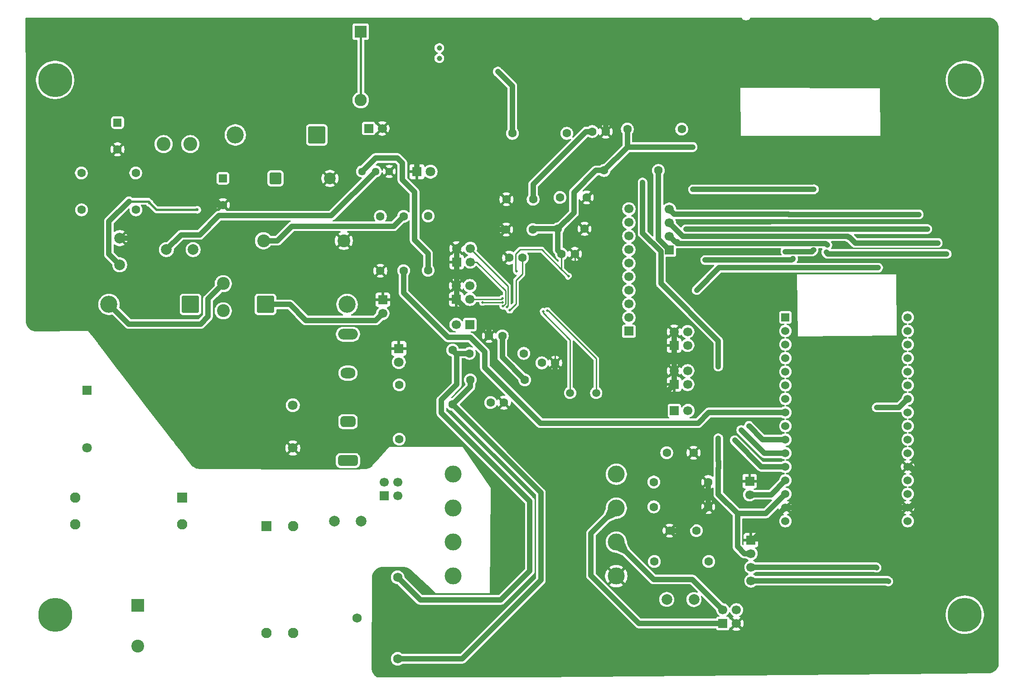
<source format=gbr>
%TF.GenerationSoftware,KiCad,Pcbnew,9.0.5*%
%TF.CreationDate,2025-12-10T02:12:08-06:00*%
%TF.ProjectId,WattMeter,57617474-4d65-4746-9572-2e6b69636164,rev?*%
%TF.SameCoordinates,Original*%
%TF.FileFunction,Copper,L2,Bot*%
%TF.FilePolarity,Positive*%
%FSLAX46Y46*%
G04 Gerber Fmt 4.6, Leading zero omitted, Abs format (unit mm)*
G04 Created by KiCad (PCBNEW 9.0.5) date 2025-12-10 02:12:08*
%MOMM*%
%LPD*%
G01*
G04 APERTURE LIST*
G04 Aperture macros list*
%AMRoundRect*
0 Rectangle with rounded corners*
0 $1 Rounding radius*
0 $2 $3 $4 $5 $6 $7 $8 $9 X,Y pos of 4 corners*
0 Add a 4 corners polygon primitive as box body*
4,1,4,$2,$3,$4,$5,$6,$7,$8,$9,$2,$3,0*
0 Add four circle primitives for the rounded corners*
1,1,$1+$1,$2,$3*
1,1,$1+$1,$4,$5*
1,1,$1+$1,$6,$7*
1,1,$1+$1,$8,$9*
0 Add four rect primitives between the rounded corners*
20,1,$1+$1,$2,$3,$4,$5,0*
20,1,$1+$1,$4,$5,$6,$7,0*
20,1,$1+$1,$6,$7,$8,$9,0*
20,1,$1+$1,$8,$9,$2,$3,0*%
G04 Aperture macros list end*
%TA.AperFunction,ComponentPad*%
%ADD10C,2.000000*%
%TD*%
%TA.AperFunction,ComponentPad*%
%ADD11C,1.600000*%
%TD*%
%TA.AperFunction,ComponentPad*%
%ADD12R,1.700000X1.700000*%
%TD*%
%TA.AperFunction,ComponentPad*%
%ADD13C,1.700000*%
%TD*%
%TA.AperFunction,ComponentPad*%
%ADD14C,1.750000*%
%TD*%
%TA.AperFunction,ComponentPad*%
%ADD15R,1.800000X1.800000*%
%TD*%
%TA.AperFunction,ComponentPad*%
%ADD16C,1.800000*%
%TD*%
%TA.AperFunction,ComponentPad*%
%ADD17C,1.000000*%
%TD*%
%TA.AperFunction,ComponentPad*%
%ADD18C,2.600000*%
%TD*%
%TA.AperFunction,ComponentPad*%
%ADD19RoundRect,0.250000X-0.550000X0.550000X-0.550000X-0.550000X0.550000X-0.550000X0.550000X0.550000X0*%
%TD*%
%TA.AperFunction,ComponentPad*%
%ADD20RoundRect,0.250000X-1.350000X-1.350000X1.350000X-1.350000X1.350000X1.350000X-1.350000X1.350000X0*%
%TD*%
%TA.AperFunction,ComponentPad*%
%ADD21C,3.200000*%
%TD*%
%TA.AperFunction,ComponentPad*%
%ADD22C,6.350000*%
%TD*%
%TA.AperFunction,ComponentPad*%
%ADD23C,3.175000*%
%TD*%
%TA.AperFunction,ComponentPad*%
%ADD24C,1.950000*%
%TD*%
%TA.AperFunction,ComponentPad*%
%ADD25R,1.950000X1.950000*%
%TD*%
%TA.AperFunction,ComponentPad*%
%ADD26R,1.524000X1.524000*%
%TD*%
%TA.AperFunction,ComponentPad*%
%ADD27C,1.524000*%
%TD*%
%TA.AperFunction,ComponentPad*%
%ADD28C,1.500000*%
%TD*%
%TA.AperFunction,ComponentPad*%
%ADD29RoundRect,0.250000X1.350000X1.350000X-1.350000X1.350000X-1.350000X-1.350000X1.350000X-1.350000X0*%
%TD*%
%TA.AperFunction,ComponentPad*%
%ADD30C,1.440000*%
%TD*%
%TA.AperFunction,ComponentPad*%
%ADD31R,2.280000X2.280000*%
%TD*%
%TA.AperFunction,ComponentPad*%
%ADD32C,2.280000*%
%TD*%
%TA.AperFunction,ComponentPad*%
%ADD33RoundRect,0.500000X1.350000X-0.500000X1.350000X0.500000X-1.350000X0.500000X-1.350000X-0.500000X0*%
%TD*%
%TA.AperFunction,ComponentPad*%
%ADD34RoundRect,0.500000X0.900000X-0.500000X0.900000X0.500000X-0.900000X0.500000X-0.900000X-0.500000X0*%
%TD*%
%TA.AperFunction,ComponentPad*%
%ADD35O,2.800000X2.000000*%
%TD*%
%TA.AperFunction,ComponentPad*%
%ADD36O,3.700000X2.000000*%
%TD*%
%TA.AperFunction,ComponentPad*%
%ADD37C,2.400000*%
%TD*%
%TA.AperFunction,ComponentPad*%
%ADD38RoundRect,0.249999X-0.850001X-0.850001X0.850001X-0.850001X0.850001X0.850001X-0.850001X0.850001X0*%
%TD*%
%TA.AperFunction,ComponentPad*%
%ADD39C,2.200000*%
%TD*%
%TA.AperFunction,ComponentPad*%
%ADD40R,2.400000X2.400000*%
%TD*%
%TA.AperFunction,ViaPad*%
%ADD41C,0.600000*%
%TD*%
%TA.AperFunction,ViaPad*%
%ADD42C,1.000000*%
%TD*%
%TA.AperFunction,ViaPad*%
%ADD43C,0.500000*%
%TD*%
%TA.AperFunction,Conductor*%
%ADD44C,1.000000*%
%TD*%
%TA.AperFunction,Conductor*%
%ADD45C,0.250000*%
%TD*%
%TA.AperFunction,Conductor*%
%ADD46C,0.450000*%
%TD*%
G04 APERTURE END LIST*
D10*
%TO.P,RV1,2*%
%TO.N,/HV_120VF2*%
X112880000Y-133050000D03*
%TO.P,RV1,1*%
%TO.N,/HV_0V*%
X117880000Y-133050000D03*
%TD*%
D11*
%TO.P,C8,1*%
%TO.N,VDD*%
X154650000Y-78350000D03*
%TO.P,C8,2*%
%TO.N,GNDREF*%
X159650000Y-78350000D03*
%TD*%
D12*
%TO.P,J14,1,Pin_1*%
%TO.N,Net-(J14-Pin_1)*%
X185480000Y-152140000D03*
D13*
%TO.P,J14,2,Pin_2*%
%TO.N,Net-(J14-Pin_2)*%
X185480000Y-149600000D03*
%TO.P,J14,3,Pin_3*%
%TO.N,GNDREF*%
X188020000Y-152140000D03*
%TO.P,J14,4,Pin_4*%
%TO.N,Net-(J14-Pin_4)*%
X188020000Y-149600000D03*
%TD*%
D11*
%TO.P,R18,1*%
%TO.N,Net-(IC1-V1P)*%
X172580000Y-130350000D03*
%TO.P,R18,2*%
%TO.N,GNDREF*%
X182740000Y-130350000D03*
%TD*%
%TO.P,C9,1*%
%TO.N,Net-(IC1-~{RESET})*%
X155050000Y-72480000D03*
%TO.P,C9,2*%
%TO.N,GNDREF*%
X160050000Y-72480000D03*
%TD*%
D14*
%TO.P,T1,1,+*%
%TO.N,Net-(J13-Pin_2)*%
X124720000Y-143510000D03*
%TO.P,T1,2,-*%
%TO.N,Net-(J13-Pin_1)*%
X124720000Y-158750000D03*
%TO.P,T1,3,Mounting_Pin*%
%TO.N,unconnected-(T1-Mounting_Pin-Pad3)*%
X117100000Y-151130000D03*
%TD*%
D15*
%TO.P,D6,1,K*%
%TO.N,GNDREF*%
X124940000Y-100715000D03*
D16*
%TO.P,D6,2,A*%
%TO.N,Net-(D6-A)*%
X124940000Y-103255000D03*
%TD*%
D11*
%TO.P,C13,1*%
%TO.N,Net-(IC1-VDD18_1)*%
X161080000Y-60160000D03*
%TO.P,C13,2*%
%TO.N,GNDREF*%
X163580000Y-60160000D03*
%TD*%
D10*
%TO.P,C3,1*%
%TO.N,VCC*%
X86510000Y-82230000D03*
%TO.P,C3,2*%
%TO.N,Net-(IC2-FB)*%
X81510000Y-82230000D03*
%TD*%
D11*
%TO.P,R19,1*%
%TO.N,Net-(IC1-V1P)*%
X172700000Y-140570000D03*
%TO.P,R19,2*%
%TO.N,Net-(J14-Pin_4)*%
X182860000Y-140570000D03*
%TD*%
D12*
%TO.P,J9,1,Pin_1*%
%TO.N,GNDREF*%
X135760000Y-84550000D03*
D13*
%TO.P,J9,2,Pin_2*%
X135760000Y-82010000D03*
%TO.P,J9,3,Pin_3*%
%TO.N,Net-(IC1-I3P)*%
X138300000Y-84550000D03*
%TO.P,J9,4,Pin_4*%
%TO.N,Net-(IC1-I3N)*%
X138300000Y-82010000D03*
%TD*%
D17*
%TO.P,Y2,1,1*%
%TO.N,Net-(U3-OSCO)*%
X132515000Y-46440000D03*
%TO.P,Y2,2,2*%
%TO.N,Net-(U3-OSCI)*%
X132515000Y-44540000D03*
%TD*%
D12*
%TO.P,J1,1,Pin_1*%
%TO.N,GNDREF*%
X190740000Y-136550000D03*
D13*
%TO.P,J1,2,Pin_2*%
%TO.N,VCC*%
X190740000Y-139090000D03*
%TO.P,J1,3,Pin_3*%
%TO.N,Net-(J1-Pin_3)*%
X190740000Y-141630000D03*
%TO.P,J1,4,Pin_4*%
%TO.N,Net-(J1-Pin_4)*%
X190740000Y-144170000D03*
%TD*%
D11*
%TO.P,R4,1*%
%TO.N,GNDREF*%
X121490000Y-86190000D03*
%TO.P,R4,2*%
%TO.N,Net-(U1-GPIO1)*%
X121490000Y-76030000D03*
%TD*%
%TO.P,C22,1*%
%TO.N,GNDREF*%
X141780000Y-98370000D03*
%TO.P,C22,2*%
%TO.N,Net-(IC1-I1P)*%
X144280000Y-98370000D03*
%TD*%
D12*
%TO.P,J10,1,Pin_1*%
%TO.N,GNDREF*%
X135680000Y-91520000D03*
D13*
%TO.P,J10,2,Pin_2*%
X135680000Y-88980000D03*
%TO.P,J10,3,Pin_3*%
%TO.N,Net-(IC1-I2P)*%
X138220000Y-91520000D03*
%TO.P,J10,4,Pin_4*%
%TO.N,Net-(IC1-I2N)*%
X138220000Y-88980000D03*
%TD*%
D11*
%TO.P,R3,1*%
%TO.N,Net-(IC2-EN)*%
X65630000Y-67900000D03*
%TO.P,R3,2*%
%TO.N,Net-(IC2-FREQ)*%
X75790000Y-67900000D03*
%TD*%
D18*
%TO.P,L1,1,1*%
%TO.N,Net-(D2-K)*%
X80990000Y-62510000D03*
%TO.P,L1,2,2*%
%TO.N,Net-(D1-A)*%
X85990000Y-62510000D03*
%TD*%
D11*
%TO.P,R5,1*%
%TO.N,Net-(IC2-EN)*%
X65660000Y-74790000D03*
%TO.P,R5,2*%
%TO.N,Net-(D2-K)*%
X75820000Y-74790000D03*
%TD*%
%TO.P,R7,1*%
%TO.N,Net-(IC1-~{RESET})*%
X156320000Y-60490000D03*
%TO.P,R7,2*%
%TO.N,VDD*%
X146160000Y-60490000D03*
%TD*%
%TO.P,C21,1*%
%TO.N,Net-(IC1-I1N)*%
X142090000Y-110850000D03*
%TO.P,C21,2*%
%TO.N,GNDREF*%
X144590000Y-110850000D03*
%TD*%
%TO.P,C23,1*%
%TO.N,Net-(IC1-V1P)*%
X180540000Y-134780000D03*
%TO.P,C23,2*%
%TO.N,GNDREF*%
X175540000Y-134780000D03*
%TD*%
D12*
%TO.P,J17,1,Pin_1*%
%TO.N,Net-(IC1-V1P)*%
X176435000Y-112340000D03*
D13*
%TO.P,J17,2,Pin_2*%
%TO.N,Net-(IC1-V1N)*%
X178975000Y-112340000D03*
%TD*%
D19*
%TO.P,C2,1*%
%TO.N,Net-(D2-K)*%
X72380000Y-58480000D03*
D11*
%TO.P,C2,2*%
%TO.N,GNDREF*%
X72380000Y-63480000D03*
%TD*%
D20*
%TO.P,D2,1,K*%
%TO.N,Net-(D2-K)*%
X100040000Y-92490000D03*
D21*
%TO.P,D2,2,A*%
%TO.N,Net-(D2-A)*%
X115280000Y-92490000D03*
%TD*%
D15*
%TO.P,D5,1,K*%
%TO.N,GNDREF*%
X128340000Y-67660000D03*
D16*
%TO.P,D5,2,A*%
%TO.N,Net-(D5-A)*%
X130880000Y-67660000D03*
%TD*%
D12*
%TO.P,J13,1,Pin_1*%
%TO.N,Net-(J13-Pin_1)*%
X138200000Y-96250000D03*
D13*
%TO.P,J13,2,Pin_2*%
%TO.N,Net-(J13-Pin_2)*%
X135660000Y-96250000D03*
%TD*%
D10*
%TO.P,C4,1*%
%TO.N,Net-(IC2-EN)*%
X72790000Y-85080000D03*
%TO.P,C4,2*%
%TO.N,GNDREF*%
X72790000Y-80080000D03*
%TD*%
D11*
%TO.P,R13,1*%
%TO.N,Net-(D6-A)*%
X125020000Y-107510000D03*
%TO.P,R13,2*%
%TO.N,Net-(D2-A)*%
X125020000Y-117670000D03*
%TD*%
%TO.P,R2,1*%
%TO.N,Net-(J3-MMC-DAT{slash}SD-DAT3)*%
X177810000Y-59700000D03*
%TO.P,R2,2*%
%TO.N,VDD*%
X167650000Y-59700000D03*
%TD*%
D22*
%TO.P,REF\u002A\u002A,2*%
%TO.N,N/C*%
X60710000Y-50510000D03*
X60710000Y-150510000D03*
X230710000Y-50510000D03*
X230710000Y-150510000D03*
%TD*%
D11*
%TO.P,R14,1*%
%TO.N,GNDREF*%
X182740000Y-125700000D03*
%TO.P,R14,2*%
%TO.N,Net-(IC1-V1N)*%
X172580000Y-125700000D03*
%TD*%
D10*
%TO.P,F2,1*%
%TO.N,Net-(F2-Pad1)*%
X175010000Y-147650000D03*
%TO.P,F2,2*%
%TO.N,Net-(J14-Pin_4)*%
X180090000Y-147660000D03*
%TD*%
D23*
%TO.P,T4,1,1*%
%TO.N,/HV_120VF2*%
X135096000Y-124235000D03*
%TO.P,T4,2,2*%
%TO.N,/HV_120VSP1*%
X135096000Y-130585000D03*
%TO.P,T4,3,3*%
%TO.N,/HV_120VSP2*%
X135096000Y-136935000D03*
%TO.P,T4,4,4*%
%TO.N,/HV_0V*%
X135096000Y-143285000D03*
%TO.P,T4,5,5*%
%TO.N,GNDREF*%
X165576000Y-143285000D03*
%TO.P,T4,6,6*%
%TO.N,Net-(J14-Pin_2)*%
X165576000Y-136935000D03*
%TO.P,T4,7,7*%
%TO.N,Net-(J14-Pin_1)*%
X165576000Y-130585000D03*
%TO.P,T4,8,8*%
%TO.N,Net-(F2-Pad1)*%
X165576000Y-124235000D03*
%TD*%
D11*
%TO.P,R11,1*%
%TO.N,Net-(J13-Pin_1)*%
X138310000Y-106590000D03*
%TO.P,R11,2*%
%TO.N,Net-(IC1-I1P)*%
X148470000Y-106590000D03*
%TD*%
D12*
%TO.P,J12,1,Pin_1*%
%TO.N,GNDREF*%
X176380000Y-100130000D03*
D13*
%TO.P,J12,2,Pin_2*%
X176380000Y-97590000D03*
%TO.P,J12,3,Pin_3*%
%TO.N,Net-(IC1-V3P)*%
X178920000Y-100130000D03*
%TO.P,J12,4,Pin_4*%
%TO.N,Net-(IC1-V3N)*%
X178920000Y-97590000D03*
%TD*%
D12*
%TO.P,J2,1,Pin_1*%
%TO.N,GNDREF*%
X190500000Y-125535000D03*
D13*
%TO.P,J2,2,Pin_2*%
%TO.N,Net-(J2-Pin_2)*%
X190500000Y-128075000D03*
%TD*%
D24*
%TO.P,F1,1*%
%TO.N,/HV_120V*%
X105220000Y-133900000D03*
D25*
X100220000Y-133900000D03*
D24*
%TO.P,F1,2*%
%TO.N,/HV_120VF2*%
X105220000Y-153900000D03*
X100220000Y-153900000D03*
%TD*%
D26*
%TO.P,U1,J1_1,ESP_3V3*%
%TO.N,VDD*%
X197177500Y-94900000D03*
D27*
%TO.P,U1,J1_2,CHIP_PU*%
%TO.N,unconnected-(U1-CHIP_PU-PadJ1_2)*%
X197177500Y-97440000D03*
%TO.P,U1,J1_3,GPIO4*%
%TO.N,unconnected-(U1-GPIO4-PadJ1_3)*%
X197177500Y-99980000D03*
%TO.P,U1,J1_4,GPIO5*%
%TO.N,unconnected-(U1-GPIO5-PadJ1_4)*%
X197177500Y-102520000D03*
%TO.P,U1,J1_5,GPIO6*%
%TO.N,unconnected-(U1-GPIO6-PadJ1_5)*%
X197177500Y-105060000D03*
%TO.P,U1,J1_6,GPIO7*%
%TO.N,unconnected-(U1-GPIO7-PadJ1_6)*%
X197177500Y-107600000D03*
%TO.P,U1,J1_7,GPIO0*%
%TO.N,unconnected-(U1-GPIO0-PadJ1_7)*%
X197177500Y-110140000D03*
%TO.P,U1,J1_8,GPIO1*%
%TO.N,Net-(U1-GPIO1)*%
X197177500Y-112680000D03*
%TO.P,U1,J1_9,GPIO8*%
%TO.N,unconnected-(U1-GPIO8-PadJ1_9)*%
X197177500Y-115220000D03*
%TO.P,U1,J1_10,GPIO10*%
%TO.N,Net-(J3-CD)*%
X197177500Y-117760000D03*
%TO.P,U1,J1_11,GPIO11*%
%TO.N,Net-(J3-WP)*%
X197177500Y-120300000D03*
%TO.P,U1,J1_12,GPIO2*%
%TO.N,Net-(IC1-~{CS})*%
X197177500Y-122840000D03*
%TO.P,U1,J1_13,GPIO3*%
%TO.N,Net-(J2-Pin_2)*%
X197177500Y-125380000D03*
%TO.P,U1,J1_14,VCC_5V*%
%TO.N,VCC*%
X197177500Y-127920000D03*
%TO.P,U1,J1_15,GND_J1_15*%
%TO.N,GNDREF*%
X197177500Y-130460000D03*
%TO.P,U1,J1_16,NC_J1_16*%
%TO.N,unconnected-(U1-NC_J1_16-PadJ1_16)*%
X197177500Y-133000000D03*
%TO.P,U1,J3_1,GND_J3_1*%
%TO.N,unconnected-(U1-GND_J3_1-PadJ3_1)*%
X220037500Y-94900000D03*
%TO.P,U1,J3_2,UART_TXD*%
%TO.N,unconnected-(U1-UART_TXD-PadJ3_2)*%
X220037500Y-97440000D03*
%TO.P,U1,J3_3,UART_RXD*%
%TO.N,unconnected-(U1-UART_RXD-PadJ3_3)*%
X220037500Y-99980000D03*
%TO.P,U1,J3_4,GPIO15*%
%TO.N,unconnected-(U1-GPIO15-PadJ3_4)*%
X220037500Y-102520000D03*
%TO.P,U1,J3_5,GPIO23*%
%TO.N,Net-(IC1-SDI)*%
X220037500Y-105060000D03*
%TO.P,U1,J3_6,GPIO22*%
%TO.N,Net-(J1-Pin_4)*%
X220037500Y-107600000D03*
%TO.P,U1,J3_7,GPIO21*%
%TO.N,Net-(J1-Pin_3)*%
X220037500Y-110140000D03*
%TO.P,U1,J3_8,GPIO20*%
%TO.N,Net-(J3-MMC-DAT{slash}SD-DAT3)*%
X220037500Y-112680000D03*
%TO.P,U1,J3_9,GPIO19*%
%TO.N,Net-(IC1-SDO)*%
X220037500Y-115220000D03*
%TO.P,U1,J3_10,GPIO18*%
%TO.N,Net-(IC1-SCLK)*%
X220037500Y-117760000D03*
%TO.P,U1,J3_11,GPIO9*%
%TO.N,unconnected-(U1-GPIO9-PadJ3_11)*%
X220037500Y-120300000D03*
%TO.P,U1,J3_12,GND_J3_12*%
%TO.N,GNDREF*%
X220037500Y-122840000D03*
%TO.P,U1,J3_13,GPIO13*%
%TO.N,unconnected-(U1-GPIO13-PadJ3_13)*%
X220037500Y-125380000D03*
%TO.P,U1,J3_14,GPIO12*%
%TO.N,unconnected-(U1-GPIO12-PadJ3_14)*%
X220037500Y-127920000D03*
%TO.P,U1,J3_15,GND_J3_15*%
%TO.N,GNDREF*%
X220037500Y-130460000D03*
%TO.P,U1,J3_16,NC_J3_16*%
%TO.N,unconnected-(U1-NC_J3_16-PadJ3_16)*%
X220037500Y-133000000D03*
%TD*%
D11*
%TO.P,C24,1*%
%TO.N,Net-(IC1-V1N)*%
X175010000Y-120220000D03*
%TO.P,C24,2*%
%TO.N,GNDREF*%
X180010000Y-120220000D03*
%TD*%
D19*
%TO.P,C5,1*%
%TO.N,VCC*%
X92070000Y-68900000D03*
D11*
%TO.P,C5,2*%
%TO.N,GNDREF*%
X92070000Y-73900000D03*
%TD*%
D28*
%TO.P,Y1,1,1*%
%TO.N,Net-(IC1-OSCI)*%
X156950000Y-109030000D03*
%TO.P,Y1,2,2*%
%TO.N,Net-(IC1-OSCO)*%
X161830000Y-109030000D03*
%TD*%
D12*
%TO.P,J18,1,Pin_1*%
%TO.N,VCC*%
X119300000Y-59570000D03*
D13*
%TO.P,J18,2,Pin_2*%
%TO.N,GNDREF*%
X121840000Y-59570000D03*
%TD*%
D11*
%TO.P,C12,1*%
%TO.N,GNDREF*%
X157830000Y-83040000D03*
%TO.P,C12,2*%
%TO.N,VDD*%
X155330000Y-83040000D03*
%TD*%
D24*
%TO.P,F3,1*%
%TO.N,/HV_120V*%
X84450000Y-133580000D03*
D25*
X84450000Y-128580000D03*
D24*
%TO.P,F3,2*%
%TO.N,/HV_120VF1*%
X64450000Y-133580000D03*
X64450000Y-128580000D03*
%TD*%
D29*
%TO.P,D1,1,K*%
%TO.N,VCC*%
X109620000Y-60790000D03*
D21*
%TO.P,D1,2,A*%
%TO.N,Net-(D1-A)*%
X94380000Y-60790000D03*
%TD*%
D12*
%TO.P,J16,1,Pin_1*%
%TO.N,GNDREF*%
X176380000Y-107440000D03*
D13*
%TO.P,J16,2,Pin_2*%
X176380000Y-104900000D03*
%TO.P,J16,3,Pin_3*%
%TO.N,Net-(IC1-V2P)*%
X178920000Y-107440000D03*
%TO.P,J16,4,Pin_4*%
%TO.N,Net-(IC1-V2N)*%
X178920000Y-104900000D03*
%TD*%
D11*
%TO.P,C15,1*%
%TO.N,Net-(IC1-VREF)*%
X148060000Y-83750000D03*
%TO.P,C15,2*%
%TO.N,GNDREF*%
X145560000Y-83750000D03*
%TD*%
D30*
%TO.P,RV2,1,1*%
%TO.N,GNDREF*%
X123150000Y-67610000D03*
%TO.P,RV2,2,2*%
%TO.N,Net-(IC2-FB)*%
X120610000Y-67610000D03*
%TO.P,RV2,3,3*%
%TO.N,VCC*%
X118070000Y-67610000D03*
%TD*%
D31*
%TO.P,BT1,1,+*%
%TO.N,Net-(BT1-+)*%
X117825000Y-41470000D03*
D32*
X117825000Y-54270000D03*
%TD*%
D12*
%TO.P,J15,1,Pin_1*%
%TO.N,/HV_0V*%
X122220000Y-128250000D03*
D13*
%TO.P,J15,2,Pin_2*%
%TO.N,/HV_120VF2*%
X122220000Y-125710000D03*
%TO.P,J15,3,Pin_3*%
%TO.N,/HV_120VSP1*%
X124760000Y-128250000D03*
%TO.P,J15,4,Pin_4*%
%TO.N,/HV_120VSP2*%
X124760000Y-125710000D03*
%TD*%
D33*
%TO.P,F4,1*%
%TO.N,Net-(PS1-+VOUT)*%
X115440000Y-121670000D03*
D34*
X115440000Y-114400000D03*
D35*
%TO.P,F4,2*%
%TO.N,Net-(D2-A)*%
X115440000Y-105320000D03*
D36*
X115440000Y-98050000D03*
%TD*%
D37*
%TO.P,R8,1*%
%TO.N,Net-(D3-A)*%
X92140000Y-88600000D03*
%TO.P,R8,2*%
%TO.N,Net-(D2-K)*%
X92140000Y-93680000D03*
%TD*%
D15*
%TO.P,PS1,1,VAC_IN_(N)*%
%TO.N,/HV_0V*%
X66640000Y-108580000D03*
D16*
%TO.P,PS1,2,VAC_IN_(L)*%
%TO.N,/HV_120VF1*%
X66640000Y-119330000D03*
%TO.P,PS1,3,-VOUT*%
%TO.N,GNDREF*%
X105140000Y-119330000D03*
%TO.P,PS1,4,+VOUT*%
%TO.N,Net-(PS1-+VOUT)*%
X105140000Y-111330000D03*
%TD*%
D38*
%TO.P,D4,1,K*%
%TO.N,Net-(D3-A)*%
X101910000Y-68920000D03*
D39*
%TO.P,D4,2,A*%
%TO.N,GNDREF*%
X112070000Y-68920000D03*
%TD*%
D12*
%TO.P,J19,1,Pin_1*%
%TO.N,GNDREF*%
X121940000Y-91625000D03*
D13*
%TO.P,J19,2,Pin_2*%
%TO.N,Net-(D2-K)*%
X121940000Y-94165000D03*
%TD*%
D37*
%TO.P,C6,1*%
%TO.N,Net-(D3-A)*%
X99660000Y-80570000D03*
%TO.P,C6,2*%
%TO.N,GNDREF*%
X114660000Y-80570000D03*
%TD*%
D11*
%TO.P,C16,1*%
%TO.N,Net-(IC1-VREF)*%
X151660000Y-103410000D03*
%TO.P,C16,2*%
%TO.N,GNDREF*%
X154160000Y-103410000D03*
%TD*%
D40*
%TO.P,J11,1,Pin_1*%
%TO.N,/HV_120V*%
X76160000Y-148730000D03*
D37*
%TO.P,J11,2,Pin_2*%
%TO.N,/HV_0V*%
X76160000Y-156350000D03*
%TD*%
D11*
%TO.P,R9,1*%
%TO.N,Net-(J13-Pin_2)*%
X134990000Y-101030000D03*
%TO.P,R9,2*%
%TO.N,Net-(J13-Pin_1)*%
X134990000Y-111190000D03*
%TD*%
D29*
%TO.P,D3,1,K*%
%TO.N,Net-(D2-K)*%
X86020000Y-92470000D03*
D21*
%TO.P,D3,2,A*%
%TO.N,Net-(D3-A)*%
X70780000Y-92470000D03*
%TD*%
D11*
%TO.P,R1,1*%
%TO.N,Net-(IC1-~{CS})*%
X173450000Y-67430000D03*
%TO.P,R1,2*%
%TO.N,VDD*%
X163290000Y-67430000D03*
%TD*%
%TO.P,R6,1*%
%TO.N,Net-(U1-GPIO1)*%
X125830000Y-86170000D03*
%TO.P,R6,2*%
%TO.N,Net-(D3-A)*%
X125830000Y-76010000D03*
%TD*%
D12*
%TO.P,J4,1,Pin_1*%
%TO.N,Net-(IC1-ZX0)*%
X167930000Y-97490000D03*
D13*
%TO.P,J4,2,Pin_2*%
%TO.N,Net-(IC1-ZX1)*%
X167930000Y-94950000D03*
%TO.P,J4,3,Pin_3*%
%TO.N,Net-(IC1-ZX2)*%
X167930000Y-92410000D03*
%TO.P,J4,4,Pin_4*%
%TO.N,Net-(IC1-CF1)*%
X167930000Y-89870000D03*
%TO.P,J4,5,Pin_5*%
%TO.N,Net-(IC1-CF2)*%
X167930000Y-87330000D03*
%TO.P,J4,6,Pin_6*%
%TO.N,Net-(IC1-CF3)*%
X167930000Y-84790000D03*
%TO.P,J4,7,Pin_7*%
%TO.N,Net-(IC1-CF4)*%
X167930000Y-82250000D03*
%TO.P,J4,8,Pin_8*%
%TO.N,Net-(IC1-WARNOUT)*%
X167930000Y-79710000D03*
%TO.P,J4,9,Pin_9*%
%TO.N,Net-(IC1-IRQ0)*%
X167930000Y-77170000D03*
%TO.P,J4,10,Pin_10*%
%TO.N,Net-(IC1-IRQ1)*%
X167930000Y-74630000D03*
%TD*%
D12*
%TO.P,J5,1,Pin_1*%
%TO.N,Net-(IC1-~{CS})*%
X175480000Y-82310000D03*
D13*
%TO.P,J5,2,Pin_2*%
%TO.N,Net-(IC1-SCLK)*%
X175480000Y-79770000D03*
%TO.P,J5,3,Pin_3*%
%TO.N,Net-(IC1-SDO)*%
X175480000Y-77230000D03*
%TO.P,J5,4,Pin_4*%
%TO.N,Net-(IC1-SDI)*%
X175480000Y-74690000D03*
%TD*%
D11*
%TO.P,R12,1*%
%TO.N,Net-(D5-A)*%
X130410000Y-75940000D03*
%TO.P,R12,2*%
%TO.N,VCC*%
X130410000Y-86100000D03*
%TD*%
%TO.P,R10,1*%
%TO.N,Net-(J13-Pin_2)*%
X138130000Y-101640000D03*
%TO.P,R10,2*%
%TO.N,Net-(IC1-I1N)*%
X148290000Y-101640000D03*
%TD*%
%TO.P,C7,1*%
%TO.N,VDD*%
X150000000Y-78480000D03*
%TO.P,C7,2*%
%TO.N,GNDREF*%
X145000000Y-78480000D03*
%TD*%
%TO.P,C10,1*%
%TO.N,Net-(IC1-VDD18_1)*%
X150040000Y-72820000D03*
%TO.P,C10,2*%
%TO.N,GNDREF*%
X145040000Y-72820000D03*
%TD*%
D41*
%TO.N,GNDREF*%
X171480000Y-101190000D03*
X165690000Y-93940000D03*
X162530000Y-97690000D03*
X133920000Y-47750000D03*
X159320000Y-88960000D03*
X165680000Y-75790000D03*
D42*
X207510000Y-73350000D03*
D41*
X172530000Y-107630000D03*
X172080000Y-72700000D03*
X171840000Y-74880000D03*
D43*
X151118500Y-94221500D03*
D41*
X165620000Y-78280000D03*
D42*
X200860000Y-73300000D03*
D41*
X175180000Y-116850000D03*
X170290000Y-110980000D03*
X165650000Y-80740000D03*
X142780000Y-52920000D03*
X158100000Y-94770000D03*
X151950000Y-97360000D03*
D42*
X132180000Y-52790000D03*
X78630000Y-67890000D03*
D41*
X165850000Y-83200000D03*
X85130000Y-76090000D03*
D42*
X185400000Y-41800000D03*
D41*
X166000000Y-91540000D03*
X158570000Y-96990000D03*
X222410000Y-108730000D03*
D42*
X218150000Y-40320000D03*
D43*
X155405000Y-88050000D03*
D41*
X172170000Y-78060000D03*
X146890000Y-96040000D03*
D42*
%TO.N,VDD*%
X143440000Y-48940000D03*
X179900000Y-70980000D03*
D43*
X146980000Y-86310000D03*
D42*
X197177500Y-82590000D03*
X202510000Y-70950000D03*
X202385000Y-82325000D03*
X179845000Y-63065000D03*
D43*
X156640000Y-87220000D03*
D42*
%TO.N,Net-(J1-Pin_3)*%
X214160000Y-141630000D03*
X214230000Y-111740000D03*
D43*
%TO.N,Net-(IC1-VREF)*%
X145670000Y-93585000D03*
D42*
%TO.N,Net-(IC1-~{CS})*%
X187720000Y-117870000D03*
%TO.N,Net-(J1-Pin_4)*%
X216410000Y-144280000D03*
D43*
%TO.N,Net-(IC1-OSCO)*%
X152710000Y-93660000D03*
D42*
%TO.N,Net-(IC1-SDI)*%
X197560000Y-75630000D03*
X222100000Y-75660000D03*
D43*
%TO.N,Net-(IC1-I2N)*%
X144315000Y-92094773D03*
X140610000Y-92095000D03*
%TO.N,Net-(IC1-OSCI)*%
X151930000Y-93780000D03*
D42*
%TO.N,Net-(IC1-SDO)*%
X225660000Y-80990000D03*
X210020000Y-80780000D03*
%TO.N,Net-(IC1-SCLK)*%
X204905000Y-82825000D03*
X205010000Y-81380000D03*
X227320000Y-83040000D03*
D43*
%TO.N,Net-(IC1-I2P)*%
X144315000Y-91371587D03*
%TO.N,Net-(IC1-I3P)*%
X144412964Y-92787887D03*
%TO.N,Net-(IC1-I3N)*%
X145140000Y-92970000D03*
D42*
%TO.N,VCC*%
X170490000Y-69680000D03*
X184651000Y-117570000D03*
X184630000Y-104120000D03*
%TO.N,Net-(J3-CD)*%
X190430000Y-115240000D03*
X198545000Y-84005000D03*
X182200000Y-84180000D03*
%TO.N,Net-(J3-WP)*%
X214500000Y-85620000D03*
X180610000Y-89800000D03*
X188921000Y-115970000D03*
%TO.N,Net-(J3-MMC-DAT{slash}SD-DAT3)*%
X194940000Y-78410000D03*
X178600000Y-78420000D03*
X223690000Y-78410000D03*
D41*
%TO.N,Net-(IC2-EN)*%
X87280000Y-74790000D03*
X78390000Y-73530000D03*
%TD*%
D44*
%TO.N,GNDREF*%
X76650000Y-78030000D02*
X74600000Y-80080000D01*
X138381500Y-94221500D02*
X135680000Y-91520000D01*
X178310000Y-134780000D02*
X182740000Y-130350000D01*
X135760000Y-82010000D02*
X135760000Y-91440000D01*
X90410000Y-73900000D02*
X92070000Y-73900000D01*
X182740000Y-130350000D02*
X182740000Y-125700000D01*
X197177500Y-130460000D02*
X220037500Y-130460000D01*
X85130000Y-76090000D02*
X83190000Y-78030000D01*
X85180000Y-67980000D02*
X91100000Y-73900000D01*
X78630000Y-67890000D02*
X78720000Y-67980000D01*
X182040000Y-45140000D02*
X174280000Y-45140000D01*
X135760000Y-91440000D02*
X135680000Y-91520000D01*
X176380000Y-104900000D02*
X176380000Y-100130000D01*
X200860000Y-73300000D02*
X207460000Y-73300000D01*
X74600000Y-80080000D02*
X72790000Y-80080000D01*
X142380000Y-94221500D02*
X138381500Y-94221500D01*
D45*
X155405000Y-88050000D02*
X155455000Y-88000000D01*
D44*
X154160000Y-106560000D02*
X154160000Y-103410000D01*
X218240000Y-73170000D02*
X218240000Y-40410000D01*
X78720000Y-67980000D02*
X78870000Y-67980000D01*
X128340000Y-56630000D02*
X132180000Y-52790000D01*
X157240000Y-113160000D02*
X152400000Y-108320000D01*
D45*
X154160000Y-103410000D02*
X154160000Y-101340000D01*
D44*
X185400000Y-41800000D02*
X185380000Y-41800000D01*
D45*
X157830000Y-86844588D02*
X157830000Y-83040000D01*
D44*
X163580000Y-55840000D02*
X163580000Y-60160000D01*
X88220000Y-76090000D02*
X90410000Y-73900000D01*
X220037500Y-122840000D02*
X220610000Y-122840000D01*
D45*
X149910000Y-97090000D02*
X149910000Y-95430000D01*
D44*
X143610000Y-78480000D02*
X145000000Y-78480000D01*
D45*
X151118500Y-94221500D02*
X142380000Y-94221500D01*
D44*
X190740000Y-136550000D02*
X191087500Y-136550000D01*
X175540000Y-134780000D02*
X178310000Y-134780000D01*
X78720000Y-67980000D02*
X85180000Y-67980000D01*
X142380000Y-94221500D02*
X141780000Y-94821500D01*
X176380000Y-107440000D02*
X170660000Y-113160000D01*
X128340000Y-67660000D02*
X128340000Y-56630000D01*
X207510000Y-73350000D02*
X218060000Y-73350000D01*
X222300000Y-128730000D02*
X220570000Y-130460000D01*
X222300000Y-124530000D02*
X222300000Y-128730000D01*
X91100000Y-73900000D02*
X92070000Y-73900000D01*
X218240000Y-40410000D02*
X218150000Y-40320000D01*
X176380000Y-97590000D02*
X176380000Y-100130000D01*
X141780000Y-94821500D02*
X141780000Y-98370000D01*
D45*
X154160000Y-101340000D02*
X149910000Y-97090000D01*
D44*
X185380000Y-41800000D02*
X182040000Y-45140000D01*
X135760000Y-82010000D02*
X137620000Y-80150000D01*
X170660000Y-113160000D02*
X157240000Y-113160000D01*
D45*
X156624588Y-88050000D02*
X157830000Y-86844588D01*
D44*
X220610000Y-122840000D02*
X222300000Y-124530000D01*
X220570000Y-130460000D02*
X220037500Y-130460000D01*
X137620000Y-80150000D02*
X141940000Y-80150000D01*
X218060000Y-73350000D02*
X218240000Y-73170000D01*
X207460000Y-73300000D02*
X207510000Y-73350000D01*
X174280000Y-45140000D02*
X163580000Y-55840000D01*
X191087500Y-136550000D02*
X197177500Y-130460000D01*
D45*
X155405000Y-88050000D02*
X156624588Y-88050000D01*
D44*
X152400000Y-108320000D02*
X154160000Y-106560000D01*
X83190000Y-78030000D02*
X76650000Y-78030000D01*
X176380000Y-107440000D02*
X176380000Y-104900000D01*
X85130000Y-76090000D02*
X88220000Y-76090000D01*
X141940000Y-80150000D02*
X143610000Y-78480000D01*
D45*
X149910000Y-95430000D02*
X151118500Y-94221500D01*
D44*
%TO.N,VDD*%
X163290000Y-67430000D02*
X161740000Y-67430000D01*
X179900000Y-70980000D02*
X202440000Y-70980000D01*
D45*
X156640000Y-87220000D02*
X155330000Y-85910000D01*
X155330000Y-85910000D02*
X155330000Y-83040000D01*
X146800000Y-83030000D02*
X146800000Y-86130000D01*
D44*
X161740000Y-67430000D02*
X157670000Y-71500000D01*
X157670000Y-75330000D02*
X154650000Y-78350000D01*
D45*
X146800000Y-86130000D02*
X146980000Y-86310000D01*
D44*
X202120000Y-82590000D02*
X202385000Y-82325000D01*
X197177500Y-82590000D02*
X202120000Y-82590000D01*
X202440000Y-70980000D02*
X202450000Y-70970000D01*
X154650000Y-82360000D02*
X155330000Y-83040000D01*
X146160000Y-60490000D02*
X146160000Y-51660000D01*
D45*
X147590000Y-82240000D02*
X146800000Y-83030000D01*
D44*
X173660000Y-63070000D02*
X179840000Y-63070000D01*
D45*
X151660000Y-82240000D02*
X147590000Y-82240000D01*
D44*
X179840000Y-63070000D02*
X179845000Y-63065000D01*
X167650000Y-63070000D02*
X163290000Y-67430000D01*
X157670000Y-71500000D02*
X157670000Y-75330000D01*
X154650000Y-78350000D02*
X154650000Y-82360000D01*
X150130000Y-78350000D02*
X150000000Y-78480000D01*
X143700000Y-49200000D02*
X143440000Y-48940000D01*
X146160000Y-51660000D02*
X143700000Y-49200000D01*
X154650000Y-78350000D02*
X150130000Y-78350000D01*
X167650000Y-63070000D02*
X173660000Y-63070000D01*
D45*
X155330000Y-85910000D02*
X151660000Y-82240000D01*
D44*
X179845000Y-63065000D02*
X179860000Y-63050000D01*
X202385000Y-82325000D02*
X202440000Y-82270000D01*
X167650000Y-59700000D02*
X167650000Y-63070000D01*
%TO.N,Net-(J1-Pin_3)*%
X214160000Y-141630000D02*
X214230000Y-141700000D01*
X218437500Y-111740000D02*
X220037500Y-110140000D01*
X190740000Y-141630000D02*
X214160000Y-141630000D01*
X214230000Y-111740000D02*
X218437500Y-111740000D01*
%TO.N,Net-(IC1-VDD18_1)*%
X150040000Y-70047265D02*
X150040000Y-72820000D01*
X161080000Y-60160000D02*
X159927265Y-60160000D01*
X159927265Y-60160000D02*
X150040000Y-70047265D01*
D45*
%TO.N,Net-(IC1-VREF)*%
X146860000Y-92395000D02*
X145670000Y-93585000D01*
X148060000Y-83750000D02*
X148060000Y-86770000D01*
X148060000Y-86770000D02*
X146860000Y-87970000D01*
X146860000Y-87970000D02*
X146860000Y-92395000D01*
D44*
%TO.N,Net-(IC1-~{CS})*%
X192690000Y-122840000D02*
X197177500Y-122840000D01*
X173450000Y-80280000D02*
X175480000Y-82310000D01*
X187720000Y-117870000D02*
X192690000Y-122840000D01*
X173450000Y-67430000D02*
X173450000Y-80280000D01*
%TO.N,Net-(J1-Pin_4)*%
X216300000Y-144170000D02*
X216410000Y-144280000D01*
X190740000Y-144170000D02*
X216300000Y-144170000D01*
D45*
%TO.N,Net-(IC1-OSCO)*%
X152850000Y-93660000D02*
X161830000Y-102640000D01*
X152710000Y-93660000D02*
X152850000Y-93660000D01*
X161830000Y-102640000D02*
X161830000Y-109030000D01*
D44*
%TO.N,Net-(IC1-SDI)*%
X197810000Y-75660000D02*
X222100000Y-75660000D01*
X197810000Y-75660000D02*
X197780000Y-75630000D01*
X197780000Y-75630000D02*
X197560000Y-75630000D01*
X176420000Y-75630000D02*
X175480000Y-74690000D01*
X197560000Y-75630000D02*
X176420000Y-75630000D01*
D45*
%TO.N,Net-(IC1-I2N)*%
X140610000Y-92095000D02*
X141685000Y-92095000D01*
X141685000Y-92095000D02*
X141685227Y-92094773D01*
X141685227Y-92094773D02*
X144315000Y-92094773D01*
%TO.N,Net-(IC1-OSCI)*%
X156950000Y-99100000D02*
X156950000Y-109030000D01*
X151930000Y-94080000D02*
X156950000Y-99100000D01*
X151930000Y-93780000D02*
X151930000Y-94080000D01*
D44*
%TO.N,Net-(IC1-I1P)*%
X144280000Y-102400000D02*
X148470000Y-106590000D01*
X144280000Y-98370000D02*
X144280000Y-102400000D01*
%TO.N,Net-(IC1-SDO)*%
X209020000Y-79930000D02*
X208820000Y-79730000D01*
X225660000Y-80990000D02*
X210230000Y-80990000D01*
X210020000Y-80780000D02*
X209170000Y-79930000D01*
X209170000Y-79930000D02*
X209020000Y-79930000D01*
X210230000Y-80990000D02*
X210020000Y-80780000D01*
X177980000Y-79730000D02*
X175480000Y-77230000D01*
X208820000Y-79730000D02*
X177980000Y-79730000D01*
%TO.N,Net-(IC1-SCLK)*%
X205120000Y-83040000D02*
X204905000Y-82825000D01*
X176579000Y-80759000D02*
X175590000Y-79770000D01*
X202937471Y-81069001D02*
X201942529Y-81069001D01*
X177031000Y-81090000D02*
X177031000Y-80759000D01*
X201942529Y-81069001D02*
X201921530Y-81090000D01*
X202958470Y-81090000D02*
X202937471Y-81069001D01*
X205010000Y-81380000D02*
X204720000Y-81090000D01*
X204720000Y-81090000D02*
X202958470Y-81090000D01*
X175590000Y-79770000D02*
X175480000Y-79770000D01*
X201921530Y-81090000D02*
X177031000Y-81090000D01*
X177031000Y-80759000D02*
X176579000Y-80759000D01*
X227320000Y-83040000D02*
X205120000Y-83040000D01*
X204905000Y-82825000D02*
X204820000Y-82740000D01*
D45*
%TO.N,Net-(IC1-I2P)*%
X144315000Y-91371587D02*
X144166587Y-91520000D01*
X144166587Y-91520000D02*
X138220000Y-91520000D01*
%TO.N,Net-(IC1-I3P)*%
X144436474Y-92787887D02*
X144412964Y-92787887D01*
X144891000Y-89938919D02*
X144891000Y-92333361D01*
X144891000Y-92333361D02*
X144436474Y-92787887D01*
X139502081Y-84550000D02*
X144891000Y-89938919D01*
X138300000Y-84550000D02*
X139502081Y-84550000D01*
%TO.N,Net-(IC1-I3N)*%
X138300000Y-82010000D02*
X145342000Y-89052000D01*
X145342000Y-89052000D02*
X145342000Y-92768000D01*
X145342000Y-92768000D02*
X145140000Y-92970000D01*
D44*
%TO.N,Net-(D2-K)*%
X121940000Y-94165000D02*
X120645000Y-95460000D01*
X120645000Y-95460000D02*
X107540000Y-95460000D01*
X104570000Y-92490000D02*
X100040000Y-92490000D01*
X107540000Y-95460000D02*
X104570000Y-92490000D01*
%TO.N,VCC*%
X170490000Y-69680000D02*
X170490000Y-79150000D01*
X193517500Y-131580000D02*
X197177500Y-127920000D01*
X184681000Y-123071735D02*
X184630000Y-123122735D01*
X124690000Y-65110000D02*
X120570000Y-65110000D01*
X127890000Y-80440000D02*
X127890000Y-71440000D01*
X184651000Y-117538265D02*
X184630000Y-117517265D01*
X184630000Y-123122735D02*
X184630000Y-127980000D01*
X130410000Y-86100000D02*
X130410000Y-82960000D01*
X173929000Y-82589000D02*
X173929000Y-88599000D01*
X184630000Y-121777265D02*
X184681000Y-121828265D01*
X184651000Y-117570000D02*
X184651000Y-117538265D01*
X170490000Y-79150000D02*
X173929000Y-82589000D01*
X184630000Y-99300000D02*
X184630000Y-104120000D01*
X125600000Y-66020000D02*
X124690000Y-65110000D01*
X127890000Y-71440000D02*
X125600000Y-69150000D01*
X184651000Y-117570000D02*
X184651000Y-118781735D01*
X173929000Y-88599000D02*
X184630000Y-99300000D01*
X184630000Y-127980000D02*
X188230000Y-131580000D01*
X130410000Y-82960000D02*
X127890000Y-80440000D01*
X120570000Y-65110000D02*
X118070000Y-67610000D01*
X188230000Y-131580000D02*
X193517500Y-131580000D01*
X188230000Y-131580000D02*
X188230000Y-137782081D01*
X125600000Y-69150000D02*
X125600000Y-66020000D01*
X189537919Y-139090000D02*
X190740000Y-139090000D01*
X184651000Y-118781735D02*
X184630000Y-118802735D01*
X184630000Y-118802735D02*
X184630000Y-121777265D01*
X184681000Y-121828265D02*
X184681000Y-123071735D01*
X188230000Y-137782081D02*
X189537919Y-139090000D01*
%TO.N,Net-(J3-CD)*%
X198370000Y-84180000D02*
X198545000Y-84005000D01*
X198545000Y-84005000D02*
X198610000Y-83940000D01*
X192950000Y-117760000D02*
X190430000Y-115240000D01*
X190430000Y-115240000D02*
X190380000Y-115190000D01*
X182200000Y-84180000D02*
X198370000Y-84180000D01*
X197177500Y-117760000D02*
X192950000Y-117760000D01*
%TO.N,Net-(J3-WP)*%
X214500000Y-85620000D02*
X184790000Y-85620000D01*
X184790000Y-85620000D02*
X180610000Y-89800000D01*
X193251000Y-120300000D02*
X197177500Y-120300000D01*
X188921000Y-115970000D02*
X193251000Y-120300000D01*
%TO.N,Net-(J3-MMC-DAT{slash}SD-DAT3)*%
X194800000Y-78420000D02*
X194810000Y-78410000D01*
X194940000Y-78410000D02*
X194810000Y-78410000D01*
X194810000Y-78410000D02*
X194760000Y-78410000D01*
X194760000Y-78410000D02*
X194730000Y-78380000D01*
X178600000Y-78420000D02*
X194800000Y-78420000D01*
X223690000Y-78410000D02*
X194940000Y-78410000D01*
%TO.N,Net-(J13-Pin_2)*%
X138130000Y-101640000D02*
X135600000Y-101640000D01*
X132880000Y-110360000D02*
X132880000Y-112750000D01*
X149430000Y-129300000D02*
X149430000Y-142310000D01*
X149430000Y-142310000D02*
X143990000Y-147750000D01*
X143990000Y-147750000D02*
X128960000Y-147750000D01*
X134990000Y-101030000D02*
X135760000Y-101800000D01*
X128960000Y-147750000D02*
X124720000Y-143510000D01*
X135760000Y-101800000D02*
X135760000Y-107480000D01*
X132880000Y-112750000D02*
X149430000Y-129300000D01*
X135600000Y-101640000D02*
X134990000Y-101030000D01*
X135760000Y-107480000D02*
X132880000Y-110360000D01*
%TO.N,Net-(J13-Pin_1)*%
X136780000Y-158750000D02*
X124720000Y-158750000D01*
X151480000Y-127680000D02*
X151480000Y-144050000D01*
X134990000Y-111190000D02*
X138310000Y-107870000D01*
X134990000Y-111190000D02*
X151480000Y-127680000D01*
X138310000Y-107870000D02*
X138310000Y-106590000D01*
X151480000Y-144050000D02*
X136780000Y-158750000D01*
%TO.N,Net-(J14-Pin_1)*%
X185480000Y-152140000D02*
X169830000Y-152140000D01*
X169830000Y-152140000D02*
X160850000Y-143160000D01*
X160850000Y-143160000D02*
X160850000Y-135311000D01*
X160850000Y-135311000D02*
X165576000Y-130585000D01*
%TO.N,Net-(J14-Pin_2)*%
X172551000Y-143910000D02*
X165576000Y-136935000D01*
X179790000Y-143910000D02*
X172551000Y-143910000D01*
X185480000Y-149600000D02*
X179790000Y-143910000D01*
%TO.N,Net-(IC2-FB)*%
X91330000Y-75880000D02*
X87730000Y-79480000D01*
X112340000Y-75880000D02*
X91330000Y-75880000D01*
X120610000Y-67610000D02*
X112340000Y-75880000D01*
X84260000Y-79480000D02*
X81510000Y-82230000D01*
X87730000Y-79480000D02*
X84260000Y-79480000D01*
%TO.N,Net-(IC2-EN)*%
X70760000Y-83050000D02*
X70760000Y-76950000D01*
D46*
X87280000Y-74790000D02*
X79650000Y-74790000D01*
X78160000Y-73300000D02*
X78390000Y-73530000D01*
D44*
X72790000Y-85080000D02*
X70760000Y-83050000D01*
D46*
X78160000Y-73200000D02*
X78160000Y-73300000D01*
X79650000Y-74790000D02*
X78390000Y-73530000D01*
D44*
X70760000Y-76950000D02*
X74510000Y-73200000D01*
D46*
X74510000Y-73200000D02*
X78160000Y-73200000D01*
D44*
%TO.N,Net-(D3-A)*%
X92140000Y-88600000D02*
X89270000Y-91470000D01*
X89270000Y-94760000D02*
X87890000Y-96140000D01*
X104970000Y-77870000D02*
X102270000Y-80570000D01*
X125830000Y-76010000D02*
X123970000Y-77870000D01*
X89270000Y-91470000D02*
X89270000Y-94760000D01*
X102270000Y-80570000D02*
X99660000Y-80570000D01*
X87890000Y-96140000D02*
X74450000Y-96140000D01*
X123970000Y-77870000D02*
X104970000Y-77870000D01*
X74450000Y-96140000D02*
X70780000Y-92470000D01*
%TO.N,Net-(J2-Pin_2)*%
X190500000Y-128075000D02*
X194482500Y-128075000D01*
X194482500Y-128075000D02*
X197177500Y-125380000D01*
%TO.N,Net-(U1-GPIO1)*%
X141020000Y-101330000D02*
X138330000Y-98640000D01*
X180860000Y-114680000D02*
X151390000Y-114680000D01*
X134160000Y-98640000D02*
X125830000Y-90310000D01*
X197177500Y-112680000D02*
X182860000Y-112680000D01*
X138330000Y-98640000D02*
X134160000Y-98640000D01*
X141020000Y-104310000D02*
X141020000Y-101330000D01*
X182860000Y-112680000D02*
X180860000Y-114680000D01*
X125830000Y-90310000D02*
X125830000Y-86170000D01*
X151390000Y-114680000D02*
X141020000Y-104310000D01*
D46*
%TO.N,Net-(BT1-+)*%
X117825000Y-41470000D02*
X117825000Y-54270000D01*
%TD*%
%TA.AperFunction,Conductor*%
%TO.N,GNDREF*%
G36*
X186821445Y-150033732D02*
G01*
X186860485Y-150078787D01*
X186950474Y-150255403D01*
X186952664Y-150258417D01*
X187066172Y-150414646D01*
X187205354Y-150553828D01*
X187324479Y-150640378D01*
X187364596Y-150669525D01*
X187431628Y-150703679D01*
X187482425Y-150751653D01*
X187499220Y-150819474D01*
X187476683Y-150885609D01*
X187431630Y-150924648D01*
X187312443Y-150985378D01*
X187312440Y-150985380D01*
X187258282Y-151024727D01*
X187258282Y-151024728D01*
X187890591Y-151657037D01*
X187827007Y-151674075D01*
X187712993Y-151739901D01*
X187619901Y-151832993D01*
X187554075Y-151947007D01*
X187537037Y-152010591D01*
X186904728Y-151378282D01*
X186864229Y-151381470D01*
X186795851Y-151367106D01*
X186746094Y-151318055D01*
X186731898Y-151263253D01*
X186730881Y-151263333D01*
X186730499Y-151258488D01*
X186730499Y-151258482D01*
X186715646Y-151164696D01*
X186658050Y-151051658D01*
X186658046Y-151051654D01*
X186658045Y-151051652D01*
X186568347Y-150961954D01*
X186568344Y-150961952D01*
X186568342Y-150961950D01*
X186491517Y-150922805D01*
X186455301Y-150904352D01*
X186361524Y-150889500D01*
X186214266Y-150889500D01*
X186147227Y-150869815D01*
X186101472Y-150817011D01*
X186091528Y-150747853D01*
X186120553Y-150684297D01*
X186141375Y-150665186D01*
X186294646Y-150553828D01*
X186433828Y-150414646D01*
X186549524Y-150255405D01*
X186638884Y-150080025D01*
X186639515Y-150078787D01*
X186687489Y-150027990D01*
X186755310Y-150011195D01*
X186821445Y-150033732D01*
G37*
%TD.AperFunction*%
%TA.AperFunction,Conductor*%
G36*
X177495270Y-105661717D02*
G01*
X177495270Y-105661716D01*
X177534622Y-105607554D01*
X177595350Y-105488370D01*
X177643324Y-105437574D01*
X177711145Y-105420779D01*
X177777280Y-105443316D01*
X177816320Y-105488370D01*
X177850476Y-105555405D01*
X177966172Y-105714646D01*
X178105354Y-105853828D01*
X178264595Y-105969524D01*
X178387992Y-106032397D01*
X178441213Y-106059515D01*
X178492009Y-106107489D01*
X178508804Y-106175310D01*
X178486267Y-106241445D01*
X178441213Y-106280485D01*
X178264594Y-106370476D01*
X178227463Y-106397454D01*
X178105354Y-106486172D01*
X178105352Y-106486174D01*
X178105351Y-106486174D01*
X177966171Y-106625354D01*
X177954317Y-106641671D01*
X177898987Y-106684336D01*
X177829373Y-106690314D01*
X177767579Y-106657707D01*
X177733222Y-106596868D01*
X177730000Y-106568784D01*
X177730000Y-106542172D01*
X177729999Y-106542155D01*
X177723598Y-106482627D01*
X177723596Y-106482620D01*
X177673354Y-106347913D01*
X177673350Y-106347906D01*
X177587190Y-106232812D01*
X177587187Y-106232809D01*
X177472093Y-106146649D01*
X177472086Y-106146645D01*
X177337380Y-106096403D01*
X177337373Y-106096401D01*
X177254555Y-106087497D01*
X177254884Y-106084431D01*
X177237875Y-106085330D01*
X177178803Y-106052356D01*
X176509408Y-105382962D01*
X176572993Y-105365925D01*
X176687007Y-105300099D01*
X176780099Y-105207007D01*
X176845925Y-105092993D01*
X176862962Y-105029408D01*
X177495270Y-105661717D01*
G37*
%TD.AperFunction*%
%TA.AperFunction,Conductor*%
G36*
X177495270Y-98351717D02*
G01*
X177495270Y-98351716D01*
X177534622Y-98297554D01*
X177595350Y-98178370D01*
X177643324Y-98127574D01*
X177711145Y-98110779D01*
X177777280Y-98133316D01*
X177816320Y-98178370D01*
X177848804Y-98242124D01*
X177850476Y-98245405D01*
X177966172Y-98404646D01*
X178105354Y-98543828D01*
X178264595Y-98659524D01*
X178324565Y-98690080D01*
X178441213Y-98749515D01*
X178492009Y-98797489D01*
X178508804Y-98865310D01*
X178486267Y-98931445D01*
X178441213Y-98970485D01*
X178264594Y-99060476D01*
X178219433Y-99093288D01*
X178105354Y-99176172D01*
X178105352Y-99176174D01*
X178105351Y-99176174D01*
X177966171Y-99315354D01*
X177954317Y-99331671D01*
X177898987Y-99374336D01*
X177829373Y-99380314D01*
X177767579Y-99347707D01*
X177733222Y-99286868D01*
X177730000Y-99258784D01*
X177730000Y-99232172D01*
X177729999Y-99232155D01*
X177723598Y-99172627D01*
X177723596Y-99172620D01*
X177673354Y-99037913D01*
X177673350Y-99037906D01*
X177587190Y-98922812D01*
X177587187Y-98922809D01*
X177472093Y-98836649D01*
X177472086Y-98836645D01*
X177337380Y-98786403D01*
X177337373Y-98786401D01*
X177254555Y-98777497D01*
X177254884Y-98774431D01*
X177237875Y-98775330D01*
X177178803Y-98742356D01*
X176509408Y-98072962D01*
X176572993Y-98055925D01*
X176687007Y-97990099D01*
X176780099Y-97897007D01*
X176845925Y-97782993D01*
X176862962Y-97719408D01*
X177495270Y-98351717D01*
G37*
%TD.AperFunction*%
%TA.AperFunction,Conductor*%
G36*
X136795270Y-89741717D02*
G01*
X136795270Y-89741716D01*
X136834622Y-89687554D01*
X136895350Y-89568370D01*
X136943324Y-89517574D01*
X137011145Y-89500779D01*
X137077280Y-89523316D01*
X137116320Y-89568370D01*
X137120806Y-89577174D01*
X137150476Y-89635405D01*
X137266172Y-89794646D01*
X137405354Y-89933828D01*
X137564595Y-90049524D01*
X137630765Y-90083239D01*
X137741213Y-90139515D01*
X137792009Y-90187489D01*
X137808804Y-90255310D01*
X137786267Y-90321445D01*
X137741213Y-90360485D01*
X137564594Y-90450476D01*
X137491296Y-90503731D01*
X137405354Y-90566172D01*
X137405352Y-90566174D01*
X137405351Y-90566174D01*
X137266171Y-90705354D01*
X137254317Y-90721671D01*
X137198987Y-90764336D01*
X137129373Y-90770314D01*
X137067579Y-90737707D01*
X137033222Y-90676868D01*
X137030000Y-90648784D01*
X137030000Y-90622172D01*
X137029999Y-90622155D01*
X137023598Y-90562627D01*
X137023596Y-90562620D01*
X136973354Y-90427913D01*
X136973350Y-90427906D01*
X136887190Y-90312812D01*
X136887187Y-90312809D01*
X136772093Y-90226649D01*
X136772086Y-90226645D01*
X136637380Y-90176403D01*
X136637373Y-90176401D01*
X136554555Y-90167497D01*
X136554884Y-90164431D01*
X136537875Y-90165330D01*
X136478803Y-90132356D01*
X135809408Y-89462962D01*
X135872993Y-89445925D01*
X135987007Y-89380099D01*
X136080099Y-89287007D01*
X136145925Y-89172993D01*
X136162962Y-89109408D01*
X136795270Y-89741717D01*
G37*
%TD.AperFunction*%
%TA.AperFunction,Conductor*%
G36*
X136875270Y-82771717D02*
G01*
X136875270Y-82771716D01*
X136914622Y-82717554D01*
X136975350Y-82598370D01*
X137023324Y-82547574D01*
X137091145Y-82530779D01*
X137157280Y-82553316D01*
X137196320Y-82598370D01*
X137210214Y-82625638D01*
X137230476Y-82665405D01*
X137346172Y-82824646D01*
X137485354Y-82963828D01*
X137644595Y-83079524D01*
X137760727Y-83138696D01*
X137821213Y-83169515D01*
X137872009Y-83217489D01*
X137888804Y-83285310D01*
X137866267Y-83351445D01*
X137821213Y-83390485D01*
X137644594Y-83480476D01*
X137579327Y-83527896D01*
X137485354Y-83596172D01*
X137485352Y-83596174D01*
X137485351Y-83596174D01*
X137346171Y-83735354D01*
X137334317Y-83751671D01*
X137278987Y-83794336D01*
X137209373Y-83800314D01*
X137147579Y-83767707D01*
X137113222Y-83706868D01*
X137110000Y-83678784D01*
X137110000Y-83652172D01*
X137109999Y-83652155D01*
X137103598Y-83592627D01*
X137103596Y-83592620D01*
X137053354Y-83457913D01*
X137053350Y-83457906D01*
X136967190Y-83342812D01*
X136967187Y-83342809D01*
X136852093Y-83256649D01*
X136852086Y-83256645D01*
X136717380Y-83206403D01*
X136717373Y-83206401D01*
X136634555Y-83197497D01*
X136634884Y-83194431D01*
X136617875Y-83195330D01*
X136558803Y-83162356D01*
X135889408Y-82492962D01*
X135952993Y-82475925D01*
X136067007Y-82410099D01*
X136160099Y-82317007D01*
X136225925Y-82202993D01*
X136242962Y-82139408D01*
X136875270Y-82771717D01*
G37*
%TD.AperFunction*%
%TA.AperFunction,Conductor*%
G36*
X124332677Y-66030185D02*
G01*
X124353319Y-66046819D01*
X124663181Y-66356680D01*
X124696666Y-66418003D01*
X124699500Y-66444361D01*
X124699500Y-69238696D01*
X124710634Y-69294669D01*
X124734105Y-69412666D01*
X124759192Y-69473230D01*
X124801987Y-69576547D01*
X124856614Y-69658302D01*
X124860195Y-69663661D01*
X124860197Y-69663665D01*
X124900532Y-69724031D01*
X124900538Y-69724039D01*
X126953181Y-71776681D01*
X126986666Y-71838004D01*
X126989500Y-71864362D01*
X126989500Y-75181870D01*
X126969815Y-75248909D01*
X126917011Y-75294664D01*
X126847853Y-75304608D01*
X126784297Y-75275583D01*
X126765184Y-75254758D01*
X126745690Y-75227927D01*
X126612073Y-75094310D01*
X126459199Y-74983240D01*
X126413225Y-74959815D01*
X126290836Y-74897454D01*
X126111118Y-74839059D01*
X125924486Y-74809500D01*
X125924481Y-74809500D01*
X125735519Y-74809500D01*
X125735514Y-74809500D01*
X125548881Y-74839059D01*
X125369163Y-74897454D01*
X125200800Y-74983240D01*
X125113579Y-75046610D01*
X125047927Y-75094310D01*
X125047925Y-75094312D01*
X125047924Y-75094312D01*
X124914312Y-75227924D01*
X124914312Y-75227925D01*
X124914310Y-75227927D01*
X124879686Y-75275583D01*
X124803240Y-75380800D01*
X124717454Y-75549163D01*
X124659059Y-75728881D01*
X124631759Y-75901249D01*
X124601830Y-75964384D01*
X124596967Y-75969532D01*
X123633319Y-76933181D01*
X123571996Y-76966666D01*
X123545638Y-76969500D01*
X122534676Y-76969500D01*
X122467637Y-76949815D01*
X122421882Y-76897011D01*
X122411938Y-76827853D01*
X122434357Y-76772616D01*
X122516760Y-76659199D01*
X122602547Y-76490832D01*
X122660940Y-76311118D01*
X122673149Y-76234034D01*
X122690500Y-76124486D01*
X122690500Y-75935513D01*
X122660940Y-75748881D01*
X122607309Y-75583825D01*
X122602547Y-75569168D01*
X122602545Y-75569165D01*
X122602545Y-75569163D01*
X122539101Y-75444648D01*
X122516760Y-75400801D01*
X122405690Y-75247927D01*
X122272073Y-75114310D01*
X122119199Y-75003240D01*
X122101708Y-74994328D01*
X121950836Y-74917454D01*
X121771118Y-74859059D01*
X121584486Y-74829500D01*
X121584481Y-74829500D01*
X121395519Y-74829500D01*
X121395514Y-74829500D01*
X121208881Y-74859059D01*
X121029163Y-74917454D01*
X120860800Y-75003240D01*
X120707924Y-75114312D01*
X120574312Y-75247924D01*
X120574312Y-75247925D01*
X120574310Y-75247927D01*
X120536267Y-75300289D01*
X120463240Y-75400800D01*
X120377454Y-75569163D01*
X120319059Y-75748881D01*
X120289500Y-75935513D01*
X120289500Y-76124486D01*
X120319059Y-76311118D01*
X120377454Y-76490836D01*
X120454540Y-76642125D01*
X120463240Y-76659199D01*
X120545642Y-76772616D01*
X120569122Y-76838420D01*
X120553297Y-76906474D01*
X120503191Y-76955169D01*
X120445324Y-76969500D01*
X112686225Y-76969500D01*
X112675413Y-76966325D01*
X112664211Y-76967530D01*
X112642489Y-76956657D01*
X112619186Y-76949815D01*
X112611808Y-76941301D01*
X112601731Y-76936257D01*
X112589334Y-76915364D01*
X112573431Y-76897011D01*
X112571827Y-76885858D01*
X112566078Y-76876169D01*
X112566944Y-76851897D01*
X112563487Y-76827853D01*
X112568168Y-76817602D01*
X112568570Y-76806344D01*
X112582421Y-76786392D01*
X112592512Y-76764297D01*
X112603024Y-76756716D01*
X112608416Y-76748950D01*
X112638762Y-76730944D01*
X112638766Y-76730941D01*
X112689958Y-76709737D01*
X112766547Y-76678013D01*
X112907193Y-76584036D01*
X112914036Y-76579464D01*
X120746708Y-68746790D01*
X120808029Y-68713307D01*
X120814990Y-68712000D01*
X120848360Y-68706714D01*
X120872384Y-68702910D01*
X121040123Y-68648408D01*
X121197270Y-68568338D01*
X121339957Y-68464670D01*
X121464670Y-68339957D01*
X121568338Y-68197270D01*
X121648408Y-68040123D01*
X121702910Y-67872384D01*
X121707157Y-67845567D01*
X121737085Y-67782434D01*
X121796396Y-67745503D01*
X121866259Y-67746499D01*
X121924492Y-67785109D01*
X121952103Y-67845568D01*
X121960040Y-67895684D01*
X122019383Y-68078321D01*
X122106561Y-68249415D01*
X122127798Y-68278646D01*
X122750000Y-67656445D01*
X122750000Y-67662661D01*
X122777259Y-67764394D01*
X122829920Y-67855606D01*
X122904394Y-67930080D01*
X122995606Y-67982741D01*
X123097339Y-68010000D01*
X123103554Y-68010000D01*
X122481351Y-68632200D01*
X122481352Y-68632201D01*
X122510577Y-68653434D01*
X122681678Y-68740616D01*
X122864315Y-68799959D01*
X123053985Y-68830000D01*
X123246015Y-68830000D01*
X123435684Y-68799959D01*
X123618321Y-68740616D01*
X123789419Y-68653436D01*
X123818646Y-68632201D01*
X123818646Y-68632200D01*
X123196447Y-68010000D01*
X123202661Y-68010000D01*
X123304394Y-67982741D01*
X123395606Y-67930080D01*
X123470080Y-67855606D01*
X123522741Y-67764394D01*
X123550000Y-67662661D01*
X123550000Y-67656446D01*
X124172200Y-68278646D01*
X124172201Y-68278646D01*
X124193436Y-68249419D01*
X124280616Y-68078321D01*
X124339959Y-67895684D01*
X124370000Y-67706015D01*
X124370000Y-67513984D01*
X124339959Y-67324315D01*
X124280616Y-67141678D01*
X124193434Y-66970577D01*
X124172201Y-66941352D01*
X124172200Y-66941351D01*
X123550000Y-67563552D01*
X123550000Y-67557339D01*
X123522741Y-67455606D01*
X123470080Y-67364394D01*
X123395606Y-67289920D01*
X123304394Y-67237259D01*
X123202661Y-67210000D01*
X123196447Y-67210000D01*
X123818646Y-66587798D01*
X123789415Y-66566561D01*
X123618321Y-66479383D01*
X123435684Y-66420040D01*
X123246015Y-66390000D01*
X123053985Y-66390000D01*
X122864315Y-66420040D01*
X122681678Y-66479383D01*
X122510578Y-66566564D01*
X122481352Y-66587798D01*
X122481351Y-66587798D01*
X123103554Y-67210000D01*
X123097339Y-67210000D01*
X122995606Y-67237259D01*
X122904394Y-67289920D01*
X122829920Y-67364394D01*
X122777259Y-67455606D01*
X122750000Y-67557339D01*
X122750000Y-67563553D01*
X122127798Y-66941351D01*
X122127798Y-66941352D01*
X122106564Y-66970578D01*
X122019383Y-67141678D01*
X121960041Y-67324314D01*
X121952103Y-67374432D01*
X121922173Y-67437566D01*
X121862861Y-67474497D01*
X121792999Y-67473499D01*
X121734766Y-67434889D01*
X121707157Y-67374430D01*
X121702910Y-67347615D01*
X121667053Y-67237259D01*
X121648408Y-67179877D01*
X121648406Y-67179874D01*
X121648406Y-67179872D01*
X121568337Y-67022729D01*
X121464670Y-66880043D01*
X121339957Y-66755330D01*
X121337318Y-66753413D01*
X121312506Y-66735386D01*
X121197270Y-66651662D01*
X121189934Y-66647924D01*
X121040127Y-66571593D01*
X120872385Y-66517090D01*
X120736385Y-66495549D01*
X120673251Y-66465619D01*
X120636320Y-66406308D01*
X120637318Y-66336445D01*
X120668099Y-66285400D01*
X120906683Y-66046816D01*
X120968004Y-66013334D01*
X120994362Y-66010500D01*
X124265638Y-66010500D01*
X124332677Y-66030185D01*
G37*
%TD.AperFunction*%
%TA.AperFunction,Conductor*%
G36*
X235055000Y-38820534D02*
G01*
X235326335Y-38839906D01*
X235343835Y-38842420D01*
X235605310Y-38899259D01*
X235622265Y-38904235D01*
X235828276Y-38981031D01*
X235872987Y-38997699D01*
X235889078Y-39005044D01*
X236123948Y-39133230D01*
X236138831Y-39142790D01*
X236353061Y-39303083D01*
X236366433Y-39314663D01*
X236555687Y-39503819D01*
X236567274Y-39517184D01*
X236727682Y-39731336D01*
X236737250Y-39746214D01*
X236865557Y-39981017D01*
X236872910Y-39997105D01*
X236966499Y-40247765D01*
X236971489Y-40264735D01*
X237006657Y-40426114D01*
X237009500Y-40452517D01*
X237009500Y-160031146D01*
X237001780Y-160074215D01*
X236923722Y-160284961D01*
X236916454Y-160300988D01*
X236789576Y-160535033D01*
X236780111Y-160549872D01*
X236621382Y-160763588D01*
X236609913Y-160776936D01*
X236422522Y-160966034D01*
X236409278Y-160977624D01*
X236197009Y-161138284D01*
X236182257Y-161147883D01*
X235949374Y-161276877D01*
X235933412Y-161284290D01*
X235684621Y-161379010D01*
X235667771Y-161384089D01*
X235408075Y-161442634D01*
X235390676Y-161445277D01*
X235120886Y-161466821D01*
X235112088Y-161467209D01*
X227258989Y-161535193D01*
X150522774Y-162199495D01*
X150521703Y-162199500D01*
X120908910Y-162199500D01*
X120894647Y-162195888D01*
X120883012Y-162196765D01*
X120849897Y-162184557D01*
X120763709Y-162137919D01*
X120748651Y-162128308D01*
X120531940Y-161966895D01*
X120518420Y-161955220D01*
X120327158Y-161764351D01*
X120315455Y-161750855D01*
X120153598Y-161534477D01*
X120143956Y-161519439D01*
X120014865Y-161282042D01*
X120007491Y-161265790D01*
X119913851Y-161012310D01*
X119908885Y-160995152D01*
X119904022Y-160972300D01*
X119852639Y-160730848D01*
X119850192Y-160713175D01*
X119832213Y-160439039D01*
X119831951Y-160430134D01*
X119943399Y-143547126D01*
X119943767Y-143538367D01*
X119948449Y-143477945D01*
X119953744Y-143409616D01*
X123444500Y-143409616D01*
X123444500Y-143610384D01*
X123475907Y-143808680D01*
X123537949Y-143999626D01*
X123608807Y-144138691D01*
X123629095Y-144178508D01*
X123747103Y-144340932D01*
X123889068Y-144482897D01*
X124051492Y-144600905D01*
X124096895Y-144624039D01*
X124230373Y-144692050D01*
X124230375Y-144692050D01*
X124230378Y-144692052D01*
X124421320Y-144754093D01*
X124619616Y-144785500D01*
X124670638Y-144785500D01*
X124737677Y-144805185D01*
X124758319Y-144821819D01*
X128260536Y-148324035D01*
X128330523Y-148394022D01*
X128385966Y-148449465D01*
X128533449Y-148548011D01*
X128533451Y-148548012D01*
X128533453Y-148548013D01*
X128563598Y-148560499D01*
X128563599Y-148560500D01*
X128563600Y-148560500D01*
X128697334Y-148615895D01*
X128871304Y-148650499D01*
X128871308Y-148650500D01*
X128871309Y-148650500D01*
X144078693Y-148650500D01*
X144078694Y-148650499D01*
X144252666Y-148615895D01*
X144357755Y-148572365D01*
X144416547Y-148548013D01*
X144551241Y-148458013D01*
X144564036Y-148449464D01*
X150129464Y-142884035D01*
X150152400Y-142849709D01*
X150228013Y-142736547D01*
X150266303Y-142644106D01*
X150295895Y-142572666D01*
X150330500Y-142398692D01*
X150330500Y-142221308D01*
X150330500Y-129211309D01*
X150330500Y-129211306D01*
X150330499Y-129211304D01*
X150295896Y-129037341D01*
X150295893Y-129037332D01*
X150228016Y-128873459D01*
X150228009Y-128873446D01*
X150129465Y-128725966D01*
X150080811Y-128677312D01*
X150004035Y-128600536D01*
X141912818Y-120509319D01*
X133816819Y-112413319D01*
X133783334Y-112351996D01*
X133780500Y-112325638D01*
X133780500Y-111949311D01*
X133800185Y-111882272D01*
X133852989Y-111836517D01*
X133922147Y-111826573D01*
X133985703Y-111855598D01*
X134004814Y-111876421D01*
X134074310Y-111972073D01*
X134207927Y-112105690D01*
X134360801Y-112216760D01*
X134409519Y-112241583D01*
X134529163Y-112302545D01*
X134529165Y-112302545D01*
X134529168Y-112302547D01*
X134708882Y-112360940D01*
X134860428Y-112384942D01*
X134881249Y-112388240D01*
X134944383Y-112418169D01*
X134949532Y-112423032D01*
X142746501Y-120220001D01*
X150543181Y-128016680D01*
X150576666Y-128078003D01*
X150579500Y-128104361D01*
X150579500Y-143625638D01*
X150559815Y-143692677D01*
X150543181Y-143713319D01*
X136443319Y-157813181D01*
X136381996Y-157846666D01*
X136355638Y-157849500D01*
X125674691Y-157849500D01*
X125607652Y-157829815D01*
X125587010Y-157813181D01*
X125550934Y-157777105D01*
X125550932Y-157777103D01*
X125388508Y-157659095D01*
X125209626Y-157567949D01*
X125018680Y-157505907D01*
X124820384Y-157474500D01*
X124619616Y-157474500D01*
X124520468Y-157490203D01*
X124421319Y-157505907D01*
X124230373Y-157567949D01*
X124051491Y-157659095D01*
X123958822Y-157726423D01*
X123889068Y-157777103D01*
X123889066Y-157777105D01*
X123889065Y-157777105D01*
X123747105Y-157919065D01*
X123747105Y-157919066D01*
X123747103Y-157919068D01*
X123696423Y-157988822D01*
X123629095Y-158081491D01*
X123537949Y-158260373D01*
X123475907Y-158451319D01*
X123444500Y-158649616D01*
X123444500Y-158850383D01*
X123475907Y-159048680D01*
X123537949Y-159239626D01*
X123629095Y-159418508D01*
X123747103Y-159580932D01*
X123889068Y-159722897D01*
X124051492Y-159840905D01*
X124136007Y-159883967D01*
X124230373Y-159932050D01*
X124230375Y-159932050D01*
X124230378Y-159932052D01*
X124421320Y-159994093D01*
X124619616Y-160025500D01*
X124619617Y-160025500D01*
X124820383Y-160025500D01*
X124820384Y-160025500D01*
X125018680Y-159994093D01*
X125209622Y-159932052D01*
X125388508Y-159840905D01*
X125550932Y-159722897D01*
X125587010Y-159686819D01*
X125648333Y-159653334D01*
X125674691Y-159650500D01*
X136868693Y-159650500D01*
X136868694Y-159650499D01*
X137042666Y-159615895D01*
X137127073Y-159580932D01*
X137206547Y-159548013D01*
X137294959Y-159488936D01*
X137354036Y-159449464D01*
X152179463Y-144624036D01*
X152233833Y-144542666D01*
X152278013Y-144476547D01*
X152345894Y-144312666D01*
X152380500Y-144138691D01*
X152380500Y-135222309D01*
X159949500Y-135222309D01*
X159949500Y-135227522D01*
X159949500Y-143248696D01*
X159984103Y-143422659D01*
X159984104Y-143422663D01*
X159984105Y-143422666D01*
X160009285Y-143483454D01*
X160051987Y-143586547D01*
X160111063Y-143674959D01*
X160114519Y-143680131D01*
X160114522Y-143680137D01*
X160150534Y-143734034D01*
X160150535Y-143734035D01*
X169255958Y-152839459D01*
X169255959Y-152839460D01*
X169255962Y-152839462D01*
X169255964Y-152839464D01*
X169329709Y-152888738D01*
X169403453Y-152938013D01*
X169444616Y-152955063D01*
X169567334Y-153005895D01*
X169741303Y-153040499D01*
X169741307Y-153040500D01*
X169741308Y-153040500D01*
X169741309Y-153040500D01*
X184130253Y-153040500D01*
X184197292Y-153060185D01*
X184240738Y-153108205D01*
X184244353Y-153115300D01*
X184244354Y-153115304D01*
X184301949Y-153228340D01*
X184301951Y-153228343D01*
X184301954Y-153228347D01*
X184391652Y-153318045D01*
X184391654Y-153318046D01*
X184391658Y-153318050D01*
X184504694Y-153375645D01*
X184504698Y-153375647D01*
X184598475Y-153390499D01*
X184598481Y-153390500D01*
X186361518Y-153390499D01*
X186455304Y-153375646D01*
X186568342Y-153318050D01*
X186658050Y-153228342D01*
X186715646Y-153115304D01*
X186730500Y-153021519D01*
X186730499Y-153006732D01*
X186734271Y-152991795D01*
X186744499Y-152974452D01*
X186750168Y-152955131D01*
X186761887Y-152944971D01*
X186769766Y-152931613D01*
X186787747Y-152922553D01*
X186802961Y-152909364D01*
X186819852Y-152906376D01*
X186832163Y-152900174D01*
X186846451Y-152901672D01*
X186864230Y-152898528D01*
X186904729Y-152901715D01*
X187537037Y-152269408D01*
X187554075Y-152332993D01*
X187619901Y-152447007D01*
X187712993Y-152540099D01*
X187827007Y-152605925D01*
X187890590Y-152622962D01*
X187258282Y-153255269D01*
X187258282Y-153255270D01*
X187312449Y-153294624D01*
X187501782Y-153391095D01*
X187703870Y-153456757D01*
X187913754Y-153490000D01*
X188126246Y-153490000D01*
X188336127Y-153456757D01*
X188336130Y-153456757D01*
X188538217Y-153391095D01*
X188727554Y-153294622D01*
X188781716Y-153255270D01*
X188781717Y-153255270D01*
X188149408Y-152622962D01*
X188212993Y-152605925D01*
X188327007Y-152540099D01*
X188420099Y-152447007D01*
X188485925Y-152332993D01*
X188502962Y-152269408D01*
X189135270Y-152901717D01*
X189135270Y-152901716D01*
X189174622Y-152847554D01*
X189271095Y-152658217D01*
X189336757Y-152456130D01*
X189336757Y-152456127D01*
X189370000Y-152246246D01*
X189370000Y-152033753D01*
X189336757Y-151823872D01*
X189336757Y-151823869D01*
X189271095Y-151621782D01*
X189174624Y-151432449D01*
X189135270Y-151378282D01*
X189135269Y-151378282D01*
X188502962Y-152010590D01*
X188485925Y-151947007D01*
X188420099Y-151832993D01*
X188327007Y-151739901D01*
X188212993Y-151674075D01*
X188149409Y-151657037D01*
X188781716Y-151024728D01*
X188727547Y-150985373D01*
X188727542Y-150985370D01*
X188608370Y-150924648D01*
X188557574Y-150876674D01*
X188540779Y-150808853D01*
X188563317Y-150742718D01*
X188608370Y-150703679D01*
X188675405Y-150669524D01*
X188834646Y-150553828D01*
X188973828Y-150414646D01*
X189032169Y-150334347D01*
X227134500Y-150334347D01*
X227134500Y-150685653D01*
X227141713Y-150758884D01*
X227168933Y-151035267D01*
X227237464Y-151379802D01*
X227237467Y-151379813D01*
X227339449Y-151716003D01*
X227473889Y-152040569D01*
X227473891Y-152040574D01*
X227639486Y-152350379D01*
X227639503Y-152350407D01*
X227834655Y-152642474D01*
X227834672Y-152642497D01*
X228057538Y-152914060D01*
X228305939Y-153162461D01*
X228305944Y-153162465D01*
X228305945Y-153162466D01*
X228577508Y-153385332D01*
X228577515Y-153385337D01*
X228577525Y-153385344D01*
X228869592Y-153580496D01*
X228869597Y-153580499D01*
X228869609Y-153580507D01*
X228869618Y-153580511D01*
X228869620Y-153580513D01*
X229179425Y-153746108D01*
X229179427Y-153746108D01*
X229179433Y-153746112D01*
X229503998Y-153880551D01*
X229840177Y-153982530D01*
X229840183Y-153982531D01*
X229840186Y-153982532D01*
X229840197Y-153982535D01*
X230184732Y-154051066D01*
X230534347Y-154085500D01*
X230534350Y-154085500D01*
X230885650Y-154085500D01*
X230885653Y-154085500D01*
X231235268Y-154051066D01*
X231302339Y-154037724D01*
X231579802Y-153982535D01*
X231579813Y-153982532D01*
X231579813Y-153982531D01*
X231579823Y-153982530D01*
X231916002Y-153880551D01*
X232240567Y-153746112D01*
X232550391Y-153580507D01*
X232842492Y-153385332D01*
X233114055Y-153162466D01*
X233362466Y-152914055D01*
X233585332Y-152642492D01*
X233780507Y-152350391D01*
X233946112Y-152040567D01*
X234080551Y-151716002D01*
X234182530Y-151379823D01*
X234182532Y-151379813D01*
X234182535Y-151379802D01*
X234251066Y-151035267D01*
X234252104Y-151024727D01*
X234285500Y-150685653D01*
X234285500Y-150334347D01*
X234251066Y-149984732D01*
X234231409Y-149885907D01*
X234182535Y-149640197D01*
X234182532Y-149640186D01*
X234182531Y-149640183D01*
X234182530Y-149640177D01*
X234080551Y-149303998D01*
X233946112Y-148979433D01*
X233875760Y-148847815D01*
X233780513Y-148669620D01*
X233780511Y-148669618D01*
X233780507Y-148669609D01*
X233767739Y-148650500D01*
X233585344Y-148377525D01*
X233585337Y-148377515D01*
X233585332Y-148377508D01*
X233362466Y-148105945D01*
X233362465Y-148105944D01*
X233362461Y-148105939D01*
X233114060Y-147857538D01*
X232842497Y-147634672D01*
X232842474Y-147634655D01*
X232550407Y-147439503D01*
X232550379Y-147439486D01*
X232240574Y-147273891D01*
X232240569Y-147273889D01*
X231916003Y-147139449D01*
X231579813Y-147037467D01*
X231579802Y-147037464D01*
X231235267Y-146968933D01*
X230971952Y-146942999D01*
X230885653Y-146934500D01*
X230534347Y-146934500D01*
X230454608Y-146942353D01*
X230184732Y-146968933D01*
X229840197Y-147037464D01*
X229840186Y-147037467D01*
X229503996Y-147139449D01*
X229179430Y-147273889D01*
X229179425Y-147273891D01*
X228869620Y-147439486D01*
X228869592Y-147439503D01*
X228577525Y-147634655D01*
X228577502Y-147634672D01*
X228305939Y-147857538D01*
X228057538Y-148105939D01*
X227834672Y-148377502D01*
X227834655Y-148377525D01*
X227639503Y-148669592D01*
X227639486Y-148669620D01*
X227473891Y-148979425D01*
X227473889Y-148979430D01*
X227339449Y-149303996D01*
X227237467Y-149640186D01*
X227237464Y-149640197D01*
X227168933Y-149984732D01*
X227151957Y-150157103D01*
X227134500Y-150334347D01*
X189032169Y-150334347D01*
X189089524Y-150255405D01*
X189178884Y-150080025D01*
X189239709Y-149892826D01*
X189245779Y-149854500D01*
X189270500Y-149698422D01*
X189270500Y-149501577D01*
X189239709Y-149307173D01*
X189178882Y-149119970D01*
X189125914Y-149016015D01*
X189089524Y-148944595D01*
X188973828Y-148785354D01*
X188834646Y-148646172D01*
X188675405Y-148530476D01*
X188500029Y-148441117D01*
X188312826Y-148380290D01*
X188118422Y-148349500D01*
X188118417Y-148349500D01*
X187921583Y-148349500D01*
X187921578Y-148349500D01*
X187727173Y-148380290D01*
X187539970Y-148441117D01*
X187364594Y-148530476D01*
X187306940Y-148572365D01*
X187205354Y-148646172D01*
X187205352Y-148646174D01*
X187205351Y-148646174D01*
X187066174Y-148785351D01*
X187066174Y-148785352D01*
X187066172Y-148785354D01*
X187020793Y-148847812D01*
X186950476Y-148944594D01*
X186860485Y-149121213D01*
X186812511Y-149172009D01*
X186744690Y-149188804D01*
X186678555Y-149166267D01*
X186639515Y-149121213D01*
X186585914Y-149016015D01*
X186549524Y-148944595D01*
X186433828Y-148785354D01*
X186294646Y-148646172D01*
X186135405Y-148530476D01*
X185960029Y-148441117D01*
X185772826Y-148380290D01*
X185578422Y-148349500D01*
X185578417Y-148349500D01*
X185554362Y-148349500D01*
X185487323Y-148329815D01*
X185466681Y-148313181D01*
X180364035Y-143210535D01*
X180364030Y-143210531D01*
X180309622Y-143174178D01*
X180309616Y-143174175D01*
X180304959Y-143171063D01*
X180216547Y-143111987D01*
X180134606Y-143078046D01*
X180052666Y-143044105D01*
X180052658Y-143044103D01*
X179878696Y-143009500D01*
X179878692Y-143009500D01*
X179878691Y-143009500D01*
X172975361Y-143009500D01*
X172908322Y-142989815D01*
X172887680Y-142973181D01*
X170390012Y-140475513D01*
X171499500Y-140475513D01*
X171499500Y-140664486D01*
X171529059Y-140851118D01*
X171587454Y-141030836D01*
X171648159Y-141149975D01*
X171673240Y-141199199D01*
X171784310Y-141352073D01*
X171917927Y-141485690D01*
X172070801Y-141596760D01*
X172150347Y-141637290D01*
X172239163Y-141682545D01*
X172239165Y-141682545D01*
X172239168Y-141682547D01*
X172302485Y-141703120D01*
X172418881Y-141740940D01*
X172605514Y-141770500D01*
X172605519Y-141770500D01*
X172794486Y-141770500D01*
X172981118Y-141740940D01*
X173019644Y-141728422D01*
X173160832Y-141682547D01*
X173329199Y-141596760D01*
X173482073Y-141485690D01*
X173615690Y-141352073D01*
X173726760Y-141199199D01*
X173812547Y-141030832D01*
X173870940Y-140851118D01*
X173873970Y-140831987D01*
X173900500Y-140664486D01*
X173900500Y-140475513D01*
X181659500Y-140475513D01*
X181659500Y-140664486D01*
X181689059Y-140851118D01*
X181747454Y-141030836D01*
X181808159Y-141149975D01*
X181833240Y-141199199D01*
X181944310Y-141352073D01*
X182077927Y-141485690D01*
X182230801Y-141596760D01*
X182310347Y-141637290D01*
X182399163Y-141682545D01*
X182399165Y-141682545D01*
X182399168Y-141682547D01*
X182462485Y-141703120D01*
X182578881Y-141740940D01*
X182765514Y-141770500D01*
X182765519Y-141770500D01*
X182954486Y-141770500D01*
X183141118Y-141740940D01*
X183179644Y-141728422D01*
X183320832Y-141682547D01*
X183489199Y-141596760D01*
X183642073Y-141485690D01*
X183775690Y-141352073D01*
X183886760Y-141199199D01*
X183972547Y-141030832D01*
X184030940Y-140851118D01*
X184033970Y-140831987D01*
X184060500Y-140664486D01*
X184060500Y-140475513D01*
X184030940Y-140288881D01*
X183972545Y-140109163D01*
X183894451Y-139955896D01*
X183886760Y-139940801D01*
X183775690Y-139787927D01*
X183642073Y-139654310D01*
X183489199Y-139543240D01*
X183320836Y-139457454D01*
X183141118Y-139399059D01*
X182954486Y-139369500D01*
X182954481Y-139369500D01*
X182765519Y-139369500D01*
X182765514Y-139369500D01*
X182578881Y-139399059D01*
X182399163Y-139457454D01*
X182230800Y-139543240D01*
X182193929Y-139570029D01*
X182077927Y-139654310D01*
X182077925Y-139654312D01*
X182077924Y-139654312D01*
X181944312Y-139787924D01*
X181944312Y-139787925D01*
X181944310Y-139787927D01*
X181943193Y-139789465D01*
X181833240Y-139940800D01*
X181747454Y-140109163D01*
X181689059Y-140288881D01*
X181659500Y-140475513D01*
X173900500Y-140475513D01*
X173870940Y-140288881D01*
X173812545Y-140109163D01*
X173734451Y-139955896D01*
X173726760Y-139940801D01*
X173615690Y-139787927D01*
X173482073Y-139654310D01*
X173329199Y-139543240D01*
X173160836Y-139457454D01*
X172981118Y-139399059D01*
X172794486Y-139369500D01*
X172794481Y-139369500D01*
X172605519Y-139369500D01*
X172605514Y-139369500D01*
X172418881Y-139399059D01*
X172239163Y-139457454D01*
X172070800Y-139543240D01*
X172033929Y-139570029D01*
X171917927Y-139654310D01*
X171917925Y-139654312D01*
X171917924Y-139654312D01*
X171784312Y-139787924D01*
X171784312Y-139787925D01*
X171784310Y-139787927D01*
X171783193Y-139789465D01*
X171673240Y-139940800D01*
X171587454Y-140109163D01*
X171529059Y-140288881D01*
X171499500Y-140475513D01*
X170390012Y-140475513D01*
X168109515Y-138195016D01*
X168084497Y-138159054D01*
X167722049Y-137369219D01*
X167575300Y-137049429D01*
X167564000Y-136997712D01*
X167564000Y-136804706D01*
X167564000Y-136804700D01*
X167529985Y-136546328D01*
X167462537Y-136294607D01*
X167362809Y-136053843D01*
X167360590Y-136050000D01*
X167259101Y-135874215D01*
X167232509Y-135828156D01*
X167073865Y-135621408D01*
X167073863Y-135621406D01*
X167073860Y-135621402D01*
X166889597Y-135437139D01*
X166682839Y-135278487D01*
X166457160Y-135148192D01*
X166457145Y-135148185D01*
X166216393Y-135048463D01*
X166215893Y-135048329D01*
X165964672Y-134981015D01*
X165964666Y-134981014D01*
X165964661Y-134981013D01*
X165706310Y-134947001D01*
X165706305Y-134947000D01*
X165706300Y-134947000D01*
X165445700Y-134947000D01*
X165445694Y-134947000D01*
X165445689Y-134947001D01*
X165187338Y-134981013D01*
X165187331Y-134981014D01*
X165187328Y-134981015D01*
X165080933Y-135009523D01*
X164935606Y-135048463D01*
X164694854Y-135148185D01*
X164694839Y-135148192D01*
X164469160Y-135278487D01*
X164262402Y-135437139D01*
X164078139Y-135621402D01*
X163919487Y-135828160D01*
X163789192Y-136053839D01*
X163789185Y-136053854D01*
X163689463Y-136294606D01*
X163689463Y-136294607D01*
X163625221Y-136534365D01*
X163622016Y-136546325D01*
X163622013Y-136546338D01*
X163588001Y-136804689D01*
X163588000Y-136804706D01*
X163588000Y-137065293D01*
X163588001Y-137065310D01*
X163622013Y-137323661D01*
X163622014Y-137323666D01*
X163622015Y-137323672D01*
X163666593Y-137490040D01*
X163689463Y-137575393D01*
X163789185Y-137816145D01*
X163789192Y-137816160D01*
X163919487Y-138041839D01*
X163940319Y-138068987D01*
X164047469Y-138208628D01*
X164078139Y-138248597D01*
X164262402Y-138432860D01*
X164262406Y-138432863D01*
X164262408Y-138432865D01*
X164264663Y-138434595D01*
X164469160Y-138591512D01*
X164694839Y-138721807D01*
X164694854Y-138721814D01*
X164798607Y-138764789D01*
X164935607Y-138821537D01*
X165187328Y-138888985D01*
X165445700Y-138923000D01*
X165638715Y-138923000D01*
X165690431Y-138934299D01*
X166800054Y-139443497D01*
X166836016Y-139468515D01*
X171851536Y-144484035D01*
X171976965Y-144609464D01*
X172124453Y-144708013D01*
X172172452Y-144727895D01*
X172288334Y-144775895D01*
X172435588Y-144805185D01*
X172462304Y-144810499D01*
X172462308Y-144810500D01*
X172462309Y-144810500D01*
X179365638Y-144810500D01*
X179432677Y-144830185D01*
X179453319Y-144846819D01*
X180769251Y-146162751D01*
X180802736Y-146224074D01*
X180797752Y-146293766D01*
X180755880Y-146349699D01*
X180690416Y-146374116D01*
X180632745Y-146362432D01*
X180632109Y-146363970D01*
X180627603Y-146362103D01*
X180417952Y-146293985D01*
X180309086Y-146276742D01*
X180200222Y-146259500D01*
X179979778Y-146259500D01*
X179907201Y-146270995D01*
X179762047Y-146293985D01*
X179552396Y-146362103D01*
X179552393Y-146362104D01*
X179355974Y-146462187D01*
X179177641Y-146591752D01*
X179177636Y-146591756D01*
X179021756Y-146747636D01*
X179021752Y-146747641D01*
X178892187Y-146925974D01*
X178792104Y-147122393D01*
X178792103Y-147122396D01*
X178723985Y-147332047D01*
X178689500Y-147549778D01*
X178689500Y-147770221D01*
X178723985Y-147987952D01*
X178792103Y-148197603D01*
X178792104Y-148197606D01*
X178850994Y-148313181D01*
X178887091Y-148384025D01*
X178892187Y-148394025D01*
X179021752Y-148572358D01*
X179021756Y-148572363D01*
X179177636Y-148728243D01*
X179177641Y-148728247D01*
X179256243Y-148785354D01*
X179355978Y-148857815D01*
X179484375Y-148923237D01*
X179552393Y-148957895D01*
X179552396Y-148957896D01*
X179618673Y-148979430D01*
X179762049Y-149026015D01*
X179979778Y-149060500D01*
X179979779Y-149060500D01*
X180200221Y-149060500D01*
X180200222Y-149060500D01*
X180417951Y-149026015D01*
X180627606Y-148957895D01*
X180824022Y-148857815D01*
X181002365Y-148728242D01*
X181158242Y-148572365D01*
X181287815Y-148394022D01*
X181387895Y-148197606D01*
X181456015Y-147987951D01*
X181490500Y-147770222D01*
X181490500Y-147549778D01*
X181456015Y-147332049D01*
X181421955Y-147227221D01*
X181387896Y-147122396D01*
X181386030Y-147117891D01*
X181387674Y-147117209D01*
X181376184Y-147056071D01*
X181402452Y-146991327D01*
X181459553Y-146951063D01*
X181529358Y-146948061D01*
X181587248Y-146980748D01*
X184193181Y-149586681D01*
X184226666Y-149648004D01*
X184229500Y-149674362D01*
X184229500Y-149698422D01*
X184260290Y-149892826D01*
X184321117Y-150080029D01*
X184410475Y-150255403D01*
X184410476Y-150255405D01*
X184526172Y-150414646D01*
X184665354Y-150553828D01*
X184818621Y-150665184D01*
X184861285Y-150720512D01*
X184867264Y-150790125D01*
X184834658Y-150851920D01*
X184773819Y-150886278D01*
X184745735Y-150889500D01*
X184598482Y-150889500D01*
X184517519Y-150902323D01*
X184504696Y-150904354D01*
X184391658Y-150961950D01*
X184391657Y-150961951D01*
X184391652Y-150961954D01*
X184301954Y-151051652D01*
X184301951Y-151051657D01*
X184240737Y-151171795D01*
X184192762Y-151222591D01*
X184130252Y-151239500D01*
X170254362Y-151239500D01*
X170187323Y-151219815D01*
X170166681Y-151203181D01*
X166503278Y-147539778D01*
X173609500Y-147539778D01*
X173609500Y-147760221D01*
X173643985Y-147977952D01*
X173712103Y-148187603D01*
X173712104Y-148187606D01*
X173776089Y-148313181D01*
X173810283Y-148380290D01*
X173812187Y-148384025D01*
X173941752Y-148562358D01*
X173941756Y-148562363D01*
X174097636Y-148718243D01*
X174097641Y-148718247D01*
X174190007Y-148785354D01*
X174275978Y-148847815D01*
X174404375Y-148913237D01*
X174472393Y-148947895D01*
X174472396Y-148947896D01*
X174503171Y-148957895D01*
X174682049Y-149016015D01*
X174899778Y-149050500D01*
X174899779Y-149050500D01*
X175120221Y-149050500D01*
X175120222Y-149050500D01*
X175337951Y-149016015D01*
X175547606Y-148947895D01*
X175744022Y-148847815D01*
X175922365Y-148718242D01*
X176078242Y-148562365D01*
X176207815Y-148384022D01*
X176307895Y-148187606D01*
X176376015Y-147977951D01*
X176410500Y-147760222D01*
X176410500Y-147539778D01*
X176376015Y-147322049D01*
X176341955Y-147217221D01*
X176307896Y-147112396D01*
X176307895Y-147112393D01*
X176264760Y-147027738D01*
X176207815Y-146915978D01*
X176157457Y-146846666D01*
X176078247Y-146737641D01*
X176078243Y-146737636D01*
X175922363Y-146581756D01*
X175922358Y-146581752D01*
X175744025Y-146452187D01*
X175744024Y-146452186D01*
X175744022Y-146452185D01*
X175681096Y-146420122D01*
X175547606Y-146352104D01*
X175547603Y-146352103D01*
X175337952Y-146283985D01*
X175183359Y-146259500D01*
X175120222Y-146249500D01*
X174899778Y-146249500D01*
X174836641Y-146259500D01*
X174682047Y-146283985D01*
X174472396Y-146352103D01*
X174472393Y-146352104D01*
X174275974Y-146452187D01*
X174097641Y-146581752D01*
X174097636Y-146581756D01*
X173941756Y-146737636D01*
X173941752Y-146737641D01*
X173812187Y-146915974D01*
X173712104Y-147112393D01*
X173712103Y-147112396D01*
X173643985Y-147322047D01*
X173609500Y-147539778D01*
X166503278Y-147539778D01*
X162111670Y-143148170D01*
X163488500Y-143148170D01*
X163488500Y-143421829D01*
X163524217Y-143693116D01*
X163524219Y-143693127D01*
X163595042Y-143957444D01*
X163595045Y-143957454D01*
X163699759Y-144210255D01*
X163699764Y-144210266D01*
X163836578Y-144447233D01*
X163836584Y-144447241D01*
X163933674Y-144573771D01*
X165195000Y-143312445D01*
X165195000Y-143652660D01*
X165220964Y-143749561D01*
X165271124Y-143836440D01*
X165324618Y-143889934D01*
X164287227Y-144927323D01*
X164287227Y-144927324D01*
X164413758Y-145024415D01*
X164413766Y-145024421D01*
X164650733Y-145161235D01*
X164650744Y-145161240D01*
X164903545Y-145265954D01*
X164903555Y-145265957D01*
X165167872Y-145336780D01*
X165167883Y-145336782D01*
X165439170Y-145372499D01*
X165439185Y-145372500D01*
X165712815Y-145372500D01*
X165712829Y-145372499D01*
X165984116Y-145336782D01*
X165984127Y-145336780D01*
X166248444Y-145265957D01*
X166248454Y-145265954D01*
X166501255Y-145161240D01*
X166501266Y-145161235D01*
X166738233Y-145024421D01*
X166738251Y-145024409D01*
X166864771Y-144927325D01*
X166864771Y-144927323D01*
X165827381Y-143889934D01*
X165880876Y-143836440D01*
X165931036Y-143749561D01*
X165957000Y-143652660D01*
X165957000Y-143312447D01*
X167218323Y-144573771D01*
X167218325Y-144573771D01*
X167315409Y-144447251D01*
X167315421Y-144447233D01*
X167452235Y-144210266D01*
X167452240Y-144210255D01*
X167556954Y-143957454D01*
X167556957Y-143957444D01*
X167627780Y-143693127D01*
X167627782Y-143693116D01*
X167663499Y-143421829D01*
X167663500Y-143421815D01*
X167663500Y-143148184D01*
X167663499Y-143148170D01*
X167627782Y-142876883D01*
X167627780Y-142876872D01*
X167556957Y-142612555D01*
X167556954Y-142612545D01*
X167452240Y-142359744D01*
X167452235Y-142359733D01*
X167315421Y-142122766D01*
X167315415Y-142122758D01*
X167218324Y-141996227D01*
X167218323Y-141996227D01*
X165957000Y-143257551D01*
X165957000Y-142917340D01*
X165931036Y-142820439D01*
X165880876Y-142733560D01*
X165827380Y-142680064D01*
X166864771Y-141642674D01*
X166738241Y-141545584D01*
X166738233Y-141545578D01*
X166501266Y-141408764D01*
X166501255Y-141408759D01*
X166248454Y-141304045D01*
X166248444Y-141304042D01*
X165984127Y-141233219D01*
X165984116Y-141233217D01*
X165712829Y-141197500D01*
X165439170Y-141197500D01*
X165167883Y-141233217D01*
X165167872Y-141233219D01*
X164903555Y-141304042D01*
X164903545Y-141304045D01*
X164650744Y-141408759D01*
X164650733Y-141408764D01*
X164413766Y-141545578D01*
X164413750Y-141545589D01*
X164287227Y-141642673D01*
X164287227Y-141642674D01*
X165324618Y-142680065D01*
X165271124Y-142733560D01*
X165220964Y-142820439D01*
X165195000Y-142917340D01*
X165195000Y-143257553D01*
X163933674Y-141996227D01*
X163933673Y-141996227D01*
X163836589Y-142122750D01*
X163836578Y-142122766D01*
X163699764Y-142359733D01*
X163699759Y-142359744D01*
X163595045Y-142612545D01*
X163595042Y-142612555D01*
X163524219Y-142876872D01*
X163524217Y-142876883D01*
X163488500Y-143148170D01*
X162111670Y-143148170D01*
X161786819Y-142823319D01*
X161753334Y-142761996D01*
X161750500Y-142735638D01*
X161750500Y-135735361D01*
X161770185Y-135668322D01*
X161786819Y-135647680D01*
X162756817Y-134677682D01*
X174240000Y-134677682D01*
X174240000Y-134882317D01*
X174272009Y-135084417D01*
X174335244Y-135279031D01*
X174428141Y-135461350D01*
X174428147Y-135461359D01*
X174460523Y-135505921D01*
X174460524Y-135505922D01*
X175140000Y-134826446D01*
X175140000Y-134832661D01*
X175167259Y-134934394D01*
X175219920Y-135025606D01*
X175294394Y-135100080D01*
X175385606Y-135152741D01*
X175487339Y-135180000D01*
X175493553Y-135180000D01*
X174814076Y-135859474D01*
X174858650Y-135891859D01*
X175040968Y-135984755D01*
X175235582Y-136047990D01*
X175437683Y-136080000D01*
X175642317Y-136080000D01*
X175844417Y-136047990D01*
X176039031Y-135984755D01*
X176221349Y-135891859D01*
X176265921Y-135859474D01*
X175586447Y-135180000D01*
X175592661Y-135180000D01*
X175694394Y-135152741D01*
X175785606Y-135100080D01*
X175860080Y-135025606D01*
X175912741Y-134934394D01*
X175940000Y-134832661D01*
X175940000Y-134826448D01*
X176619474Y-135505922D01*
X176619474Y-135505921D01*
X176651859Y-135461349D01*
X176744755Y-135279031D01*
X176807990Y-135084417D01*
X176840000Y-134882317D01*
X176840000Y-134685513D01*
X179339500Y-134685513D01*
X179339500Y-134874486D01*
X179369059Y-135061118D01*
X179427454Y-135240836D01*
X179479414Y-135342812D01*
X179513240Y-135409199D01*
X179624310Y-135562073D01*
X179757927Y-135695690D01*
X179910801Y-135806760D01*
X179952801Y-135828160D01*
X180079163Y-135892545D01*
X180079165Y-135892545D01*
X180079168Y-135892547D01*
X180175497Y-135923846D01*
X180258881Y-135950940D01*
X180445514Y-135980500D01*
X180445519Y-135980500D01*
X180634486Y-135980500D01*
X180821118Y-135950940D01*
X181000832Y-135892547D01*
X181169199Y-135806760D01*
X181322073Y-135695690D01*
X181455690Y-135562073D01*
X181566760Y-135409199D01*
X181652547Y-135240832D01*
X181710940Y-135061118D01*
X181712966Y-135048329D01*
X181740500Y-134874486D01*
X181740500Y-134685513D01*
X181710940Y-134498881D01*
X181672313Y-134380000D01*
X181652547Y-134319168D01*
X181652545Y-134319165D01*
X181652545Y-134319163D01*
X181566759Y-134150800D01*
X181554463Y-134133876D01*
X181455690Y-133997927D01*
X181322073Y-133864310D01*
X181169199Y-133753240D01*
X181000836Y-133667454D01*
X180821118Y-133609059D01*
X180634486Y-133579500D01*
X180634481Y-133579500D01*
X180445519Y-133579500D01*
X180445514Y-133579500D01*
X180258881Y-133609059D01*
X180079163Y-133667454D01*
X179910800Y-133753240D01*
X179823579Y-133816610D01*
X179757927Y-133864310D01*
X179757925Y-133864312D01*
X179757924Y-133864312D01*
X179624312Y-133997924D01*
X179624312Y-133997925D01*
X179624310Y-133997927D01*
X179576610Y-134063579D01*
X179513240Y-134150800D01*
X179427454Y-134319163D01*
X179369059Y-134498881D01*
X179339500Y-134685513D01*
X176840000Y-134685513D01*
X176840000Y-134677682D01*
X176807990Y-134475582D01*
X176744755Y-134280968D01*
X176651859Y-134098650D01*
X176619474Y-134054077D01*
X176619474Y-134054076D01*
X175940000Y-134733551D01*
X175940000Y-134727339D01*
X175912741Y-134625606D01*
X175860080Y-134534394D01*
X175785606Y-134459920D01*
X175694394Y-134407259D01*
X175592661Y-134380000D01*
X175586446Y-134380000D01*
X176265922Y-133700524D01*
X176265921Y-133700523D01*
X176221359Y-133668147D01*
X176221350Y-133668141D01*
X176039031Y-133575244D01*
X175844417Y-133512009D01*
X175642317Y-133480000D01*
X175437683Y-133480000D01*
X175235582Y-133512009D01*
X175040968Y-133575244D01*
X174858644Y-133668143D01*
X174814077Y-133700523D01*
X174814077Y-133700524D01*
X175493554Y-134380000D01*
X175487339Y-134380000D01*
X175385606Y-134407259D01*
X175294394Y-134459920D01*
X175219920Y-134534394D01*
X175167259Y-134625606D01*
X175140000Y-134727339D01*
X175140000Y-134733553D01*
X174460524Y-134054077D01*
X174460523Y-134054077D01*
X174428143Y-134098644D01*
X174335244Y-134280968D01*
X174272009Y-134475582D01*
X174240000Y-134677682D01*
X162756817Y-134677682D01*
X162849364Y-134585135D01*
X163300623Y-134133876D01*
X164315986Y-133118512D01*
X164351942Y-133093498D01*
X165461568Y-132584299D01*
X165513285Y-132573000D01*
X165706293Y-132573000D01*
X165706300Y-132573000D01*
X165964672Y-132538985D01*
X166216393Y-132471537D01*
X166457157Y-132371809D01*
X166682844Y-132241509D01*
X166889592Y-132082865D01*
X167073865Y-131898592D01*
X167232509Y-131691844D01*
X167362809Y-131466157D01*
X167462537Y-131225393D01*
X167529985Y-130973672D01*
X167564000Y-130715300D01*
X167564000Y-130454700D01*
X167537777Y-130255513D01*
X171379500Y-130255513D01*
X171379500Y-130444486D01*
X171409059Y-130631118D01*
X171467454Y-130810836D01*
X171535528Y-130944437D01*
X171553240Y-130979199D01*
X171664310Y-131132073D01*
X171797927Y-131265690D01*
X171950801Y-131376760D01*
X172030347Y-131417290D01*
X172119163Y-131462545D01*
X172119165Y-131462545D01*
X172119168Y-131462547D01*
X172215497Y-131493846D01*
X172298881Y-131520940D01*
X172485514Y-131550500D01*
X172485519Y-131550500D01*
X172674486Y-131550500D01*
X172861118Y-131520940D01*
X172887807Y-131512268D01*
X173040832Y-131462547D01*
X173209199Y-131376760D01*
X173362073Y-131265690D01*
X173495690Y-131132073D01*
X173606760Y-130979199D01*
X173692547Y-130810832D01*
X173750940Y-130631118D01*
X173754555Y-130608292D01*
X173780500Y-130444486D01*
X173780500Y-130255514D01*
X173780499Y-130255512D01*
X173779259Y-130247682D01*
X181440000Y-130247682D01*
X181440000Y-130452317D01*
X181472009Y-130654417D01*
X181535244Y-130849031D01*
X181628141Y-131031350D01*
X181628147Y-131031359D01*
X181660523Y-131075921D01*
X181660524Y-131075922D01*
X182340000Y-130396446D01*
X182340000Y-130402661D01*
X182367259Y-130504394D01*
X182419920Y-130595606D01*
X182494394Y-130670080D01*
X182585606Y-130722741D01*
X182687339Y-130750000D01*
X182693553Y-130750000D01*
X182014076Y-131429474D01*
X182058650Y-131461859D01*
X182240968Y-131554755D01*
X182435582Y-131617990D01*
X182637683Y-131650000D01*
X182842317Y-131650000D01*
X183044417Y-131617990D01*
X183239031Y-131554755D01*
X183421349Y-131461859D01*
X183465921Y-131429474D01*
X182786447Y-130750000D01*
X182792661Y-130750000D01*
X182894394Y-130722741D01*
X182985606Y-130670080D01*
X183060080Y-130595606D01*
X183112741Y-130504394D01*
X183140000Y-130402661D01*
X183140000Y-130396447D01*
X183819474Y-131075921D01*
X183851859Y-131031349D01*
X183944755Y-130849031D01*
X184007990Y-130654417D01*
X184040000Y-130452317D01*
X184040000Y-130247682D01*
X184007990Y-130045582D01*
X183944755Y-129850968D01*
X183851859Y-129668650D01*
X183819474Y-129624077D01*
X183819474Y-129624076D01*
X183140000Y-130303551D01*
X183140000Y-130297339D01*
X183112741Y-130195606D01*
X183060080Y-130104394D01*
X182985606Y-130029920D01*
X182894394Y-129977259D01*
X182792661Y-129950000D01*
X182786446Y-129950000D01*
X183465922Y-129270524D01*
X183465921Y-129270523D01*
X183421359Y-129238147D01*
X183421350Y-129238141D01*
X183239031Y-129145244D01*
X183044417Y-129082009D01*
X182842317Y-129050000D01*
X182637683Y-129050000D01*
X182435582Y-129082009D01*
X182240968Y-129145244D01*
X182058644Y-129238143D01*
X182014077Y-129270523D01*
X182014077Y-129270524D01*
X182693554Y-129950000D01*
X182687339Y-129950000D01*
X182585606Y-129977259D01*
X182494394Y-130029920D01*
X182419920Y-130104394D01*
X182367259Y-130195606D01*
X182340000Y-130297339D01*
X182340000Y-130303553D01*
X181660524Y-129624077D01*
X181660523Y-129624077D01*
X181628143Y-129668644D01*
X181535244Y-129850968D01*
X181472009Y-130045582D01*
X181440000Y-130247682D01*
X173779259Y-130247682D01*
X173750940Y-130068881D01*
X173692545Y-129889163D01*
X173636709Y-129779579D01*
X173606760Y-129720801D01*
X173495690Y-129567927D01*
X173362073Y-129434310D01*
X173353469Y-129428059D01*
X173339762Y-129418100D01*
X173209199Y-129323240D01*
X173040836Y-129237454D01*
X172861118Y-129179059D01*
X172674486Y-129149500D01*
X172674481Y-129149500D01*
X172485519Y-129149500D01*
X172485514Y-129149500D01*
X172298881Y-129179059D01*
X172119163Y-129237454D01*
X171950800Y-129323240D01*
X171890613Y-129366969D01*
X171797927Y-129434310D01*
X171797925Y-129434312D01*
X171797924Y-129434312D01*
X171664312Y-129567924D01*
X171664312Y-129567925D01*
X171664310Y-129567927D01*
X171616610Y-129633579D01*
X171553240Y-129720800D01*
X171467454Y-129889163D01*
X171409059Y-130068881D01*
X171379500Y-130255513D01*
X167537777Y-130255513D01*
X167529985Y-130196328D01*
X167462537Y-129944607D01*
X167394180Y-129779579D01*
X167362814Y-129703854D01*
X167362807Y-129703839D01*
X167232512Y-129478160D01*
X167198866Y-129434312D01*
X167073865Y-129271408D01*
X167073863Y-129271406D01*
X167073860Y-129271402D01*
X166889597Y-129087139D01*
X166883551Y-129082500D01*
X166682844Y-128928491D01*
X166682839Y-128928487D01*
X166457160Y-128798192D01*
X166457145Y-128798185D01*
X166216393Y-128698463D01*
X166137478Y-128677318D01*
X165964672Y-128631015D01*
X165964666Y-128631014D01*
X165964661Y-128631013D01*
X165706310Y-128597001D01*
X165706305Y-128597000D01*
X165706300Y-128597000D01*
X165445700Y-128597000D01*
X165445694Y-128597000D01*
X165445689Y-128597001D01*
X165187338Y-128631013D01*
X165187331Y-128631014D01*
X165187328Y-128631015D01*
X165166884Y-128636493D01*
X164935606Y-128698463D01*
X164694854Y-128798185D01*
X164694839Y-128798192D01*
X164469160Y-128928487D01*
X164262402Y-129087139D01*
X164078139Y-129271402D01*
X163919487Y-129478160D01*
X163789192Y-129703839D01*
X163789185Y-129703854D01*
X163689463Y-129944606D01*
X163662407Y-130045582D01*
X163622209Y-130195606D01*
X163622016Y-130196325D01*
X163622013Y-130196338D01*
X163588001Y-130454689D01*
X163588000Y-130454706D01*
X163588000Y-130647709D01*
X163576700Y-130699426D01*
X163067500Y-131809053D01*
X163042481Y-131845017D01*
X160150537Y-134736961D01*
X160111064Y-134796039D01*
X160111063Y-134796040D01*
X160051985Y-134884455D01*
X160018046Y-134966393D01*
X159984106Y-135048329D01*
X159984105Y-135048333D01*
X159981562Y-135061118D01*
X159962057Y-135159179D01*
X159949500Y-135222309D01*
X152380500Y-135222309D01*
X152380500Y-127591309D01*
X152375941Y-127568390D01*
X152374281Y-127560046D01*
X152347568Y-127425745D01*
X152345895Y-127417334D01*
X152279910Y-127258034D01*
X152278013Y-127253453D01*
X152223364Y-127171666D01*
X152179465Y-127105966D01*
X152117711Y-127044212D01*
X152054035Y-126980536D01*
X149178205Y-124104706D01*
X163588000Y-124104706D01*
X163588000Y-124365293D01*
X163588001Y-124365310D01*
X163622013Y-124623661D01*
X163622014Y-124623666D01*
X163622015Y-124623672D01*
X163665058Y-124784310D01*
X163689463Y-124875393D01*
X163789185Y-125116145D01*
X163789192Y-125116160D01*
X163919487Y-125341839D01*
X164078139Y-125548597D01*
X164262402Y-125732860D01*
X164262406Y-125732863D01*
X164262408Y-125732865D01*
X164420787Y-125854394D01*
X164469160Y-125891512D01*
X164694839Y-126021807D01*
X164694854Y-126021814D01*
X164798607Y-126064789D01*
X164935607Y-126121537D01*
X165187328Y-126188985D01*
X165445700Y-126223000D01*
X165445707Y-126223000D01*
X165706293Y-126223000D01*
X165706300Y-126223000D01*
X165964672Y-126188985D01*
X166216393Y-126121537D01*
X166457157Y-126021809D01*
X166682844Y-125891509D01*
X166889592Y-125732865D01*
X167016944Y-125605513D01*
X171379500Y-125605513D01*
X171379500Y-125794486D01*
X171409059Y-125981118D01*
X171467454Y-126160836D01*
X171552796Y-126328327D01*
X171553240Y-126329199D01*
X171664310Y-126482073D01*
X171797927Y-126615690D01*
X171950801Y-126726760D01*
X172011132Y-126757500D01*
X172119163Y-126812545D01*
X172119165Y-126812545D01*
X172119168Y-126812547D01*
X172211873Y-126842669D01*
X172298881Y-126870940D01*
X172485514Y-126900500D01*
X172485519Y-126900500D01*
X172674486Y-126900500D01*
X172861118Y-126870940D01*
X172909280Y-126855291D01*
X173040832Y-126812547D01*
X173209199Y-126726760D01*
X173362073Y-126615690D01*
X173495690Y-126482073D01*
X173606760Y-126329199D01*
X173692547Y-126160832D01*
X173750940Y-125981118D01*
X173753579Y-125964457D01*
X173780500Y-125794486D01*
X173780500Y-125605514D01*
X173780499Y-125605512D01*
X173750940Y-125418881D01*
X173692545Y-125239163D01*
X173629864Y-125116145D01*
X173606760Y-125070801D01*
X173495690Y-124917927D01*
X173362073Y-124784310D01*
X173209199Y-124673240D01*
X173163600Y-124650006D01*
X173040836Y-124587454D01*
X172861118Y-124529059D01*
X172674486Y-124499500D01*
X172674481Y-124499500D01*
X172485519Y-124499500D01*
X172485514Y-124499500D01*
X172298881Y-124529059D01*
X172119163Y-124587454D01*
X171950800Y-124673240D01*
X171925807Y-124691399D01*
X171797927Y-124784310D01*
X171797925Y-124784312D01*
X171797924Y-124784312D01*
X171664312Y-124917924D01*
X171664312Y-124917925D01*
X171664310Y-124917927D01*
X171616610Y-124983579D01*
X171553240Y-125070800D01*
X171467454Y-125239163D01*
X171409059Y-125418881D01*
X171379500Y-125605513D01*
X167016944Y-125605513D01*
X167073865Y-125548592D01*
X167082445Y-125537409D01*
X167091846Y-125525160D01*
X167203292Y-125379920D01*
X167232509Y-125341844D01*
X167362809Y-125116157D01*
X167462537Y-124875393D01*
X167529985Y-124623672D01*
X167564000Y-124365300D01*
X167564000Y-124104700D01*
X167529985Y-123846328D01*
X167462537Y-123594607D01*
X167402342Y-123449283D01*
X167362814Y-123353854D01*
X167362807Y-123353839D01*
X167232512Y-123128160D01*
X167188267Y-123070499D01*
X167073865Y-122921408D01*
X167073863Y-122921406D01*
X167073860Y-122921402D01*
X166889597Y-122737139D01*
X166682839Y-122578487D01*
X166457160Y-122448192D01*
X166457145Y-122448185D01*
X166216393Y-122348463D01*
X165964672Y-122281015D01*
X165964666Y-122281014D01*
X165964661Y-122281013D01*
X165706310Y-122247001D01*
X165706305Y-122247000D01*
X165706300Y-122247000D01*
X165445700Y-122247000D01*
X165445694Y-122247000D01*
X165445689Y-122247001D01*
X165187338Y-122281013D01*
X165187331Y-122281014D01*
X165187328Y-122281015D01*
X165080933Y-122309523D01*
X164935606Y-122348463D01*
X164694854Y-122448185D01*
X164694839Y-122448192D01*
X164469160Y-122578487D01*
X164262402Y-122737139D01*
X164078139Y-122921402D01*
X163919487Y-123128160D01*
X163789192Y-123353839D01*
X163789185Y-123353854D01*
X163689463Y-123594606D01*
X163659644Y-123705893D01*
X163625221Y-123834365D01*
X163622016Y-123846325D01*
X163622013Y-123846338D01*
X163588001Y-124104689D01*
X163588000Y-124104706D01*
X149178205Y-124104706D01*
X145199012Y-120125513D01*
X173809500Y-120125513D01*
X173809500Y-120314486D01*
X173839059Y-120501118D01*
X173897454Y-120680836D01*
X173981361Y-120845512D01*
X173983240Y-120849199D01*
X174094310Y-121002073D01*
X174227927Y-121135690D01*
X174380801Y-121246760D01*
X174460347Y-121287290D01*
X174549163Y-121332545D01*
X174549165Y-121332545D01*
X174549168Y-121332547D01*
X174645497Y-121363846D01*
X174728881Y-121390940D01*
X174915514Y-121420500D01*
X174915519Y-121420500D01*
X175104486Y-121420500D01*
X175291118Y-121390940D01*
X175470832Y-121332547D01*
X175639199Y-121246760D01*
X175792073Y-121135690D01*
X175925690Y-121002073D01*
X176036760Y-120849199D01*
X176122547Y-120680832D01*
X176180940Y-120501118D01*
X176184116Y-120481065D01*
X176210500Y-120314486D01*
X176210500Y-120125514D01*
X176210499Y-120125512D01*
X176209259Y-120117682D01*
X178710000Y-120117682D01*
X178710000Y-120322317D01*
X178742009Y-120524417D01*
X178805244Y-120719031D01*
X178898141Y-120901350D01*
X178898147Y-120901359D01*
X178930523Y-120945921D01*
X178930524Y-120945922D01*
X179610000Y-120266446D01*
X179610000Y-120272661D01*
X179637259Y-120374394D01*
X179689920Y-120465606D01*
X179764394Y-120540080D01*
X179855606Y-120592741D01*
X179957339Y-120620000D01*
X179963553Y-120620000D01*
X179284076Y-121299474D01*
X179328650Y-121331859D01*
X179510968Y-121424755D01*
X179705582Y-121487990D01*
X179907683Y-121520000D01*
X180112317Y-121520000D01*
X180314417Y-121487990D01*
X180509031Y-121424755D01*
X180691349Y-121331859D01*
X180735921Y-121299474D01*
X180056447Y-120620000D01*
X180062661Y-120620000D01*
X180164394Y-120592741D01*
X180255606Y-120540080D01*
X180330080Y-120465606D01*
X180382741Y-120374394D01*
X180410000Y-120272661D01*
X180410000Y-120266447D01*
X181089474Y-120945921D01*
X181121859Y-120901349D01*
X181214755Y-120719031D01*
X181277990Y-120524417D01*
X181310000Y-120322317D01*
X181310000Y-120117682D01*
X181277990Y-119915582D01*
X181214755Y-119720968D01*
X181121859Y-119538650D01*
X181089474Y-119494077D01*
X181089474Y-119494076D01*
X180410000Y-120173551D01*
X180410000Y-120167339D01*
X180382741Y-120065606D01*
X180330080Y-119974394D01*
X180255606Y-119899920D01*
X180164394Y-119847259D01*
X180062661Y-119820000D01*
X180056446Y-119820000D01*
X180735922Y-119140524D01*
X180735921Y-119140523D01*
X180691359Y-119108147D01*
X180691350Y-119108141D01*
X180509031Y-119015244D01*
X180314417Y-118952009D01*
X180112317Y-118920000D01*
X179907683Y-118920000D01*
X179705582Y-118952009D01*
X179510968Y-119015244D01*
X179328644Y-119108143D01*
X179284077Y-119140523D01*
X179284077Y-119140524D01*
X179963554Y-119820000D01*
X179957339Y-119820000D01*
X179855606Y-119847259D01*
X179764394Y-119899920D01*
X179689920Y-119974394D01*
X179637259Y-120065606D01*
X179610000Y-120167339D01*
X179610000Y-120173553D01*
X178930524Y-119494077D01*
X178930523Y-119494077D01*
X178898143Y-119538644D01*
X178805244Y-119720968D01*
X178742009Y-119915582D01*
X178710000Y-120117682D01*
X176209259Y-120117682D01*
X176180940Y-119938881D01*
X176137678Y-119805736D01*
X176122547Y-119759168D01*
X176122545Y-119759165D01*
X176122545Y-119759163D01*
X176036759Y-119590800D01*
X175925690Y-119437927D01*
X175792073Y-119304310D01*
X175773007Y-119290458D01*
X175769762Y-119288100D01*
X175639199Y-119193240D01*
X175470836Y-119107454D01*
X175291118Y-119049059D01*
X175104486Y-119019500D01*
X175104481Y-119019500D01*
X174915519Y-119019500D01*
X174915514Y-119019500D01*
X174728881Y-119049059D01*
X174549163Y-119107454D01*
X174380800Y-119193240D01*
X174340294Y-119222670D01*
X174227927Y-119304310D01*
X174227925Y-119304312D01*
X174227924Y-119304312D01*
X174094312Y-119437924D01*
X174094312Y-119437925D01*
X174094310Y-119437927D01*
X174046610Y-119503579D01*
X173983240Y-119590800D01*
X173897454Y-119759163D01*
X173839059Y-119938881D01*
X173809500Y-120125513D01*
X145199012Y-120125513D01*
X136351180Y-111277681D01*
X136317695Y-111216358D01*
X136322679Y-111146666D01*
X136351180Y-111102319D01*
X136790533Y-110662966D01*
X137641801Y-109811699D01*
X139009464Y-108444036D01*
X139078644Y-108340500D01*
X139108013Y-108296547D01*
X139156510Y-108179464D01*
X139175895Y-108132666D01*
X139210500Y-107958692D01*
X139210500Y-107781308D01*
X139210500Y-107433269D01*
X139230185Y-107366230D01*
X139234160Y-107360413D01*
X139336760Y-107219199D01*
X139422547Y-107050832D01*
X139480940Y-106871118D01*
X139494644Y-106784594D01*
X139510500Y-106684486D01*
X139510500Y-106495513D01*
X139480940Y-106308881D01*
X139452155Y-106220291D01*
X139422547Y-106129168D01*
X139422545Y-106129165D01*
X139422545Y-106129163D01*
X139341205Y-105969525D01*
X139336760Y-105960801D01*
X139225690Y-105807927D01*
X139092073Y-105674310D01*
X138939199Y-105563240D01*
X138923822Y-105555405D01*
X138770836Y-105477454D01*
X138591118Y-105419059D01*
X138404486Y-105389500D01*
X138404481Y-105389500D01*
X138215519Y-105389500D01*
X138215514Y-105389500D01*
X138028881Y-105419059D01*
X137849163Y-105477454D01*
X137680800Y-105563240D01*
X137619814Y-105607550D01*
X137527927Y-105674310D01*
X137527925Y-105674312D01*
X137527924Y-105674312D01*
X137394312Y-105807924D01*
X137394312Y-105807925D01*
X137394310Y-105807927D01*
X137387487Y-105817318D01*
X137283240Y-105960800D01*
X137197454Y-106129163D01*
X137139059Y-106308881D01*
X137109500Y-106495513D01*
X137109500Y-106684486D01*
X137139059Y-106871118D01*
X137197454Y-107050836D01*
X137268362Y-107190000D01*
X137283240Y-107219199D01*
X137385819Y-107360386D01*
X137392970Y-107380429D01*
X137404477Y-107398334D01*
X137407931Y-107422358D01*
X137409298Y-107426189D01*
X137409500Y-107433269D01*
X137409500Y-107445638D01*
X137389815Y-107512677D01*
X137373181Y-107533319D01*
X134949532Y-109956967D01*
X134888209Y-109990452D01*
X134881249Y-109991759D01*
X134831017Y-109999715D01*
X134761724Y-109990760D01*
X134708272Y-109945764D01*
X134687632Y-109879013D01*
X134706357Y-109811699D01*
X134723938Y-109789561D01*
X135392949Y-109120551D01*
X136459464Y-108054036D01*
X136479837Y-108023545D01*
X136519765Y-107963790D01*
X136519765Y-107963789D01*
X136558013Y-107906547D01*
X136606081Y-107790500D01*
X136625895Y-107742666D01*
X136660500Y-107568692D01*
X136660500Y-107391308D01*
X136660500Y-102664500D01*
X136680185Y-102597461D01*
X136732989Y-102551706D01*
X136784500Y-102540500D01*
X137286730Y-102540500D01*
X137353769Y-102560185D01*
X137359602Y-102564172D01*
X137500801Y-102666760D01*
X137534786Y-102684076D01*
X137669163Y-102752545D01*
X137669165Y-102752545D01*
X137669168Y-102752547D01*
X137756121Y-102780800D01*
X137848881Y-102810940D01*
X138035514Y-102840500D01*
X138035519Y-102840500D01*
X138224486Y-102840500D01*
X138411118Y-102810940D01*
X138590832Y-102752547D01*
X138759199Y-102666760D01*
X138912073Y-102555690D01*
X139045690Y-102422073D01*
X139156760Y-102269199D01*
X139242547Y-102100832D01*
X139300940Y-101921118D01*
X139302588Y-101910713D01*
X139330500Y-101734486D01*
X139330500Y-101545513D01*
X139300940Y-101358881D01*
X139249161Y-101199524D01*
X139242547Y-101179168D01*
X139242545Y-101179165D01*
X139242545Y-101179163D01*
X139231141Y-101156782D01*
X139218245Y-101088112D01*
X139244522Y-101023372D01*
X139301628Y-100983115D01*
X139371434Y-100980123D01*
X139429307Y-101012806D01*
X140083181Y-101666680D01*
X140116666Y-101728003D01*
X140119500Y-101754361D01*
X140119500Y-104398696D01*
X140154103Y-104572658D01*
X140154105Y-104572666D01*
X140159617Y-104585974D01*
X140177715Y-104629664D01*
X140221987Y-104736547D01*
X140265443Y-104801583D01*
X140308149Y-104865498D01*
X140320537Y-104884038D01*
X140320538Y-104884039D01*
X144774819Y-109338319D01*
X144808304Y-109399642D01*
X144803320Y-109469334D01*
X144761448Y-109525267D01*
X144695984Y-109549684D01*
X144687138Y-109550000D01*
X144487683Y-109550000D01*
X144285582Y-109582009D01*
X144090968Y-109645244D01*
X143908644Y-109738143D01*
X143864077Y-109770523D01*
X143864077Y-109770524D01*
X144543554Y-110450000D01*
X144537339Y-110450000D01*
X144435606Y-110477259D01*
X144344394Y-110529920D01*
X144269920Y-110604394D01*
X144217259Y-110695606D01*
X144190000Y-110797339D01*
X144190000Y-110803553D01*
X143510524Y-110124077D01*
X143510523Y-110124077D01*
X143478143Y-110168644D01*
X143394649Y-110332511D01*
X143346674Y-110383307D01*
X143278853Y-110400102D01*
X143212718Y-110377564D01*
X143173679Y-110332511D01*
X143122209Y-110231496D01*
X143116760Y-110220801D01*
X143005690Y-110067927D01*
X142872073Y-109934310D01*
X142719199Y-109823240D01*
X142713180Y-109820173D01*
X142550836Y-109737454D01*
X142371118Y-109679059D01*
X142184486Y-109649500D01*
X142184481Y-109649500D01*
X141995519Y-109649500D01*
X141995514Y-109649500D01*
X141808881Y-109679059D01*
X141629163Y-109737454D01*
X141460800Y-109823240D01*
X141384036Y-109879013D01*
X141307927Y-109934310D01*
X141307925Y-109934312D01*
X141307924Y-109934312D01*
X141174312Y-110067924D01*
X141174312Y-110067925D01*
X141174310Y-110067927D01*
X141133004Y-110124780D01*
X141063240Y-110220800D01*
X140977454Y-110389163D01*
X140919059Y-110568881D01*
X140889500Y-110755513D01*
X140889500Y-110944486D01*
X140919059Y-111131118D01*
X140977454Y-111310836D01*
X141062289Y-111477332D01*
X141063240Y-111479199D01*
X141174310Y-111632073D01*
X141307927Y-111765690D01*
X141460801Y-111876760D01*
X141540347Y-111917290D01*
X141629163Y-111962545D01*
X141629165Y-111962545D01*
X141629168Y-111962547D01*
X141725497Y-111993846D01*
X141808881Y-112020940D01*
X141995514Y-112050500D01*
X141995519Y-112050500D01*
X142184486Y-112050500D01*
X142371118Y-112020940D01*
X142399823Y-112011613D01*
X142550832Y-111962547D01*
X142719199Y-111876760D01*
X142872073Y-111765690D01*
X143005690Y-111632073D01*
X143116760Y-111479199D01*
X143140630Y-111432351D01*
X143173679Y-111367489D01*
X143221653Y-111316692D01*
X143289474Y-111299897D01*
X143355609Y-111322434D01*
X143394649Y-111367488D01*
X143478141Y-111531350D01*
X143478147Y-111531359D01*
X143510523Y-111575921D01*
X143510524Y-111575922D01*
X144190000Y-110896446D01*
X144190000Y-110902661D01*
X144217259Y-111004394D01*
X144269920Y-111095606D01*
X144344394Y-111170080D01*
X144435606Y-111222741D01*
X144537339Y-111250000D01*
X144543553Y-111250000D01*
X143864076Y-111929474D01*
X143908650Y-111961859D01*
X144090968Y-112054755D01*
X144285582Y-112117990D01*
X144487683Y-112150000D01*
X144692317Y-112150000D01*
X144894417Y-112117990D01*
X145089031Y-112054755D01*
X145271349Y-111961859D01*
X145315921Y-111929474D01*
X144636447Y-111250000D01*
X144642661Y-111250000D01*
X144744394Y-111222741D01*
X144835606Y-111170080D01*
X144910080Y-111095606D01*
X144962741Y-111004394D01*
X144990000Y-110902661D01*
X144990000Y-110896446D01*
X145669474Y-111575921D01*
X145701859Y-111531349D01*
X145794755Y-111349031D01*
X145857990Y-111154417D01*
X145890000Y-110952317D01*
X145890000Y-110752861D01*
X145909685Y-110685822D01*
X145962489Y-110640067D01*
X146031647Y-110630123D01*
X146095203Y-110659148D01*
X146101674Y-110665174D01*
X150690536Y-115254035D01*
X150815960Y-115379459D01*
X150815966Y-115379465D01*
X150963449Y-115478011D01*
X150963451Y-115478012D01*
X150963453Y-115478013D01*
X150997748Y-115492218D01*
X150997749Y-115492219D01*
X150997750Y-115492219D01*
X151127334Y-115545895D01*
X151301304Y-115580499D01*
X151301308Y-115580500D01*
X151301309Y-115580500D01*
X180948693Y-115580500D01*
X180948694Y-115580499D01*
X181122666Y-115545895D01*
X181204606Y-115511953D01*
X181286547Y-115478013D01*
X181409340Y-115395965D01*
X181434036Y-115379464D01*
X183196681Y-113616819D01*
X183258004Y-113583334D01*
X183284362Y-113580500D01*
X196398878Y-113580500D01*
X196465917Y-113600185D01*
X196471763Y-113604182D01*
X196489157Y-113616819D01*
X196568217Y-113674259D01*
X196731255Y-113757331D01*
X196905281Y-113813876D01*
X196944836Y-113820140D01*
X196991468Y-113827527D01*
X197054603Y-113857456D01*
X197091534Y-113916768D01*
X197090536Y-113986630D01*
X197051926Y-114044863D01*
X196991468Y-114072473D01*
X196905284Y-114086123D01*
X196731252Y-114142670D01*
X196568213Y-114225743D01*
X196420187Y-114333288D01*
X196290788Y-114462687D01*
X196183243Y-114610713D01*
X196100170Y-114773752D01*
X196043623Y-114947784D01*
X196015000Y-115128503D01*
X196015000Y-115311496D01*
X196043623Y-115492215D01*
X196043624Y-115492219D01*
X196100169Y-115666245D01*
X196168575Y-115800500D01*
X196183243Y-115829286D01*
X196290788Y-115977312D01*
X196420187Y-116106711D01*
X196558705Y-116207348D01*
X196568217Y-116214259D01*
X196731255Y-116297331D01*
X196905281Y-116353876D01*
X196944836Y-116360140D01*
X196991468Y-116367527D01*
X197054603Y-116397456D01*
X197091534Y-116456768D01*
X197090536Y-116526630D01*
X197051926Y-116584863D01*
X196991468Y-116612473D01*
X196905284Y-116626123D01*
X196731252Y-116682670D01*
X196568213Y-116765743D01*
X196471763Y-116835818D01*
X196405957Y-116859298D01*
X196398878Y-116859500D01*
X193374362Y-116859500D01*
X193307323Y-116839815D01*
X193286681Y-116823181D01*
X191004034Y-114540534D01*
X190954041Y-114490540D01*
X190954034Y-114490534D01*
X190806548Y-114391988D01*
X190642666Y-114324105D01*
X190642658Y-114324103D01*
X190468696Y-114289500D01*
X190468692Y-114289500D01*
X190291308Y-114289500D01*
X190291303Y-114289500D01*
X190117341Y-114324103D01*
X190117333Y-114324105D01*
X189953451Y-114391988D01*
X189805965Y-114490534D01*
X189805958Y-114490540D01*
X189680540Y-114615958D01*
X189680534Y-114615965D01*
X189581988Y-114763451D01*
X189514105Y-114927333D01*
X189514103Y-114927341D01*
X189485943Y-115068911D01*
X189476178Y-115087577D01*
X189470968Y-115107993D01*
X189460308Y-115117917D01*
X189453558Y-115130822D01*
X189435250Y-115141247D01*
X189419831Y-115155603D01*
X189405498Y-115158189D01*
X189392843Y-115165396D01*
X189371806Y-115164268D01*
X189351072Y-115168010D01*
X189327008Y-115161867D01*
X189323073Y-115161657D01*
X189316874Y-115159281D01*
X189265607Y-115138046D01*
X189265606Y-115138046D01*
X189183666Y-115104105D01*
X189183658Y-115104103D01*
X189009696Y-115069500D01*
X189009692Y-115069500D01*
X188832308Y-115069500D01*
X188832303Y-115069500D01*
X188658341Y-115104103D01*
X188658329Y-115104106D01*
X188576392Y-115138045D01*
X188576393Y-115138046D01*
X188494455Y-115171985D01*
X188442240Y-115206875D01*
X188442239Y-115206876D01*
X188346961Y-115270537D01*
X188221537Y-115395961D01*
X188200718Y-115427119D01*
X188200709Y-115427132D01*
X188198965Y-115429744D01*
X188122987Y-115543453D01*
X188107642Y-115580500D01*
X188104188Y-115588837D01*
X188104184Y-115588845D01*
X188055105Y-115707333D01*
X188055103Y-115707341D01*
X188020500Y-115881303D01*
X188020500Y-116058696D01*
X188055103Y-116232658D01*
X188055106Y-116232670D01*
X188073936Y-116278128D01*
X188122985Y-116396544D01*
X188182063Y-116484960D01*
X188182064Y-116484961D01*
X188221534Y-116544034D01*
X188221535Y-116544035D01*
X188221536Y-116544036D01*
X192551536Y-120874035D01*
X192621211Y-120943710D01*
X192676966Y-120999465D01*
X192720206Y-121028357D01*
X192824453Y-121098013D01*
X192824454Y-121098013D01*
X192824455Y-121098014D01*
X192846101Y-121106980D01*
X192872452Y-121117895D01*
X192988334Y-121165895D01*
X193162303Y-121200499D01*
X193162307Y-121200500D01*
X193162308Y-121200500D01*
X193162309Y-121200500D01*
X196398878Y-121200500D01*
X196465917Y-121220185D01*
X196471763Y-121224182D01*
X196552827Y-121283078D01*
X196568217Y-121294259D01*
X196731255Y-121377331D01*
X196905281Y-121433876D01*
X196944836Y-121440140D01*
X196991468Y-121447527D01*
X197054603Y-121477456D01*
X197091534Y-121536768D01*
X197090536Y-121606630D01*
X197051926Y-121664863D01*
X196991468Y-121692473D01*
X196905284Y-121706123D01*
X196905281Y-121706124D01*
X196737497Y-121760641D01*
X196731252Y-121762670D01*
X196568213Y-121845743D01*
X196471763Y-121915818D01*
X196405957Y-121939298D01*
X196398878Y-121939500D01*
X193114361Y-121939500D01*
X193047322Y-121919815D01*
X193026680Y-121903181D01*
X188294039Y-117170538D01*
X188294038Y-117170537D01*
X188264369Y-117150713D01*
X188206008Y-117111718D01*
X188146547Y-117071987D01*
X188064606Y-117038046D01*
X187982666Y-117004105D01*
X187982658Y-117004103D01*
X187808696Y-116969500D01*
X187808692Y-116969500D01*
X187631308Y-116969500D01*
X187631303Y-116969500D01*
X187457341Y-117004103D01*
X187457329Y-117004106D01*
X187375392Y-117038045D01*
X187375393Y-117038046D01*
X187293455Y-117071985D01*
X187265423Y-117090716D01*
X187233992Y-117111718D01*
X187228456Y-117115417D01*
X187145963Y-117170536D01*
X187020533Y-117295967D01*
X187012942Y-117307330D01*
X187012939Y-117307334D01*
X186921990Y-117443447D01*
X186921987Y-117443453D01*
X186906306Y-117481311D01*
X186854105Y-117607333D01*
X186854103Y-117607341D01*
X186819500Y-117781303D01*
X186819500Y-117958696D01*
X186854103Y-118132659D01*
X186854105Y-118132666D01*
X186876424Y-118186547D01*
X186921987Y-118296547D01*
X186975202Y-118376188D01*
X186978914Y-118381744D01*
X186978916Y-118381747D01*
X187020537Y-118444038D01*
X187020540Y-118444041D01*
X191990536Y-123414035D01*
X192077926Y-123501425D01*
X192115966Y-123539465D01*
X192263446Y-123638009D01*
X192263459Y-123638016D01*
X192386363Y-123688923D01*
X192427334Y-123705894D01*
X192427336Y-123705894D01*
X192427341Y-123705896D01*
X192601304Y-123740499D01*
X192601307Y-123740500D01*
X192601309Y-123740500D01*
X196398878Y-123740500D01*
X196465917Y-123760185D01*
X196471763Y-123764182D01*
X196552827Y-123823078D01*
X196568217Y-123834259D01*
X196731255Y-123917331D01*
X196905281Y-123973876D01*
X196944836Y-123980140D01*
X196991468Y-123987527D01*
X197054603Y-124017456D01*
X197091534Y-124076768D01*
X197090536Y-124146630D01*
X197051926Y-124204863D01*
X196991468Y-124232473D01*
X196905284Y-124246123D01*
X196731252Y-124302670D01*
X196568213Y-124385743D01*
X196420187Y-124493288D01*
X196290788Y-124622687D01*
X196183243Y-124770713D01*
X196100170Y-124933752D01*
X196043623Y-125107784D01*
X196024973Y-125225535D01*
X195995044Y-125288670D01*
X195990181Y-125293818D01*
X194145819Y-127138181D01*
X194084496Y-127171666D01*
X194058138Y-127174500D01*
X191419336Y-127174500D01*
X191394114Y-127167094D01*
X191368088Y-127163414D01*
X191358156Y-127156535D01*
X191352297Y-127154815D01*
X191338352Y-127144402D01*
X191334892Y-127141418D01*
X191314646Y-127121172D01*
X191294147Y-127106279D01*
X191290232Y-127102902D01*
X191273971Y-127077728D01*
X191255664Y-127053987D01*
X191255208Y-127048682D01*
X191252321Y-127044212D01*
X191252251Y-127014243D01*
X191249686Y-126984373D01*
X191252170Y-126979664D01*
X191252158Y-126974343D01*
X191268303Y-126949090D01*
X191282293Y-126922579D01*
X191286927Y-126919961D01*
X191289795Y-126915477D01*
X191317029Y-126902962D01*
X191343132Y-126888222D01*
X191351097Y-126887308D01*
X191353283Y-126886304D01*
X191356224Y-126886719D01*
X191371216Y-126885000D01*
X191397828Y-126885000D01*
X191397844Y-126884999D01*
X191457372Y-126878598D01*
X191457379Y-126878596D01*
X191592086Y-126828354D01*
X191592093Y-126828350D01*
X191707187Y-126742190D01*
X191707190Y-126742187D01*
X191793350Y-126627093D01*
X191793354Y-126627086D01*
X191843596Y-126492379D01*
X191843598Y-126492372D01*
X191849999Y-126432844D01*
X191850000Y-126432827D01*
X191850000Y-125785000D01*
X190933012Y-125785000D01*
X190965925Y-125727993D01*
X191000000Y-125600826D01*
X191000000Y-125469174D01*
X190965925Y-125342007D01*
X190933012Y-125285000D01*
X191850000Y-125285000D01*
X191850000Y-124637172D01*
X191849999Y-124637155D01*
X191843598Y-124577627D01*
X191843596Y-124577620D01*
X191793354Y-124442913D01*
X191793350Y-124442906D01*
X191707190Y-124327812D01*
X191707187Y-124327809D01*
X191592093Y-124241649D01*
X191592086Y-124241645D01*
X191457379Y-124191403D01*
X191457372Y-124191401D01*
X191397844Y-124185000D01*
X190750000Y-124185000D01*
X190750000Y-125101988D01*
X190692993Y-125069075D01*
X190565826Y-125035000D01*
X190434174Y-125035000D01*
X190307007Y-125069075D01*
X190250000Y-125101988D01*
X190250000Y-124185000D01*
X189602155Y-124185000D01*
X189542627Y-124191401D01*
X189542620Y-124191403D01*
X189407913Y-124241645D01*
X189407906Y-124241649D01*
X189292812Y-124327809D01*
X189292809Y-124327812D01*
X189206649Y-124442906D01*
X189206645Y-124442913D01*
X189156403Y-124577620D01*
X189156401Y-124577627D01*
X189150000Y-124637155D01*
X189150000Y-125285000D01*
X190066988Y-125285000D01*
X190034075Y-125342007D01*
X190000000Y-125469174D01*
X190000000Y-125600826D01*
X190034075Y-125727993D01*
X190066988Y-125785000D01*
X189150000Y-125785000D01*
X189150000Y-126432844D01*
X189156401Y-126492372D01*
X189156403Y-126492379D01*
X189206645Y-126627086D01*
X189206649Y-126627093D01*
X189292809Y-126742187D01*
X189292812Y-126742190D01*
X189407906Y-126828350D01*
X189407913Y-126828354D01*
X189542620Y-126878596D01*
X189542627Y-126878598D01*
X189602155Y-126884999D01*
X189602172Y-126885000D01*
X189628784Y-126885000D01*
X189695823Y-126904685D01*
X189741578Y-126957489D01*
X189751522Y-127026647D01*
X189722497Y-127090203D01*
X189701671Y-127109317D01*
X189685354Y-127121171D01*
X189546174Y-127260351D01*
X189546174Y-127260352D01*
X189546172Y-127260354D01*
X189509584Y-127310713D01*
X189430476Y-127419594D01*
X189341117Y-127594970D01*
X189280290Y-127782173D01*
X189249500Y-127976577D01*
X189249500Y-128173422D01*
X189280290Y-128367826D01*
X189341117Y-128555029D01*
X189403424Y-128677312D01*
X189430476Y-128730405D01*
X189546172Y-128889646D01*
X189685354Y-129028828D01*
X189844595Y-129144524D01*
X189912374Y-129179059D01*
X190019970Y-129233882D01*
X190019972Y-129233882D01*
X190019975Y-129233884D01*
X190120317Y-129266487D01*
X190207173Y-129294709D01*
X190401578Y-129325500D01*
X190401583Y-129325500D01*
X190598422Y-129325500D01*
X190792826Y-129294709D01*
X190840388Y-129279255D01*
X190980025Y-129233884D01*
X191155405Y-129144524D01*
X191314646Y-129028828D01*
X191331655Y-129011819D01*
X191392978Y-128978334D01*
X191419336Y-128975500D01*
X194549138Y-128975500D01*
X194616177Y-128995185D01*
X194661932Y-129047989D01*
X194671876Y-129117147D01*
X194642851Y-129180703D01*
X194636819Y-129187181D01*
X193180819Y-130643181D01*
X193119496Y-130676666D01*
X193093138Y-130679500D01*
X188654362Y-130679500D01*
X188587323Y-130659815D01*
X188566681Y-130643181D01*
X185566819Y-127643319D01*
X185533334Y-127581996D01*
X185530500Y-127555638D01*
X185530500Y-123398647D01*
X185539939Y-123351195D01*
X185546893Y-123334405D01*
X185546895Y-123334401D01*
X185581500Y-123160427D01*
X185581500Y-122983043D01*
X185581500Y-121739574D01*
X185581500Y-121739573D01*
X185546895Y-121565599D01*
X185539938Y-121548803D01*
X185530500Y-121501352D01*
X185530500Y-118988210D01*
X185532883Y-118964018D01*
X185551500Y-118870428D01*
X185551500Y-117449571D01*
X185551499Y-117449569D01*
X185516896Y-117275606D01*
X185516893Y-117275597D01*
X185508198Y-117254606D01*
X185473377Y-117170538D01*
X185449016Y-117111724D01*
X185449009Y-117111711D01*
X185350465Y-116964231D01*
X185329457Y-116943223D01*
X185280340Y-116894106D01*
X185280338Y-116894104D01*
X185280337Y-116894102D01*
X185204035Y-116817800D01*
X185056545Y-116719251D01*
X184892666Y-116651370D01*
X184892658Y-116651368D01*
X184718696Y-116616765D01*
X184718692Y-116616765D01*
X184541308Y-116616765D01*
X184541303Y-116616765D01*
X184367341Y-116651368D01*
X184367333Y-116651370D01*
X184203451Y-116719253D01*
X184055965Y-116817799D01*
X184055958Y-116817805D01*
X183930540Y-116943223D01*
X183930534Y-116943230D01*
X183831988Y-117090716D01*
X183764105Y-117254598D01*
X183764103Y-117254606D01*
X183729500Y-117428568D01*
X183729500Y-117605958D01*
X183748117Y-117699551D01*
X183750500Y-117723743D01*
X183750500Y-118596252D01*
X183748118Y-118620442D01*
X183738656Y-118668013D01*
X183729500Y-118714045D01*
X183729500Y-121865961D01*
X183764103Y-122039923D01*
X183764106Y-122039935D01*
X183771061Y-122056725D01*
X183780500Y-122104177D01*
X183780500Y-122795822D01*
X183771062Y-122843273D01*
X183764105Y-122860068D01*
X183764103Y-122860076D01*
X183733223Y-123015315D01*
X183733224Y-123015316D01*
X183729500Y-123034038D01*
X183729500Y-124568661D01*
X183709815Y-124635700D01*
X183657011Y-124681455D01*
X183587853Y-124691399D01*
X183532615Y-124668979D01*
X183421352Y-124588142D01*
X183239031Y-124495244D01*
X183044417Y-124432009D01*
X182842317Y-124400000D01*
X182637683Y-124400000D01*
X182435582Y-124432009D01*
X182240968Y-124495244D01*
X182058644Y-124588143D01*
X182014077Y-124620523D01*
X182014077Y-124620524D01*
X182693553Y-125300000D01*
X182687339Y-125300000D01*
X182585606Y-125327259D01*
X182494394Y-125379920D01*
X182419920Y-125454394D01*
X182367259Y-125545606D01*
X182340000Y-125647339D01*
X182340000Y-125653553D01*
X181660524Y-124974077D01*
X181660523Y-124974077D01*
X181628143Y-125018644D01*
X181535244Y-125200968D01*
X181472009Y-125395582D01*
X181440000Y-125597682D01*
X181440000Y-125802317D01*
X181472009Y-126004417D01*
X181535244Y-126199031D01*
X181628141Y-126381350D01*
X181628147Y-126381359D01*
X181660523Y-126425921D01*
X181660524Y-126425922D01*
X182340000Y-125746446D01*
X182340000Y-125752661D01*
X182367259Y-125854394D01*
X182419920Y-125945606D01*
X182494394Y-126020080D01*
X182585606Y-126072741D01*
X182687339Y-126100000D01*
X182693552Y-126100000D01*
X182014076Y-126779474D01*
X182058650Y-126811859D01*
X182240968Y-126904755D01*
X182435582Y-126967990D01*
X182637683Y-127000000D01*
X182842317Y-127000000D01*
X183044417Y-126967990D01*
X183239031Y-126904755D01*
X183421349Y-126811859D01*
X183532614Y-126731020D01*
X183598420Y-126707540D01*
X183666474Y-126723365D01*
X183715169Y-126773470D01*
X183729500Y-126831338D01*
X183729500Y-128068696D01*
X183764103Y-128242659D01*
X183764104Y-128242663D01*
X183764105Y-128242666D01*
X183782351Y-128286714D01*
X183831984Y-128406542D01*
X183831985Y-128406543D01*
X183831987Y-128406547D01*
X183870128Y-128463628D01*
X183888866Y-128491671D01*
X183888866Y-128491672D01*
X183930537Y-128554038D01*
X183930540Y-128554041D01*
X187293181Y-131916681D01*
X187326666Y-131978004D01*
X187329500Y-132004362D01*
X187329500Y-137870777D01*
X187364103Y-138044740D01*
X187364104Y-138044744D01*
X187364105Y-138044747D01*
X187383654Y-138091941D01*
X187431987Y-138208628D01*
X187476572Y-138275354D01*
X187480636Y-138281436D01*
X187480638Y-138281440D01*
X187530532Y-138356112D01*
X187530538Y-138356120D01*
X188838455Y-139664035D01*
X188919825Y-139745405D01*
X188963885Y-139789465D01*
X189111365Y-139888009D01*
X189111369Y-139888011D01*
X189111372Y-139888013D01*
X189151526Y-139904645D01*
X189151527Y-139904646D01*
X189151528Y-139904646D01*
X189275253Y-139955895D01*
X189449222Y-139990499D01*
X189449226Y-139990500D01*
X189449227Y-139990500D01*
X189449228Y-139990500D01*
X189820664Y-139990500D01*
X189887703Y-140010185D01*
X189908345Y-140026819D01*
X189925354Y-140043828D01*
X190084595Y-140159524D01*
X190207992Y-140222397D01*
X190261213Y-140249515D01*
X190312009Y-140297489D01*
X190328804Y-140365310D01*
X190306267Y-140431445D01*
X190261213Y-140470485D01*
X190084594Y-140560476D01*
X189993741Y-140626485D01*
X189925354Y-140676172D01*
X189925352Y-140676174D01*
X189925351Y-140676174D01*
X189786174Y-140815351D01*
X189786174Y-140815352D01*
X189786172Y-140815354D01*
X189760188Y-140851118D01*
X189670476Y-140974594D01*
X189581117Y-141149970D01*
X189520290Y-141337173D01*
X189489500Y-141531577D01*
X189489500Y-141728422D01*
X189520290Y-141922826D01*
X189581117Y-142110029D01*
X189647324Y-142239967D01*
X189670476Y-142285405D01*
X189786172Y-142444646D01*
X189925354Y-142583828D01*
X190084595Y-142699524D01*
X190157267Y-142736552D01*
X190261213Y-142789515D01*
X190312009Y-142837489D01*
X190328804Y-142905310D01*
X190306267Y-142971445D01*
X190261213Y-143010485D01*
X190084594Y-143100476D01*
X190018950Y-143148170D01*
X189925354Y-143216172D01*
X189925352Y-143216174D01*
X189925351Y-143216174D01*
X189786174Y-143355351D01*
X189786174Y-143355352D01*
X189786172Y-143355354D01*
X189738253Y-143421309D01*
X189670476Y-143514594D01*
X189581117Y-143689970D01*
X189520290Y-143877173D01*
X189489500Y-144071577D01*
X189489500Y-144268422D01*
X189520290Y-144462826D01*
X189581117Y-144650029D01*
X189668649Y-144821819D01*
X189670476Y-144825405D01*
X189786172Y-144984646D01*
X189925354Y-145123828D01*
X190084595Y-145239524D01*
X190136467Y-145265954D01*
X190259970Y-145328882D01*
X190259972Y-145328882D01*
X190259975Y-145328884D01*
X190360317Y-145361487D01*
X190447173Y-145389709D01*
X190641578Y-145420500D01*
X190641583Y-145420500D01*
X190838422Y-145420500D01*
X191032826Y-145389709D01*
X191067856Y-145378327D01*
X191220025Y-145328884D01*
X191395405Y-145239524D01*
X191554646Y-145123828D01*
X191571655Y-145106819D01*
X191632978Y-145073334D01*
X191659336Y-145070500D01*
X215940650Y-145070500D01*
X215988102Y-145079939D01*
X216094054Y-145123825D01*
X216147334Y-145145894D01*
X216147336Y-145145894D01*
X216147341Y-145145896D01*
X216321304Y-145180499D01*
X216321307Y-145180500D01*
X216321309Y-145180500D01*
X216498693Y-145180500D01*
X216498694Y-145180499D01*
X216556682Y-145168964D01*
X216672658Y-145145896D01*
X216672661Y-145145894D01*
X216672666Y-145145894D01*
X216836547Y-145078013D01*
X216984035Y-144979464D01*
X217109464Y-144854035D01*
X217208013Y-144706547D01*
X217275894Y-144542666D01*
X217287784Y-144482894D01*
X217310499Y-144368695D01*
X217310500Y-144368693D01*
X217310500Y-144191306D01*
X217310499Y-144191304D01*
X217275896Y-144017341D01*
X217275893Y-144017332D01*
X217268557Y-143999622D01*
X217246813Y-143947125D01*
X217208016Y-143853459D01*
X217208009Y-143853446D01*
X217109465Y-143705966D01*
X217056159Y-143652660D01*
X216999463Y-143595964D01*
X216874036Y-143470536D01*
X216874035Y-143470535D01*
X216874034Y-143470534D01*
X216805565Y-143424785D01*
X216805561Y-143424783D01*
X216800362Y-143421309D01*
X216726547Y-143371987D01*
X216639579Y-143335964D01*
X216634092Y-143333691D01*
X216634088Y-143333689D01*
X216562666Y-143304105D01*
X216562658Y-143304103D01*
X216388696Y-143269500D01*
X216388692Y-143269500D01*
X216388691Y-143269500D01*
X191659336Y-143269500D01*
X191592297Y-143249815D01*
X191571655Y-143233181D01*
X191554648Y-143216174D01*
X191554646Y-143216172D01*
X191461050Y-143148170D01*
X191395403Y-143100474D01*
X191218787Y-143010485D01*
X191167990Y-142962511D01*
X191151195Y-142894690D01*
X191173732Y-142828555D01*
X191218787Y-142789515D01*
X191395403Y-142699525D01*
X191395402Y-142699525D01*
X191395405Y-142699524D01*
X191554646Y-142583828D01*
X191571655Y-142566819D01*
X191632978Y-142533334D01*
X191659336Y-142530500D01*
X213857219Y-142530500D01*
X213904672Y-142539939D01*
X213967334Y-142565895D01*
X214141303Y-142600499D01*
X214141307Y-142600500D01*
X214141308Y-142600500D01*
X214318693Y-142600500D01*
X214318694Y-142600499D01*
X214492666Y-142565895D01*
X214656547Y-142498012D01*
X214804036Y-142399464D01*
X214929464Y-142274036D01*
X215028012Y-142126547D01*
X215095895Y-141962666D01*
X215130500Y-141788692D01*
X215130500Y-141611308D01*
X215095895Y-141437334D01*
X215028012Y-141273453D01*
X215001127Y-141233217D01*
X214929465Y-141125965D01*
X214929459Y-141125958D01*
X214734035Y-140930535D01*
X214734030Y-140930531D01*
X214679622Y-140894178D01*
X214679616Y-140894175D01*
X214674959Y-140891063D01*
X214586547Y-140831987D01*
X214504606Y-140798046D01*
X214422666Y-140764105D01*
X214422658Y-140764103D01*
X214248696Y-140729500D01*
X214248692Y-140729500D01*
X214248691Y-140729500D01*
X191659336Y-140729500D01*
X191592297Y-140709815D01*
X191571655Y-140693181D01*
X191554648Y-140676174D01*
X191554646Y-140676172D01*
X191475025Y-140618324D01*
X191395403Y-140560474D01*
X191218787Y-140470485D01*
X191167990Y-140422511D01*
X191151195Y-140354690D01*
X191173732Y-140288555D01*
X191218787Y-140249515D01*
X191395403Y-140159525D01*
X191395402Y-140159525D01*
X191395405Y-140159524D01*
X191554646Y-140043828D01*
X191693828Y-139904646D01*
X191809524Y-139745405D01*
X191898884Y-139570025D01*
X191959709Y-139382826D01*
X191961820Y-139369500D01*
X191990500Y-139188422D01*
X191990500Y-138991577D01*
X191959709Y-138797173D01*
X191898882Y-138609970D01*
X191809523Y-138434594D01*
X191808263Y-138432860D01*
X191693828Y-138275354D01*
X191554646Y-138136172D01*
X191538328Y-138124316D01*
X191495664Y-138068987D01*
X191489686Y-137999373D01*
X191522293Y-137937579D01*
X191583132Y-137903222D01*
X191611216Y-137900000D01*
X191637828Y-137900000D01*
X191637844Y-137899999D01*
X191697372Y-137893598D01*
X191697379Y-137893596D01*
X191832086Y-137843354D01*
X191832093Y-137843350D01*
X191947187Y-137757190D01*
X191947190Y-137757187D01*
X192033350Y-137642093D01*
X192033354Y-137642086D01*
X192083596Y-137507379D01*
X192083598Y-137507372D01*
X192089999Y-137447844D01*
X192090000Y-137447827D01*
X192090000Y-136800000D01*
X191173012Y-136800000D01*
X191205925Y-136742993D01*
X191240000Y-136615826D01*
X191240000Y-136484174D01*
X191205925Y-136357007D01*
X191173012Y-136300000D01*
X192090000Y-136300000D01*
X192090000Y-135652172D01*
X192089999Y-135652155D01*
X192083598Y-135592627D01*
X192083596Y-135592620D01*
X192033354Y-135457913D01*
X192033350Y-135457906D01*
X191947190Y-135342812D01*
X191947187Y-135342809D01*
X191832093Y-135256649D01*
X191832086Y-135256645D01*
X191697379Y-135206403D01*
X191697372Y-135206401D01*
X191637844Y-135200000D01*
X190990000Y-135200000D01*
X190990000Y-136116988D01*
X190932993Y-136084075D01*
X190805826Y-136050000D01*
X190674174Y-136050000D01*
X190547007Y-136084075D01*
X190490000Y-136116988D01*
X190490000Y-135200000D01*
X189842155Y-135200000D01*
X189782627Y-135206401D01*
X189782620Y-135206403D01*
X189647913Y-135256645D01*
X189647906Y-135256649D01*
X189532812Y-135342809D01*
X189532809Y-135342812D01*
X189446649Y-135457906D01*
X189446645Y-135457913D01*
X189396403Y-135592620D01*
X189396401Y-135592627D01*
X189390000Y-135652155D01*
X189390000Y-136300000D01*
X190306988Y-136300000D01*
X190274075Y-136357007D01*
X190240000Y-136484174D01*
X190240000Y-136615826D01*
X190274075Y-136742993D01*
X190306988Y-136800000D01*
X189390000Y-136800000D01*
X189390000Y-137369219D01*
X189383761Y-137390464D01*
X189382182Y-137412553D01*
X189374109Y-137423336D01*
X189370315Y-137436258D01*
X189353581Y-137450757D01*
X189340310Y-137468486D01*
X189327689Y-137473193D01*
X189317511Y-137482013D01*
X189295593Y-137485164D01*
X189274846Y-137492903D01*
X189261685Y-137490040D01*
X189248353Y-137491957D01*
X189228209Y-137482757D01*
X189206573Y-137478051D01*
X189188847Y-137464782D01*
X189184797Y-137462932D01*
X189178319Y-137456900D01*
X189166819Y-137445400D01*
X189133334Y-137384077D01*
X189130500Y-137357719D01*
X189130500Y-132604500D01*
X189150185Y-132537461D01*
X189202989Y-132491706D01*
X189254500Y-132480500D01*
X193606193Y-132480500D01*
X193606194Y-132480499D01*
X193780166Y-132445895D01*
X193874502Y-132406819D01*
X193944047Y-132378013D01*
X194069299Y-132294322D01*
X194091536Y-132279464D01*
X195729224Y-130641774D01*
X195790543Y-130608292D01*
X195860234Y-130613276D01*
X195916168Y-130655147D01*
X195939374Y-130710058D01*
X195946575Y-130755523D01*
X196007957Y-130944437D01*
X196098141Y-131121432D01*
X196125230Y-131158715D01*
X196688004Y-130595940D01*
X196704119Y-130656081D01*
X196770998Y-130771920D01*
X196865580Y-130866502D01*
X196981419Y-130933381D01*
X197041557Y-130949494D01*
X196478783Y-131512268D01*
X196478783Y-131512269D01*
X196516067Y-131539358D01*
X196693062Y-131629542D01*
X196800280Y-131664379D01*
X196857955Y-131703816D01*
X196885154Y-131768174D01*
X196873240Y-131837021D01*
X196825996Y-131888497D01*
X196800281Y-131900241D01*
X196731250Y-131922670D01*
X196568213Y-132005743D01*
X196420187Y-132113288D01*
X196290788Y-132242687D01*
X196183243Y-132390713D01*
X196100170Y-132553752D01*
X196043623Y-132727784D01*
X196015000Y-132908503D01*
X196015000Y-133091496D01*
X196027119Y-133168011D01*
X196043624Y-133272219D01*
X196100169Y-133446245D01*
X196183127Y-133609060D01*
X196183243Y-133609286D01*
X196290788Y-133757312D01*
X196420187Y-133886711D01*
X196558705Y-133987348D01*
X196568217Y-133994259D01*
X196731255Y-134077331D01*
X196905281Y-134133876D01*
X196973054Y-134144610D01*
X197086004Y-134162500D01*
X197086009Y-134162500D01*
X197268996Y-134162500D01*
X197369395Y-134146597D01*
X197449719Y-134133876D01*
X197623745Y-134077331D01*
X197786783Y-133994259D01*
X197879184Y-133927126D01*
X197934812Y-133886711D01*
X197934814Y-133886708D01*
X197934818Y-133886706D01*
X198064206Y-133757318D01*
X198064208Y-133757314D01*
X198064211Y-133757312D01*
X198128996Y-133668141D01*
X198171759Y-133609283D01*
X198254831Y-133446245D01*
X198311376Y-133272219D01*
X198335720Y-133118515D01*
X198340000Y-133091496D01*
X198340000Y-132908503D01*
X198311376Y-132727784D01*
X198311376Y-132727781D01*
X198254831Y-132553755D01*
X198171759Y-132390717D01*
X198155544Y-132368399D01*
X198064211Y-132242687D01*
X197934812Y-132113288D01*
X197786786Y-132005743D01*
X197786785Y-132005742D01*
X197786783Y-132005741D01*
X197714763Y-131969045D01*
X197623749Y-131922670D01*
X197595783Y-131913583D01*
X197554716Y-131900240D01*
X197497043Y-131860803D01*
X197469845Y-131796444D01*
X197481760Y-131727598D01*
X197529004Y-131676122D01*
X197554720Y-131664379D01*
X197661935Y-131629543D01*
X197838925Y-131539362D01*
X197876216Y-131512268D01*
X197313442Y-130949494D01*
X197373581Y-130933381D01*
X197489420Y-130866502D01*
X197584002Y-130771920D01*
X197650881Y-130656081D01*
X197666995Y-130595942D01*
X198229768Y-131158715D01*
X198256862Y-131121425D01*
X198347042Y-130944437D01*
X198408424Y-130755523D01*
X198408424Y-130755520D01*
X198439500Y-130559321D01*
X198439500Y-130360678D01*
X198408424Y-130164479D01*
X198408424Y-130164476D01*
X198347042Y-129975562D01*
X198256858Y-129798567D01*
X198229768Y-129761283D01*
X197666994Y-130324057D01*
X197650881Y-130263919D01*
X197584002Y-130148080D01*
X197489420Y-130053498D01*
X197373581Y-129986619D01*
X197313440Y-129970504D01*
X197876215Y-129407730D01*
X197838932Y-129380641D01*
X197661938Y-129290458D01*
X197554719Y-129255620D01*
X197497044Y-129216182D01*
X197469846Y-129151824D01*
X197481761Y-129082977D01*
X197529005Y-129031501D01*
X197554714Y-129019760D01*
X197623745Y-128997331D01*
X197786783Y-128914259D01*
X197869897Y-128853873D01*
X197934812Y-128806711D01*
X197934814Y-128806708D01*
X197934818Y-128806706D01*
X198064206Y-128677318D01*
X198064208Y-128677314D01*
X198064211Y-128677312D01*
X198122560Y-128597000D01*
X198171759Y-128529283D01*
X198254831Y-128366245D01*
X198311376Y-128192219D01*
X198330940Y-128068696D01*
X198340000Y-128011496D01*
X198340000Y-127828503D01*
X198311376Y-127647784D01*
X198311376Y-127647781D01*
X198254831Y-127473755D01*
X198171759Y-127310717D01*
X198164848Y-127301205D01*
X198064211Y-127162687D01*
X197934812Y-127033288D01*
X197786786Y-126925743D01*
X197786785Y-126925742D01*
X197786783Y-126925741D01*
X197623745Y-126842669D01*
X197449719Y-126786124D01*
X197449717Y-126786123D01*
X197363528Y-126772472D01*
X197300394Y-126742542D01*
X197263463Y-126683230D01*
X197264461Y-126613368D01*
X197303071Y-126555135D01*
X197363527Y-126527526D01*
X197449719Y-126513876D01*
X197623745Y-126457331D01*
X197786783Y-126374259D01*
X197869897Y-126313873D01*
X197934812Y-126266711D01*
X197934814Y-126266708D01*
X197934818Y-126266706D01*
X198064206Y-126137318D01*
X198064208Y-126137314D01*
X198064211Y-126137312D01*
X198148124Y-126021814D01*
X198171759Y-125989283D01*
X198254831Y-125826245D01*
X198311376Y-125652219D01*
X198327789Y-125548592D01*
X198340000Y-125471496D01*
X198340000Y-125288503D01*
X198312703Y-125116160D01*
X198311376Y-125107781D01*
X198254831Y-124933755D01*
X198171759Y-124770717D01*
X198164848Y-124761205D01*
X198064211Y-124622687D01*
X197934812Y-124493288D01*
X197786786Y-124385743D01*
X197786785Y-124385742D01*
X197786783Y-124385741D01*
X197623745Y-124302669D01*
X197449719Y-124246124D01*
X197449717Y-124246123D01*
X197449715Y-124246123D01*
X197363531Y-124232473D01*
X197300396Y-124202544D01*
X197263465Y-124143232D01*
X197264463Y-124073370D01*
X197303073Y-124015137D01*
X197363531Y-123987527D01*
X197396978Y-123982229D01*
X197449719Y-123973876D01*
X197623745Y-123917331D01*
X197786783Y-123834259D01*
X197869897Y-123773873D01*
X197934812Y-123726711D01*
X197934814Y-123726708D01*
X197934818Y-123726706D01*
X198064206Y-123597318D01*
X198064208Y-123597314D01*
X198064211Y-123597312D01*
X198111373Y-123532397D01*
X198171759Y-123449283D01*
X198254831Y-123286245D01*
X198311376Y-123112219D01*
X198331835Y-122983043D01*
X198340000Y-122931496D01*
X198340000Y-122748504D01*
X198339999Y-122748502D01*
X198329523Y-122682360D01*
X198311376Y-122567781D01*
X198254831Y-122393755D01*
X198171759Y-122230717D01*
X198133868Y-122178564D01*
X198064211Y-122082687D01*
X197934812Y-121953288D01*
X197786786Y-121845743D01*
X197786785Y-121845742D01*
X197786783Y-121845741D01*
X197623745Y-121762669D01*
X197449719Y-121706124D01*
X197449717Y-121706123D01*
X197449715Y-121706123D01*
X197363531Y-121692473D01*
X197300396Y-121662544D01*
X197263465Y-121603232D01*
X197264463Y-121533370D01*
X197303073Y-121475137D01*
X197363531Y-121447527D01*
X197396978Y-121442229D01*
X197449719Y-121433876D01*
X197623745Y-121377331D01*
X197786783Y-121294259D01*
X197869897Y-121233873D01*
X197934812Y-121186711D01*
X197934814Y-121186708D01*
X197934818Y-121186706D01*
X198064206Y-121057318D01*
X198064208Y-121057314D01*
X198064211Y-121057312D01*
X198146746Y-120943710D01*
X198171759Y-120909283D01*
X198254831Y-120746245D01*
X198311376Y-120572219D01*
X198328262Y-120465606D01*
X198340000Y-120391496D01*
X198340000Y-120208503D01*
X198311376Y-120027784D01*
X198311376Y-120027781D01*
X198254831Y-119853755D01*
X198171759Y-119690717D01*
X198164848Y-119681205D01*
X198064211Y-119542687D01*
X197934812Y-119413288D01*
X197786786Y-119305743D01*
X197786785Y-119305742D01*
X197786783Y-119305741D01*
X197623745Y-119222669D01*
X197449719Y-119166124D01*
X197449717Y-119166123D01*
X197449715Y-119166123D01*
X197363531Y-119152473D01*
X197300396Y-119122544D01*
X197263465Y-119063232D01*
X197264463Y-118993370D01*
X197303073Y-118935137D01*
X197363531Y-118907527D01*
X197396978Y-118902229D01*
X197449719Y-118893876D01*
X197623745Y-118837331D01*
X197786783Y-118754259D01*
X197881790Y-118685233D01*
X197934812Y-118646711D01*
X197934814Y-118646708D01*
X197934818Y-118646706D01*
X198064206Y-118517318D01*
X198064208Y-118517314D01*
X198064211Y-118517312D01*
X198117448Y-118444036D01*
X198171759Y-118369283D01*
X198254831Y-118206245D01*
X198311376Y-118032219D01*
X198330250Y-117913052D01*
X198340000Y-117851496D01*
X198340000Y-117668503D01*
X198311376Y-117487784D01*
X198311376Y-117487781D01*
X198254831Y-117313755D01*
X198171759Y-117150717D01*
X198143429Y-117111724D01*
X198064211Y-117002687D01*
X197934812Y-116873288D01*
X197786786Y-116765743D01*
X197786785Y-116765742D01*
X197786783Y-116765741D01*
X197623745Y-116682669D01*
X197449719Y-116626124D01*
X197449717Y-116626123D01*
X197449715Y-116626123D01*
X197363531Y-116612473D01*
X197300396Y-116582544D01*
X197263465Y-116523232D01*
X197264463Y-116453370D01*
X197303073Y-116395137D01*
X197363531Y-116367527D01*
X197396978Y-116362229D01*
X197449719Y-116353876D01*
X197623745Y-116297331D01*
X197786783Y-116214259D01*
X197869897Y-116153873D01*
X197934812Y-116106711D01*
X197934814Y-116106708D01*
X197934818Y-116106706D01*
X198064206Y-115977318D01*
X198064208Y-115977314D01*
X198064211Y-115977312D01*
X198133961Y-115881308D01*
X198171759Y-115829283D01*
X198254831Y-115666245D01*
X198311376Y-115492219D01*
X198329234Y-115379465D01*
X198340000Y-115311496D01*
X198340000Y-115128503D01*
X198313791Y-114963029D01*
X198311376Y-114947781D01*
X198254831Y-114773755D01*
X198171759Y-114610717D01*
X198120770Y-114540536D01*
X198064211Y-114462687D01*
X197934812Y-114333288D01*
X197786786Y-114225743D01*
X197786785Y-114225742D01*
X197786783Y-114225741D01*
X197623745Y-114142669D01*
X197449719Y-114086124D01*
X197449717Y-114086123D01*
X197449715Y-114086123D01*
X197363531Y-114072473D01*
X197300396Y-114042544D01*
X197263465Y-113983232D01*
X197264463Y-113913370D01*
X197303073Y-113855137D01*
X197363531Y-113827527D01*
X197396978Y-113822229D01*
X197449719Y-113813876D01*
X197623745Y-113757331D01*
X197786783Y-113674259D01*
X197869897Y-113613873D01*
X197934812Y-113566711D01*
X197934814Y-113566708D01*
X197934818Y-113566706D01*
X198064206Y-113437318D01*
X198064208Y-113437314D01*
X198064211Y-113437312D01*
X198146508Y-113324038D01*
X198171759Y-113289283D01*
X198254831Y-113126245D01*
X198311376Y-112952219D01*
X198329357Y-112838692D01*
X198340000Y-112771496D01*
X198340000Y-112588503D01*
X198316841Y-112442287D01*
X198311376Y-112407781D01*
X198254831Y-112233755D01*
X198171759Y-112070717D01*
X198154654Y-112047174D01*
X198064211Y-111922687D01*
X197934818Y-111793294D01*
X197869084Y-111745536D01*
X197869082Y-111745533D01*
X197786786Y-111685743D01*
X197786785Y-111685742D01*
X197786783Y-111685741D01*
X197719197Y-111651304D01*
X213329500Y-111651304D01*
X213329500Y-111828695D01*
X213364103Y-112002658D01*
X213364106Y-112002667D01*
X213431983Y-112166540D01*
X213431990Y-112166553D01*
X213530535Y-112314034D01*
X213530538Y-112314038D01*
X213655961Y-112439461D01*
X213655965Y-112439464D01*
X213803446Y-112538009D01*
X213803459Y-112538016D01*
X213885392Y-112571953D01*
X213967334Y-112605894D01*
X213967336Y-112605894D01*
X213967341Y-112605896D01*
X214141304Y-112640499D01*
X214141307Y-112640500D01*
X214141309Y-112640500D01*
X218526193Y-112640500D01*
X218526194Y-112640499D01*
X218700166Y-112605895D01*
X218703541Y-112604496D01*
X218705452Y-112604291D01*
X218705997Y-112604126D01*
X218706028Y-112604229D01*
X218773008Y-112597024D01*
X218835489Y-112628294D01*
X218871146Y-112688380D01*
X218875000Y-112719055D01*
X218875000Y-112771496D01*
X218903623Y-112952215D01*
X218903624Y-112952219D01*
X218960169Y-113126245D01*
X219025281Y-113254035D01*
X219043243Y-113289286D01*
X219150788Y-113437312D01*
X219280187Y-113566711D01*
X219378108Y-113637853D01*
X219428217Y-113674259D01*
X219591255Y-113757331D01*
X219765281Y-113813876D01*
X219804836Y-113820140D01*
X219851468Y-113827527D01*
X219914603Y-113857456D01*
X219951534Y-113916768D01*
X219950536Y-113986630D01*
X219911926Y-114044863D01*
X219851468Y-114072473D01*
X219765284Y-114086123D01*
X219591252Y-114142670D01*
X219428213Y-114225743D01*
X219280187Y-114333288D01*
X219150788Y-114462687D01*
X219043243Y-114610713D01*
X218960170Y-114773752D01*
X218903623Y-114947784D01*
X218875000Y-115128503D01*
X218875000Y-115311496D01*
X218903623Y-115492215D01*
X218903624Y-115492219D01*
X218960169Y-115666245D01*
X219028575Y-115800500D01*
X219043243Y-115829286D01*
X219150788Y-115977312D01*
X219280187Y-116106711D01*
X219418705Y-116207348D01*
X219428217Y-116214259D01*
X219591255Y-116297331D01*
X219765281Y-116353876D01*
X219804836Y-116360140D01*
X219851468Y-116367527D01*
X219914603Y-116397456D01*
X219951534Y-116456768D01*
X219950536Y-116526630D01*
X219911926Y-116584863D01*
X219851468Y-116612473D01*
X219765284Y-116626123D01*
X219591252Y-116682670D01*
X219428213Y-116765743D01*
X219280187Y-116873288D01*
X219150788Y-117002687D01*
X219043243Y-117150713D01*
X218960170Y-117313752D01*
X218903623Y-117487784D01*
X218875000Y-117668503D01*
X218875000Y-117851496D01*
X218891979Y-117958696D01*
X218903624Y-118032219D01*
X218960169Y-118206245D01*
X219008807Y-118301703D01*
X219043243Y-118369286D01*
X219150788Y-118517312D01*
X219280187Y-118646711D01*
X219394827Y-118730000D01*
X219428217Y-118754259D01*
X219591255Y-118837331D01*
X219765281Y-118893876D01*
X219804836Y-118900140D01*
X219851468Y-118907527D01*
X219914603Y-118937456D01*
X219951534Y-118996768D01*
X219950536Y-119066630D01*
X219911926Y-119124863D01*
X219851468Y-119152473D01*
X219765284Y-119166123D01*
X219591252Y-119222670D01*
X219428213Y-119305743D01*
X219280187Y-119413288D01*
X219150788Y-119542687D01*
X219043243Y-119690713D01*
X218960170Y-119853752D01*
X218903623Y-120027784D01*
X218875000Y-120208503D01*
X218875000Y-120391496D01*
X218903623Y-120572215D01*
X218903624Y-120572219D01*
X218960169Y-120746245D01*
X219039198Y-120901349D01*
X219043243Y-120909286D01*
X219150788Y-121057312D01*
X219280187Y-121186711D01*
X219418705Y-121287348D01*
X219428217Y-121294259D01*
X219591255Y-121377331D01*
X219660282Y-121399759D01*
X219717955Y-121439195D01*
X219745154Y-121503554D01*
X219733240Y-121572400D01*
X219685996Y-121623876D01*
X219660281Y-121635620D01*
X219553061Y-121670458D01*
X219376064Y-121760643D01*
X219338783Y-121787729D01*
X219338782Y-121787730D01*
X219901558Y-122350504D01*
X219841419Y-122366619D01*
X219725580Y-122433498D01*
X219630998Y-122528080D01*
X219564119Y-122643919D01*
X219548004Y-122704057D01*
X218985230Y-122141282D01*
X218985229Y-122141283D01*
X218958143Y-122178564D01*
X218867957Y-122355562D01*
X218806575Y-122544476D01*
X218806575Y-122544479D01*
X218775500Y-122740678D01*
X218775500Y-122939321D01*
X218806575Y-123135520D01*
X218806575Y-123135523D01*
X218867957Y-123324437D01*
X218958141Y-123501432D01*
X218985230Y-123538715D01*
X218985231Y-123538716D01*
X219548004Y-122975942D01*
X219564119Y-123036081D01*
X219630998Y-123151920D01*
X219725580Y-123246502D01*
X219841419Y-123313381D01*
X219901557Y-123329494D01*
X219338783Y-123892268D01*
X219338783Y-123892269D01*
X219376067Y-123919358D01*
X219553062Y-124009542D01*
X219660280Y-124044379D01*
X219717955Y-124083816D01*
X219745154Y-124148174D01*
X219733240Y-124217021D01*
X219685996Y-124268497D01*
X219660281Y-124280241D01*
X219591250Y-124302670D01*
X219428213Y-124385743D01*
X219280187Y-124493288D01*
X219150788Y-124622687D01*
X219043243Y-124770713D01*
X218960170Y-124933752D01*
X218903623Y-125107784D01*
X218875000Y-125288503D01*
X218875000Y-125471496D01*
X218902851Y-125647339D01*
X218903624Y-125652219D01*
X218960169Y-125826245D01*
X219020986Y-125945606D01*
X219043243Y-125989286D01*
X219150788Y-126137312D01*
X219280187Y-126266711D01*
X219418705Y-126367348D01*
X219428217Y-126374259D01*
X219591255Y-126457331D01*
X219765281Y-126513876D01*
X219804836Y-126520140D01*
X219851468Y-126527527D01*
X219914603Y-126557456D01*
X219951534Y-126616768D01*
X219950536Y-126686630D01*
X219911926Y-126744863D01*
X219851468Y-126772473D01*
X219765284Y-126786123D01*
X219591252Y-126842670D01*
X219428213Y-126925743D01*
X219280187Y-127033288D01*
X219150788Y-127162687D01*
X219043243Y-127310713D01*
X218960170Y-127473752D01*
X218903623Y-127647784D01*
X218875000Y-127828503D01*
X218875000Y-128011496D01*
X218903623Y-128192215D01*
X218903624Y-128192219D01*
X218960169Y-128366245D01*
X219024077Y-128491672D01*
X219043243Y-128529286D01*
X219150788Y-128677312D01*
X219280187Y-128806711D01*
X219418161Y-128906953D01*
X219428217Y-128914259D01*
X219591255Y-128997331D01*
X219660282Y-129019759D01*
X219717955Y-129059195D01*
X219745154Y-129123554D01*
X219733240Y-129192400D01*
X219685996Y-129243876D01*
X219660281Y-129255620D01*
X219553061Y-129290458D01*
X219376064Y-129380643D01*
X219338783Y-129407729D01*
X219338782Y-129407730D01*
X219901558Y-129970504D01*
X219841419Y-129986619D01*
X219725580Y-130053498D01*
X219630998Y-130148080D01*
X219564119Y-130263919D01*
X219548004Y-130324057D01*
X218985230Y-129761282D01*
X218985229Y-129761283D01*
X218958143Y-129798564D01*
X218867957Y-129975562D01*
X218806575Y-130164476D01*
X218806575Y-130164479D01*
X218775500Y-130360678D01*
X218775500Y-130559321D01*
X218806575Y-130755520D01*
X218806575Y-130755523D01*
X218867957Y-130944437D01*
X218958141Y-131121432D01*
X218985230Y-131158715D01*
X218985231Y-131158716D01*
X219548004Y-130595942D01*
X219564119Y-130656081D01*
X219630998Y-130771920D01*
X219725580Y-130866502D01*
X219841419Y-130933381D01*
X219901557Y-130949494D01*
X219338783Y-131512268D01*
X219338783Y-131512269D01*
X219376067Y-131539358D01*
X219553062Y-131629542D01*
X219660280Y-131664379D01*
X219717955Y-131703816D01*
X219745154Y-131768174D01*
X219733240Y-131837021D01*
X219685996Y-131888497D01*
X219660281Y-131900241D01*
X219591250Y-131922670D01*
X219428213Y-132005743D01*
X219280187Y-132113288D01*
X219150788Y-132242687D01*
X219043243Y-132390713D01*
X218960170Y-132553752D01*
X218903623Y-132727784D01*
X218875000Y-132908503D01*
X218875000Y-133091496D01*
X218887119Y-133168011D01*
X218903624Y-133272219D01*
X218960169Y-133446245D01*
X219043127Y-133609060D01*
X219043243Y-133609286D01*
X219150788Y-133757312D01*
X219280187Y-133886711D01*
X219418705Y-133987348D01*
X219428217Y-133994259D01*
X219591255Y-134077331D01*
X219765281Y-134133876D01*
X219833054Y-134144610D01*
X219946004Y-134162500D01*
X219946009Y-134162500D01*
X220128996Y-134162500D01*
X220229395Y-134146597D01*
X220309719Y-134133876D01*
X220483745Y-134077331D01*
X220646783Y-133994259D01*
X220739184Y-133927126D01*
X220794812Y-133886711D01*
X220794814Y-133886708D01*
X220794818Y-133886706D01*
X220924206Y-133757318D01*
X220924208Y-133757314D01*
X220924211Y-133757312D01*
X220988996Y-133668141D01*
X221031759Y-133609283D01*
X221114831Y-133446245D01*
X221171376Y-133272219D01*
X221195720Y-133118515D01*
X221200000Y-133091496D01*
X221200000Y-132908503D01*
X221171376Y-132727784D01*
X221171376Y-132727781D01*
X221114831Y-132553755D01*
X221031759Y-132390717D01*
X221015544Y-132368399D01*
X220924211Y-132242687D01*
X220794812Y-132113288D01*
X220646786Y-132005743D01*
X220646785Y-132005742D01*
X220646783Y-132005741D01*
X220574763Y-131969045D01*
X220483749Y-131922670D01*
X220455783Y-131913583D01*
X220414716Y-131900240D01*
X220357043Y-131860803D01*
X220329845Y-131796444D01*
X220341760Y-131727598D01*
X220389004Y-131676122D01*
X220414720Y-131664379D01*
X220521935Y-131629543D01*
X220698925Y-131539362D01*
X220736216Y-131512268D01*
X220173442Y-130949494D01*
X220233581Y-130933381D01*
X220349420Y-130866502D01*
X220444002Y-130771920D01*
X220510881Y-130656081D01*
X220526995Y-130595942D01*
X221089768Y-131158715D01*
X221116862Y-131121425D01*
X221207042Y-130944437D01*
X221268424Y-130755523D01*
X221268424Y-130755520D01*
X221299500Y-130559321D01*
X221299500Y-130360678D01*
X221268424Y-130164479D01*
X221268424Y-130164476D01*
X221207042Y-129975562D01*
X221116858Y-129798567D01*
X221089768Y-129761283D01*
X220526994Y-130324057D01*
X220510881Y-130263919D01*
X220444002Y-130148080D01*
X220349420Y-130053498D01*
X220233581Y-129986619D01*
X220173442Y-129970504D01*
X220736216Y-129407731D01*
X220736215Y-129407730D01*
X220698932Y-129380641D01*
X220521937Y-129290457D01*
X220414719Y-129255620D01*
X220357043Y-129216182D01*
X220329845Y-129151824D01*
X220341760Y-129082977D01*
X220389004Y-129031502D01*
X220414714Y-129019760D01*
X220483745Y-128997331D01*
X220646783Y-128914259D01*
X220729897Y-128853873D01*
X220794812Y-128806711D01*
X220794814Y-128806708D01*
X220794818Y-128806706D01*
X220924206Y-128677318D01*
X220924208Y-128677314D01*
X220924211Y-128677312D01*
X220982560Y-128597000D01*
X221031759Y-128529283D01*
X221114831Y-128366245D01*
X221171376Y-128192219D01*
X221190940Y-128068696D01*
X221200000Y-128011496D01*
X221200000Y-127828503D01*
X221171376Y-127647784D01*
X221171376Y-127647781D01*
X221114831Y-127473755D01*
X221031759Y-127310717D01*
X221024848Y-127301205D01*
X220924211Y-127162687D01*
X220794812Y-127033288D01*
X220646786Y-126925743D01*
X220646785Y-126925742D01*
X220646783Y-126925741D01*
X220483745Y-126842669D01*
X220309719Y-126786124D01*
X220309717Y-126786123D01*
X220309715Y-126786123D01*
X220223531Y-126772473D01*
X220160396Y-126742544D01*
X220123465Y-126683232D01*
X220124463Y-126613370D01*
X220163073Y-126555137D01*
X220223531Y-126527527D01*
X220256978Y-126522229D01*
X220309719Y-126513876D01*
X220483745Y-126457331D01*
X220646783Y-126374259D01*
X220729897Y-126313873D01*
X220794812Y-126266711D01*
X220794814Y-126266708D01*
X220794818Y-126266706D01*
X220924206Y-126137318D01*
X220924208Y-126137314D01*
X220924211Y-126137312D01*
X221008124Y-126021814D01*
X221031759Y-125989283D01*
X221114831Y-125826245D01*
X221171376Y-125652219D01*
X221187789Y-125548592D01*
X221200000Y-125471496D01*
X221200000Y-125288503D01*
X221172703Y-125116160D01*
X221171376Y-125107781D01*
X221114831Y-124933755D01*
X221031759Y-124770717D01*
X221024848Y-124761205D01*
X220924211Y-124622687D01*
X220794812Y-124493288D01*
X220646786Y-124385743D01*
X220646785Y-124385742D01*
X220646783Y-124385741D01*
X220595869Y-124359799D01*
X220483749Y-124302670D01*
X220455783Y-124293583D01*
X220414716Y-124280240D01*
X220357043Y-124240803D01*
X220329845Y-124176444D01*
X220341760Y-124107598D01*
X220389004Y-124056122D01*
X220414720Y-124044379D01*
X220521935Y-124009543D01*
X220698925Y-123919362D01*
X220736216Y-123892268D01*
X220173442Y-123329494D01*
X220233581Y-123313381D01*
X220349420Y-123246502D01*
X220444002Y-123151920D01*
X220510881Y-123036081D01*
X220526995Y-122975942D01*
X221089768Y-123538715D01*
X221116862Y-123501425D01*
X221207042Y-123324437D01*
X221268424Y-123135523D01*
X221268424Y-123135520D01*
X221299500Y-122939321D01*
X221299500Y-122740678D01*
X221268424Y-122544479D01*
X221268424Y-122544476D01*
X221207042Y-122355562D01*
X221116858Y-122178567D01*
X221089768Y-122141283D01*
X220526994Y-122704057D01*
X220510881Y-122643919D01*
X220444002Y-122528080D01*
X220349420Y-122433498D01*
X220233581Y-122366619D01*
X220173442Y-122350504D01*
X220736216Y-121787731D01*
X220736215Y-121787730D01*
X220698932Y-121760641D01*
X220521937Y-121670457D01*
X220414719Y-121635620D01*
X220357043Y-121596182D01*
X220329845Y-121531824D01*
X220341760Y-121462977D01*
X220389004Y-121411502D01*
X220414714Y-121399760D01*
X220483745Y-121377331D01*
X220646783Y-121294259D01*
X220729897Y-121233873D01*
X220794812Y-121186711D01*
X220794814Y-121186708D01*
X220794818Y-121186706D01*
X220924206Y-121057318D01*
X220924208Y-121057314D01*
X220924211Y-121057312D01*
X221006746Y-120943710D01*
X221031759Y-120909283D01*
X221114831Y-120746245D01*
X221171376Y-120572219D01*
X221188262Y-120465606D01*
X221200000Y-120391496D01*
X221200000Y-120208503D01*
X221171376Y-120027784D01*
X221171376Y-120027781D01*
X221114831Y-119853755D01*
X221031759Y-119690717D01*
X221024848Y-119681205D01*
X220924211Y-119542687D01*
X220794812Y-119413288D01*
X220646786Y-119305743D01*
X220646785Y-119305742D01*
X220646783Y-119305741D01*
X220483745Y-119222669D01*
X220309719Y-119166124D01*
X220309717Y-119166123D01*
X220309715Y-119166123D01*
X220223531Y-119152473D01*
X220160396Y-119122544D01*
X220123465Y-119063232D01*
X220124463Y-118993370D01*
X220163073Y-118935137D01*
X220223531Y-118907527D01*
X220256978Y-118902229D01*
X220309719Y-118893876D01*
X220483745Y-118837331D01*
X220646783Y-118754259D01*
X220741790Y-118685233D01*
X220794812Y-118646711D01*
X220794814Y-118646708D01*
X220794818Y-118646706D01*
X220924206Y-118517318D01*
X220924208Y-118517314D01*
X220924211Y-118517312D01*
X220977448Y-118444036D01*
X221031759Y-118369283D01*
X221114831Y-118206245D01*
X221171376Y-118032219D01*
X221190250Y-117913052D01*
X221200000Y-117851496D01*
X221200000Y-117668503D01*
X221171376Y-117487784D01*
X221171376Y-117487781D01*
X221114831Y-117313755D01*
X221031759Y-117150717D01*
X221003429Y-117111724D01*
X220924211Y-117002687D01*
X220794812Y-116873288D01*
X220646786Y-116765743D01*
X220646785Y-116765742D01*
X220646783Y-116765741D01*
X220483745Y-116682669D01*
X220309719Y-116626124D01*
X220309717Y-116626123D01*
X220309715Y-116626123D01*
X220223531Y-116612473D01*
X220160396Y-116582544D01*
X220123465Y-116523232D01*
X220124463Y-116453370D01*
X220163073Y-116395137D01*
X220223531Y-116367527D01*
X220256978Y-116362229D01*
X220309719Y-116353876D01*
X220483745Y-116297331D01*
X220646783Y-116214259D01*
X220729897Y-116153873D01*
X220794812Y-116106711D01*
X220794814Y-116106708D01*
X220794818Y-116106706D01*
X220924206Y-115977318D01*
X220924208Y-115977314D01*
X220924211Y-115977312D01*
X220993961Y-115881308D01*
X221031759Y-115829283D01*
X221114831Y-115666245D01*
X221171376Y-115492219D01*
X221189234Y-115379465D01*
X221200000Y-115311496D01*
X221200000Y-115128503D01*
X221173791Y-114963029D01*
X221171376Y-114947781D01*
X221114831Y-114773755D01*
X221031759Y-114610717D01*
X220980770Y-114540536D01*
X220924211Y-114462687D01*
X220794812Y-114333288D01*
X220646786Y-114225743D01*
X220646785Y-114225742D01*
X220646783Y-114225741D01*
X220483745Y-114142669D01*
X220309719Y-114086124D01*
X220309717Y-114086123D01*
X220309715Y-114086123D01*
X220223531Y-114072473D01*
X220160396Y-114042544D01*
X220123465Y-113983232D01*
X220124463Y-113913370D01*
X220163073Y-113855137D01*
X220223531Y-113827527D01*
X220256978Y-113822229D01*
X220309719Y-113813876D01*
X220483745Y-113757331D01*
X220646783Y-113674259D01*
X220729897Y-113613873D01*
X220794812Y-113566711D01*
X220794814Y-113566708D01*
X220794818Y-113566706D01*
X220924206Y-113437318D01*
X220924208Y-113437314D01*
X220924211Y-113437312D01*
X221006508Y-113324038D01*
X221031759Y-113289283D01*
X221114831Y-113126245D01*
X221171376Y-112952219D01*
X221189357Y-112838692D01*
X221200000Y-112771496D01*
X221200000Y-112588503D01*
X221176841Y-112442287D01*
X221171376Y-112407781D01*
X221114831Y-112233755D01*
X221031759Y-112070717D01*
X221014654Y-112047174D01*
X220924211Y-111922687D01*
X220794812Y-111793288D01*
X220646786Y-111685743D01*
X220646785Y-111685742D01*
X220646783Y-111685741D01*
X220483745Y-111602669D01*
X220309719Y-111546124D01*
X220309717Y-111546123D01*
X220223528Y-111532472D01*
X220160394Y-111502542D01*
X220123463Y-111443230D01*
X220124461Y-111373368D01*
X220163071Y-111315135D01*
X220223527Y-111287526D01*
X220309719Y-111273876D01*
X220483745Y-111217331D01*
X220646783Y-111134259D01*
X220775783Y-111040536D01*
X220794812Y-111026711D01*
X220794814Y-111026708D01*
X220794818Y-111026706D01*
X220924206Y-110897318D01*
X220924208Y-110897314D01*
X220924211Y-110897312D01*
X220992600Y-110803181D01*
X221031759Y-110749283D01*
X221114831Y-110586245D01*
X221171376Y-110412219D01*
X221194635Y-110265368D01*
X221200000Y-110231496D01*
X221200000Y-110048503D01*
X221171376Y-109867784D01*
X221171376Y-109867781D01*
X221114831Y-109693755D01*
X221031759Y-109530717D01*
X220988837Y-109471639D01*
X220924211Y-109382687D01*
X220794812Y-109253288D01*
X220646786Y-109145743D01*
X220646785Y-109145742D01*
X220646783Y-109145741D01*
X220483745Y-109062669D01*
X220309719Y-109006124D01*
X220309717Y-109006123D01*
X220309715Y-109006123D01*
X220223531Y-108992473D01*
X220160396Y-108962544D01*
X220123465Y-108903232D01*
X220124463Y-108833370D01*
X220163073Y-108775137D01*
X220223531Y-108747527D01*
X220256978Y-108742229D01*
X220309719Y-108733876D01*
X220483745Y-108677331D01*
X220646783Y-108594259D01*
X220763413Y-108509523D01*
X220794812Y-108486711D01*
X220794814Y-108486708D01*
X220794818Y-108486706D01*
X220924206Y-108357318D01*
X220924208Y-108357314D01*
X220924211Y-108357312D01*
X220971609Y-108292073D01*
X221031759Y-108209283D01*
X221114831Y-108046245D01*
X221171376Y-107872219D01*
X221189001Y-107760940D01*
X221200000Y-107691496D01*
X221200000Y-107508503D01*
X221178391Y-107372073D01*
X221171376Y-107327781D01*
X221114831Y-107153755D01*
X221031759Y-106990717D01*
X221005236Y-106954211D01*
X220924211Y-106842687D01*
X220794812Y-106713288D01*
X220646786Y-106605743D01*
X220646785Y-106605742D01*
X220646783Y-106605741D01*
X220483745Y-106522669D01*
X220309719Y-106466124D01*
X220309717Y-106466123D01*
X220309715Y-106466123D01*
X220223531Y-106452473D01*
X220160396Y-106422544D01*
X220123465Y-106363232D01*
X220124463Y-106293370D01*
X220163073Y-106235137D01*
X220223531Y-106207527D01*
X220256978Y-106202229D01*
X220309719Y-106193876D01*
X220483745Y-106137331D01*
X220646783Y-106054259D01*
X220729897Y-105993873D01*
X220794812Y-105946711D01*
X220794814Y-105946708D01*
X220794818Y-105946706D01*
X220924206Y-105817318D01*
X220924208Y-105817314D01*
X220924211Y-105817312D01*
X220971373Y-105752397D01*
X221031759Y-105669283D01*
X221114831Y-105506245D01*
X221171376Y-105332219D01*
X221184097Y-105251895D01*
X221200000Y-105151496D01*
X221200000Y-104968503D01*
X221176394Y-104819464D01*
X221171376Y-104787781D01*
X221114831Y-104613755D01*
X221031759Y-104450717D01*
X221000459Y-104407636D01*
X220924211Y-104302687D01*
X220794812Y-104173288D01*
X220646786Y-104065743D01*
X220646785Y-104065742D01*
X220646783Y-104065741D01*
X220483745Y-103982669D01*
X220309719Y-103926124D01*
X220309717Y-103926123D01*
X220309715Y-103926123D01*
X220223531Y-103912473D01*
X220160396Y-103882544D01*
X220123465Y-103823232D01*
X220124463Y-103753370D01*
X220163073Y-103695137D01*
X220223531Y-103667527D01*
X220256978Y-103662229D01*
X220309719Y-103653876D01*
X220483745Y-103597331D01*
X220646783Y-103514259D01*
X220729897Y-103453873D01*
X220794812Y-103406711D01*
X220794814Y-103406708D01*
X220794818Y-103406706D01*
X220924206Y-103277318D01*
X220924208Y-103277314D01*
X220924211Y-103277312D01*
X220971373Y-103212397D01*
X221031759Y-103129283D01*
X221114831Y-102966245D01*
X221171376Y-102792219D01*
X221188504Y-102684076D01*
X221200000Y-102611496D01*
X221200000Y-102428503D01*
X221179352Y-102298141D01*
X221171376Y-102247781D01*
X221114831Y-102073755D01*
X221031759Y-101910717D01*
X221024848Y-101901205D01*
X220924211Y-101762687D01*
X220794812Y-101633288D01*
X220646786Y-101525743D01*
X220646785Y-101525742D01*
X220646783Y-101525741D01*
X220483745Y-101442669D01*
X220309719Y-101386124D01*
X220309717Y-101386123D01*
X220309715Y-101386123D01*
X220223531Y-101372473D01*
X220160396Y-101342544D01*
X220123465Y-101283232D01*
X220124463Y-101213370D01*
X220163073Y-101155137D01*
X220223531Y-101127527D01*
X220256978Y-101122229D01*
X220309719Y-101113876D01*
X220483745Y-101057331D01*
X220646783Y-100974259D01*
X220738667Y-100907502D01*
X220794812Y-100866711D01*
X220794814Y-100866708D01*
X220794818Y-100866706D01*
X220924206Y-100737318D01*
X220924208Y-100737314D01*
X220924211Y-100737312D01*
X221001787Y-100630536D01*
X221031759Y-100589283D01*
X221114831Y-100426245D01*
X221171376Y-100252219D01*
X221187616Y-100149685D01*
X221200000Y-100071496D01*
X221200000Y-99888503D01*
X221171376Y-99707784D01*
X221171376Y-99707781D01*
X221114831Y-99533755D01*
X221031759Y-99370717D01*
X221015178Y-99347895D01*
X220924211Y-99222687D01*
X220794812Y-99093288D01*
X220646786Y-98985743D01*
X220646785Y-98985742D01*
X220646783Y-98985741D01*
X220483745Y-98902669D01*
X220309719Y-98846124D01*
X220309717Y-98846123D01*
X220309715Y-98846123D01*
X220223531Y-98832473D01*
X220160396Y-98802544D01*
X220123465Y-98743232D01*
X220124463Y-98673370D01*
X220163073Y-98615137D01*
X220223531Y-98587527D01*
X220256978Y-98582229D01*
X220309719Y-98573876D01*
X220483745Y-98517331D01*
X220646783Y-98434259D01*
X220760393Y-98351717D01*
X220794812Y-98326711D01*
X220794814Y-98326708D01*
X220794818Y-98326706D01*
X220924206Y-98197318D01*
X220924208Y-98197314D01*
X220924211Y-98197312D01*
X220988941Y-98108217D01*
X221031759Y-98049283D01*
X221114831Y-97886245D01*
X221171376Y-97712219D01*
X221184097Y-97631895D01*
X221200000Y-97531496D01*
X221200000Y-97348503D01*
X221171376Y-97167784D01*
X221171376Y-97167781D01*
X221114831Y-96993755D01*
X221031759Y-96830717D01*
X220991536Y-96775354D01*
X220924211Y-96682687D01*
X220794812Y-96553288D01*
X220646786Y-96445743D01*
X220646785Y-96445742D01*
X220646783Y-96445741D01*
X220483745Y-96362669D01*
X220309719Y-96306124D01*
X220309717Y-96306123D01*
X220309715Y-96306123D01*
X220223531Y-96292473D01*
X220160396Y-96262544D01*
X220123465Y-96203232D01*
X220124463Y-96133370D01*
X220163073Y-96075137D01*
X220223531Y-96047527D01*
X220256978Y-96042229D01*
X220309719Y-96033876D01*
X220483745Y-95977331D01*
X220646783Y-95894259D01*
X220729897Y-95833873D01*
X220794812Y-95786711D01*
X220794814Y-95786708D01*
X220794818Y-95786706D01*
X220924206Y-95657318D01*
X220924208Y-95657314D01*
X220924211Y-95657312D01*
X220998684Y-95554807D01*
X221031759Y-95509283D01*
X221114831Y-95346245D01*
X221171376Y-95172219D01*
X221187257Y-95071950D01*
X221200000Y-94991496D01*
X221200000Y-94808503D01*
X221176031Y-94657173D01*
X221171376Y-94627781D01*
X221114831Y-94453755D01*
X221031759Y-94290717D01*
X221015288Y-94268046D01*
X220924211Y-94142687D01*
X220794812Y-94013288D01*
X220646786Y-93905743D01*
X220646785Y-93905742D01*
X220646783Y-93905741D01*
X220483745Y-93822669D01*
X220309719Y-93766124D01*
X220309717Y-93766123D01*
X220309715Y-93766123D01*
X220128996Y-93737500D01*
X220128991Y-93737500D01*
X219946009Y-93737500D01*
X219946004Y-93737500D01*
X219765284Y-93766123D01*
X219591252Y-93822670D01*
X219428213Y-93905743D01*
X219280187Y-94013288D01*
X219150788Y-94142687D01*
X219043243Y-94290713D01*
X218960170Y-94453752D01*
X218960169Y-94453754D01*
X218960169Y-94453755D01*
X218954728Y-94470500D01*
X218903623Y-94627784D01*
X218875000Y-94808503D01*
X218875000Y-94991496D01*
X218902202Y-95163241D01*
X218903624Y-95172219D01*
X218960169Y-95346245D01*
X219005572Y-95435354D01*
X219043243Y-95509286D01*
X219150788Y-95657312D01*
X219280187Y-95786711D01*
X219418705Y-95887348D01*
X219428217Y-95894259D01*
X219591255Y-95977331D01*
X219765281Y-96033876D01*
X219804836Y-96040140D01*
X219851468Y-96047527D01*
X219914603Y-96077456D01*
X219951534Y-96136768D01*
X219950536Y-96206630D01*
X219911926Y-96264863D01*
X219851468Y-96292473D01*
X219765284Y-96306123D01*
X219765281Y-96306124D01*
X219597931Y-96360500D01*
X219591252Y-96362670D01*
X219428213Y-96445743D01*
X219280187Y-96553288D01*
X219150788Y-96682687D01*
X219043243Y-96830713D01*
X218960170Y-96993752D01*
X218903623Y-97167784D01*
X218875000Y-97348503D01*
X218875000Y-97531496D01*
X218903330Y-97710363D01*
X218903624Y-97712219D01*
X218960169Y-97886245D01*
X219023438Y-98010418D01*
X219043243Y-98049286D01*
X219150788Y-98197312D01*
X219280187Y-98326711D01*
X219412254Y-98422661D01*
X219428217Y-98434259D01*
X219591255Y-98517331D01*
X219765281Y-98573876D01*
X219804836Y-98580140D01*
X219851468Y-98587527D01*
X219914603Y-98617456D01*
X219951534Y-98676768D01*
X219950536Y-98746630D01*
X219911926Y-98804863D01*
X219851468Y-98832473D01*
X219765284Y-98846123D01*
X219591252Y-98902670D01*
X219428213Y-98985743D01*
X219280187Y-99093288D01*
X219150788Y-99222687D01*
X219043243Y-99370713D01*
X218960170Y-99533752D01*
X218903623Y-99707784D01*
X218875000Y-99888503D01*
X218875000Y-100071496D01*
X218902944Y-100247925D01*
X218903624Y-100252219D01*
X218960169Y-100426245D01*
X219032989Y-100569163D01*
X219043243Y-100589286D01*
X219150788Y-100737312D01*
X219280187Y-100866711D01*
X219415473Y-100965000D01*
X219428217Y-100974259D01*
X219591255Y-101057331D01*
X219765281Y-101113876D01*
X219804836Y-101120140D01*
X219851468Y-101127527D01*
X219914603Y-101157456D01*
X219951534Y-101216768D01*
X219950536Y-101286630D01*
X219911926Y-101344863D01*
X219851468Y-101372473D01*
X219765284Y-101386123D01*
X219591252Y-101442670D01*
X219428213Y-101525743D01*
X219280187Y-101633288D01*
X219150788Y-101762687D01*
X219043243Y-101910713D01*
X218960170Y-102073752D01*
X218903623Y-102247784D01*
X218875000Y-102428503D01*
X218875000Y-102611496D01*
X218903623Y-102792215D01*
X218903624Y-102792219D01*
X218960169Y-102966245D01*
X219043036Y-103128881D01*
X219043243Y-103129286D01*
X219150788Y-103277312D01*
X219280187Y-103406711D01*
X219418705Y-103507348D01*
X219428217Y-103514259D01*
X219591255Y-103597331D01*
X219765281Y-103653876D01*
X219804836Y-103660140D01*
X219851468Y-103667527D01*
X219914603Y-103697456D01*
X219951534Y-103756768D01*
X219950536Y-103826630D01*
X219911926Y-103884863D01*
X219851468Y-103912473D01*
X219765284Y-103926123D01*
X219591252Y-103982670D01*
X219428213Y-104065743D01*
X219280187Y-104173288D01*
X219150788Y-104302687D01*
X219043243Y-104450713D01*
X218960170Y-104613752D01*
X218903623Y-104787784D01*
X218875000Y-104968503D01*
X218875000Y-105151496D01*
X218903623Y-105332215D01*
X218903624Y-105332219D01*
X218960169Y-105506245D01*
X219039385Y-105661716D01*
X219043243Y-105669286D01*
X219150788Y-105817312D01*
X219280187Y-105946711D01*
X219418705Y-106047348D01*
X219428217Y-106054259D01*
X219591255Y-106137331D01*
X219765281Y-106193876D01*
X219804836Y-106200140D01*
X219851468Y-106207527D01*
X219914603Y-106237456D01*
X219951534Y-106296768D01*
X219950536Y-106366630D01*
X219911926Y-106424863D01*
X219851468Y-106452473D01*
X219765284Y-106466123D01*
X219591252Y-106522670D01*
X219428213Y-106605743D01*
X219280187Y-106713288D01*
X219150788Y-106842687D01*
X219043243Y-106990713D01*
X218960170Y-107153752D01*
X218903623Y-107327784D01*
X218875000Y-107508503D01*
X218875000Y-107691496D01*
X218903623Y-107872215D01*
X218903624Y-107872219D01*
X218960169Y-108046245D01*
X219028047Y-108179464D01*
X219043243Y-108209286D01*
X219150788Y-108357312D01*
X219280187Y-108486711D01*
X219418705Y-108587348D01*
X219428217Y-108594259D01*
X219591255Y-108677331D01*
X219765281Y-108733876D01*
X219804836Y-108740140D01*
X219851468Y-108747527D01*
X219914603Y-108777456D01*
X219951534Y-108836768D01*
X219950536Y-108906630D01*
X219911926Y-108964863D01*
X219851468Y-108992473D01*
X219765284Y-109006123D01*
X219591252Y-109062670D01*
X219428213Y-109145743D01*
X219280187Y-109253288D01*
X219150788Y-109382687D01*
X219043243Y-109530713D01*
X218960170Y-109693752D01*
X218903623Y-109867784D01*
X218884973Y-109985535D01*
X218855044Y-110048670D01*
X218850181Y-110053818D01*
X218100819Y-110803181D01*
X218039496Y-110836666D01*
X218013138Y-110839500D01*
X214141306Y-110839500D01*
X213967341Y-110874103D01*
X213967332Y-110874106D01*
X213803459Y-110941983D01*
X213803446Y-110941990D01*
X213655965Y-111040535D01*
X213655961Y-111040538D01*
X213530538Y-111165961D01*
X213530535Y-111165965D01*
X213431990Y-111313446D01*
X213431983Y-111313459D01*
X213364106Y-111477332D01*
X213364103Y-111477341D01*
X213329500Y-111651304D01*
X197719197Y-111651304D01*
X197623745Y-111602669D01*
X197449719Y-111546124D01*
X197449717Y-111546123D01*
X197449715Y-111546123D01*
X197363531Y-111532473D01*
X197300396Y-111502544D01*
X197263465Y-111443232D01*
X197264463Y-111373370D01*
X197303073Y-111315137D01*
X197363531Y-111287527D01*
X197396978Y-111282229D01*
X197449719Y-111273876D01*
X197623745Y-111217331D01*
X197786783Y-111134259D01*
X197915783Y-111040536D01*
X197934812Y-111026711D01*
X197934814Y-111026708D01*
X197934818Y-111026706D01*
X198064206Y-110897318D01*
X198064208Y-110897314D01*
X198064211Y-110897312D01*
X198132600Y-110803181D01*
X198171759Y-110749283D01*
X198254831Y-110586245D01*
X198311376Y-110412219D01*
X198334635Y-110265368D01*
X198340000Y-110231496D01*
X198340000Y-110048503D01*
X198311376Y-109867784D01*
X198311376Y-109867781D01*
X198254831Y-109693755D01*
X198171759Y-109530717D01*
X198128837Y-109471639D01*
X198064211Y-109382687D01*
X197934812Y-109253288D01*
X197786786Y-109145743D01*
X197786785Y-109145742D01*
X197786783Y-109145741D01*
X197623745Y-109062669D01*
X197449719Y-109006124D01*
X197449717Y-109006123D01*
X197449715Y-109006123D01*
X197363531Y-108992473D01*
X197300396Y-108962544D01*
X197263465Y-108903232D01*
X197264463Y-108833370D01*
X197303073Y-108775137D01*
X197363531Y-108747527D01*
X197396978Y-108742229D01*
X197449719Y-108733876D01*
X197623745Y-108677331D01*
X197786783Y-108594259D01*
X197903413Y-108509523D01*
X197934812Y-108486711D01*
X197934814Y-108486708D01*
X197934818Y-108486706D01*
X198064206Y-108357318D01*
X198064208Y-108357314D01*
X198064211Y-108357312D01*
X198111609Y-108292073D01*
X198171759Y-108209283D01*
X198254831Y-108046245D01*
X198311376Y-107872219D01*
X198329001Y-107760940D01*
X198340000Y-107691496D01*
X198340000Y-107508503D01*
X198318391Y-107372073D01*
X198311376Y-107327781D01*
X198254831Y-107153755D01*
X198171759Y-106990717D01*
X198145236Y-106954211D01*
X198064211Y-106842687D01*
X197934812Y-106713288D01*
X197786786Y-106605743D01*
X197786785Y-106605742D01*
X197786783Y-106605741D01*
X197623745Y-106522669D01*
X197449719Y-106466124D01*
X197449717Y-106466123D01*
X197449715Y-106466123D01*
X197363531Y-106452473D01*
X197300396Y-106422544D01*
X197263465Y-106363232D01*
X197264463Y-106293370D01*
X197303073Y-106235137D01*
X197363531Y-106207527D01*
X197396978Y-106202229D01*
X197449719Y-106193876D01*
X197623745Y-106137331D01*
X197786783Y-106054259D01*
X197869897Y-105993873D01*
X197934812Y-105946711D01*
X197934814Y-105946708D01*
X197934818Y-105946706D01*
X198064206Y-105817318D01*
X198064208Y-105817314D01*
X198064211Y-105817312D01*
X198111373Y-105752397D01*
X198171759Y-105669283D01*
X198254831Y-105506245D01*
X198311376Y-105332219D01*
X198324097Y-105251895D01*
X198340000Y-105151496D01*
X198340000Y-104968503D01*
X198316394Y-104819464D01*
X198311376Y-104787781D01*
X198254831Y-104613755D01*
X198171759Y-104450717D01*
X198140459Y-104407636D01*
X198064211Y-104302687D01*
X197934812Y-104173288D01*
X197786786Y-104065743D01*
X197786785Y-104065742D01*
X197786783Y-104065741D01*
X197623745Y-103982669D01*
X197449719Y-103926124D01*
X197449717Y-103926123D01*
X197449715Y-103926123D01*
X197363531Y-103912473D01*
X197300396Y-103882544D01*
X197263465Y-103823232D01*
X197264463Y-103753370D01*
X197303073Y-103695137D01*
X197363531Y-103667527D01*
X197396978Y-103662229D01*
X197449719Y-103653876D01*
X197623745Y-103597331D01*
X197786783Y-103514259D01*
X197869897Y-103453873D01*
X197934812Y-103406711D01*
X197934814Y-103406708D01*
X197934818Y-103406706D01*
X198064206Y-103277318D01*
X198064208Y-103277314D01*
X198064211Y-103277312D01*
X198111373Y-103212397D01*
X198171759Y-103129283D01*
X198254831Y-102966245D01*
X198311376Y-102792219D01*
X198328504Y-102684076D01*
X198340000Y-102611496D01*
X198340000Y-102428503D01*
X198319352Y-102298141D01*
X198311376Y-102247781D01*
X198254831Y-102073755D01*
X198171759Y-101910717D01*
X198164848Y-101901205D01*
X198064211Y-101762687D01*
X197934812Y-101633288D01*
X197786786Y-101525743D01*
X197786785Y-101525742D01*
X197786783Y-101525741D01*
X197623745Y-101442669D01*
X197449719Y-101386124D01*
X197449717Y-101386123D01*
X197449715Y-101386123D01*
X197363531Y-101372473D01*
X197300396Y-101342544D01*
X197263465Y-101283232D01*
X197264463Y-101213370D01*
X197303073Y-101155137D01*
X197363531Y-101127527D01*
X197396978Y-101122229D01*
X197449719Y-101113876D01*
X197623745Y-101057331D01*
X197786783Y-100974259D01*
X197878667Y-100907502D01*
X197934812Y-100866711D01*
X197934814Y-100866708D01*
X197934818Y-100866706D01*
X198064206Y-100737318D01*
X198064208Y-100737314D01*
X198064211Y-100737312D01*
X198141787Y-100630536D01*
X198171759Y-100589283D01*
X198254831Y-100426245D01*
X198311376Y-100252219D01*
X198327616Y-100149685D01*
X198340000Y-100071496D01*
X198340000Y-99888503D01*
X198311376Y-99707784D01*
X198311376Y-99707781D01*
X198254831Y-99533755D01*
X198171759Y-99370717D01*
X198155178Y-99347895D01*
X198064211Y-99222687D01*
X197934812Y-99093288D01*
X197786786Y-98985743D01*
X197786785Y-98985742D01*
X197786783Y-98985741D01*
X197623745Y-98902669D01*
X197449719Y-98846124D01*
X197449717Y-98846123D01*
X197449715Y-98846123D01*
X197363531Y-98832473D01*
X197300396Y-98802544D01*
X197263465Y-98743232D01*
X197264463Y-98673370D01*
X197303073Y-98615137D01*
X197363531Y-98587527D01*
X197396978Y-98582229D01*
X197449719Y-98573876D01*
X197623745Y-98517331D01*
X197786783Y-98434259D01*
X197900393Y-98351717D01*
X197934812Y-98326711D01*
X197934814Y-98326708D01*
X197934818Y-98326706D01*
X198064206Y-98197318D01*
X198064208Y-98197314D01*
X198064211Y-98197312D01*
X198128941Y-98108217D01*
X198171759Y-98049283D01*
X198254831Y-97886245D01*
X198311376Y-97712219D01*
X198324097Y-97631895D01*
X198340000Y-97531496D01*
X198340000Y-97348503D01*
X198311376Y-97167784D01*
X198311376Y-97167781D01*
X198254831Y-96993755D01*
X198171759Y-96830717D01*
X198131536Y-96775354D01*
X198064211Y-96682687D01*
X197934812Y-96553288D01*
X197786786Y-96445743D01*
X197786785Y-96445742D01*
X197786783Y-96445741D01*
X197623745Y-96362669D01*
X197449719Y-96306124D01*
X197449716Y-96306123D01*
X197445086Y-96304619D01*
X197445761Y-96302541D01*
X197393048Y-96272250D01*
X197360907Y-96210212D01*
X197367407Y-96140646D01*
X197410487Y-96085637D01*
X197476467Y-96062652D01*
X197482605Y-96062499D01*
X197971018Y-96062499D01*
X198064804Y-96047646D01*
X198177842Y-95990050D01*
X198267550Y-95900342D01*
X198325146Y-95787304D01*
X198325146Y-95787302D01*
X198325147Y-95787301D01*
X198339999Y-95693524D01*
X198340000Y-95693519D01*
X198339999Y-94106482D01*
X198325146Y-94012696D01*
X198267550Y-93899658D01*
X198267546Y-93899654D01*
X198267545Y-93899652D01*
X198177847Y-93809954D01*
X198177844Y-93809952D01*
X198177842Y-93809950D01*
X198091827Y-93766123D01*
X198064801Y-93752352D01*
X197971024Y-93737500D01*
X196383982Y-93737500D01*
X196303019Y-93750323D01*
X196290196Y-93752354D01*
X196177158Y-93809950D01*
X196177157Y-93809951D01*
X196177152Y-93809954D01*
X196087454Y-93899652D01*
X196087451Y-93899657D01*
X196087450Y-93899658D01*
X196084371Y-93905701D01*
X196029852Y-94012698D01*
X196015000Y-94106475D01*
X196015000Y-95693517D01*
X196025792Y-95761657D01*
X196029854Y-95787304D01*
X196087450Y-95900342D01*
X196087452Y-95900344D01*
X196087454Y-95900347D01*
X196177152Y-95990045D01*
X196177154Y-95990046D01*
X196177158Y-95990050D01*
X196289962Y-96047527D01*
X196290198Y-96047647D01*
X196383975Y-96062499D01*
X196383981Y-96062500D01*
X196872382Y-96062499D01*
X196939419Y-96082183D01*
X196985174Y-96134987D01*
X196995118Y-96204146D01*
X196966093Y-96267702D01*
X196909695Y-96303946D01*
X196909914Y-96304619D01*
X196907354Y-96305450D01*
X196907315Y-96305476D01*
X196907097Y-96305534D01*
X196905281Y-96306123D01*
X196905281Y-96306124D01*
X196731255Y-96362669D01*
X196731252Y-96362670D01*
X196568213Y-96445743D01*
X196420187Y-96553288D01*
X196290788Y-96682687D01*
X196183243Y-96830713D01*
X196100170Y-96993752D01*
X196043623Y-97167784D01*
X196015000Y-97348503D01*
X196015000Y-97531496D01*
X196043330Y-97710363D01*
X196043624Y-97712219D01*
X196100169Y-97886245D01*
X196163438Y-98010418D01*
X196183243Y-98049286D01*
X196290788Y-98197312D01*
X196420187Y-98326711D01*
X196552254Y-98422661D01*
X196568217Y-98434259D01*
X196731255Y-98517331D01*
X196905281Y-98573876D01*
X196944836Y-98580140D01*
X196991468Y-98587527D01*
X197054603Y-98617456D01*
X197091534Y-98676768D01*
X197090536Y-98746630D01*
X197051926Y-98804863D01*
X196991468Y-98832473D01*
X196905284Y-98846123D01*
X196731252Y-98902670D01*
X196568213Y-98985743D01*
X196420187Y-99093288D01*
X196290788Y-99222687D01*
X196183243Y-99370713D01*
X196100170Y-99533752D01*
X196043623Y-99707784D01*
X196015000Y-99888503D01*
X196015000Y-100071496D01*
X196042944Y-100247925D01*
X196043624Y-100252219D01*
X196100169Y-100426245D01*
X196172989Y-100569163D01*
X196183243Y-100589286D01*
X196290788Y-100737312D01*
X196420187Y-100866711D01*
X196555473Y-100965000D01*
X196568217Y-100974259D01*
X196731255Y-101057331D01*
X196905281Y-101113876D01*
X196944836Y-101120140D01*
X196991468Y-101127527D01*
X197054603Y-101157456D01*
X197091534Y-101216768D01*
X197090536Y-101286630D01*
X197051926Y-101344863D01*
X196991468Y-101372473D01*
X196905284Y-101386123D01*
X196731252Y-101442670D01*
X196568213Y-101525743D01*
X196420187Y-101633288D01*
X196290788Y-101762687D01*
X196183243Y-101910713D01*
X196100170Y-102073752D01*
X196043623Y-102247784D01*
X196015000Y-102428503D01*
X196015000Y-102611496D01*
X196043623Y-102792215D01*
X196043624Y-102792219D01*
X196100169Y-102966245D01*
X196183036Y-103128881D01*
X196183243Y-103129286D01*
X196290788Y-103277312D01*
X196420187Y-103406711D01*
X196558705Y-103507348D01*
X196568217Y-103514259D01*
X196731255Y-103597331D01*
X196905281Y-103653876D01*
X196944836Y-103660140D01*
X196991468Y-103667527D01*
X197054603Y-103697456D01*
X197091534Y-103756768D01*
X197090536Y-103826630D01*
X197051926Y-103884863D01*
X196991468Y-103912473D01*
X196905284Y-103926123D01*
X196731252Y-103982670D01*
X196568213Y-104065743D01*
X196420187Y-104173288D01*
X196290788Y-104302687D01*
X196183243Y-104450713D01*
X196100170Y-104613752D01*
X196043623Y-104787784D01*
X196015000Y-104968503D01*
X196015000Y-105151496D01*
X196043623Y-105332215D01*
X196043624Y-105332219D01*
X196100169Y-105506245D01*
X196179385Y-105661716D01*
X196183243Y-105669286D01*
X196290788Y-105817312D01*
X196420187Y-105946711D01*
X196558705Y-106047348D01*
X196568217Y-106054259D01*
X196731255Y-106137331D01*
X196905281Y-106193876D01*
X196944836Y-106200140D01*
X196991468Y-106207527D01*
X197054603Y-106237456D01*
X197091534Y-106296768D01*
X197090536Y-106366630D01*
X197051926Y-106424863D01*
X196991468Y-106452473D01*
X196905284Y-106466123D01*
X196731252Y-106522670D01*
X196568213Y-106605743D01*
X196420187Y-106713288D01*
X196290788Y-106842687D01*
X196183243Y-106990713D01*
X196100170Y-107153752D01*
X196043623Y-107327784D01*
X196015000Y-107508503D01*
X196015000Y-107691496D01*
X196043623Y-107872215D01*
X196043624Y-107872219D01*
X196100169Y-108046245D01*
X196168047Y-108179464D01*
X196183243Y-108209286D01*
X196290788Y-108357312D01*
X196420187Y-108486711D01*
X196558705Y-108587348D01*
X196568217Y-108594259D01*
X196731255Y-108677331D01*
X196905281Y-108733876D01*
X196944836Y-108740140D01*
X196991468Y-108747527D01*
X197054603Y-108777456D01*
X197091534Y-108836768D01*
X197090536Y-108906630D01*
X197051926Y-108964863D01*
X196991468Y-108992473D01*
X196905284Y-109006123D01*
X196731252Y-109062670D01*
X196568213Y-109145743D01*
X196420187Y-109253288D01*
X196290788Y-109382687D01*
X196183243Y-109530713D01*
X196100170Y-109693752D01*
X196043623Y-109867784D01*
X196015000Y-110048503D01*
X196015000Y-110231496D01*
X196043623Y-110412215D01*
X196043624Y-110412219D01*
X196100169Y-110586245D01*
X196174944Y-110733000D01*
X196183243Y-110749286D01*
X196290788Y-110897312D01*
X196420187Y-111026711D01*
X196558705Y-111127348D01*
X196568217Y-111134259D01*
X196731255Y-111217331D01*
X196905281Y-111273876D01*
X196944836Y-111280140D01*
X196991468Y-111287527D01*
X197054603Y-111317456D01*
X197091534Y-111376768D01*
X197090536Y-111446630D01*
X197051926Y-111504863D01*
X196991468Y-111532473D01*
X196905284Y-111546123D01*
X196731252Y-111602670D01*
X196568213Y-111685743D01*
X196471763Y-111755818D01*
X196405957Y-111779298D01*
X196398878Y-111779500D01*
X182771303Y-111779500D01*
X182597341Y-111814103D01*
X182597329Y-111814106D01*
X182515392Y-111848045D01*
X182515393Y-111848046D01*
X182433455Y-111881985D01*
X182361980Y-111929744D01*
X182361979Y-111929745D01*
X182285961Y-111980537D01*
X182285960Y-111980538D01*
X180523319Y-113743181D01*
X180461996Y-113776666D01*
X180435638Y-113779500D01*
X179374284Y-113779500D01*
X179307245Y-113759815D01*
X179261490Y-113707011D01*
X179251546Y-113637853D01*
X179280571Y-113574297D01*
X179335964Y-113537569D01*
X179455025Y-113498884D01*
X179630405Y-113409524D01*
X179789646Y-113293828D01*
X179928828Y-113154646D01*
X180044524Y-112995405D01*
X180133884Y-112820025D01*
X180194709Y-112632826D01*
X180198974Y-112605896D01*
X180225500Y-112438422D01*
X180225500Y-112241577D01*
X180194709Y-112047173D01*
X180154259Y-111922682D01*
X180133884Y-111859975D01*
X180133882Y-111859972D01*
X180133882Y-111859970D01*
X180049651Y-111694658D01*
X180044524Y-111684595D01*
X179928828Y-111525354D01*
X179789646Y-111386172D01*
X179630405Y-111270476D01*
X179455029Y-111181117D01*
X179267826Y-111120290D01*
X179073422Y-111089500D01*
X179073417Y-111089500D01*
X178876583Y-111089500D01*
X178876578Y-111089500D01*
X178682173Y-111120290D01*
X178494970Y-111181117D01*
X178319594Y-111270476D01*
X178255984Y-111316692D01*
X178160354Y-111386172D01*
X178160352Y-111386174D01*
X178160351Y-111386174D01*
X178021173Y-111525352D01*
X177909817Y-111678620D01*
X177854486Y-111721285D01*
X177784873Y-111727264D01*
X177723078Y-111694658D01*
X177688721Y-111633819D01*
X177685499Y-111605734D01*
X177685499Y-111458482D01*
X177683084Y-111443232D01*
X177670646Y-111364696D01*
X177613050Y-111251658D01*
X177613046Y-111251654D01*
X177613045Y-111251652D01*
X177523347Y-111161954D01*
X177523344Y-111161952D01*
X177523342Y-111161950D01*
X177441580Y-111120290D01*
X177410301Y-111104352D01*
X177316524Y-111089500D01*
X175553482Y-111089500D01*
X175472546Y-111102319D01*
X175459696Y-111104354D01*
X175346658Y-111161950D01*
X175346657Y-111161951D01*
X175346652Y-111161954D01*
X175256954Y-111251652D01*
X175256951Y-111251657D01*
X175256950Y-111251658D01*
X175243691Y-111277681D01*
X175199352Y-111364698D01*
X175184500Y-111458475D01*
X175184500Y-113221517D01*
X175195233Y-113289283D01*
X175199354Y-113315304D01*
X175256950Y-113428342D01*
X175256952Y-113428344D01*
X175256954Y-113428347D01*
X175346652Y-113518045D01*
X175346654Y-113518046D01*
X175346658Y-113518050D01*
X175399582Y-113545016D01*
X175450377Y-113592990D01*
X175467172Y-113660811D01*
X175444635Y-113726946D01*
X175389919Y-113770397D01*
X175343286Y-113779500D01*
X151814361Y-113779500D01*
X151747322Y-113759815D01*
X151726680Y-113743181D01*
X141956819Y-103973319D01*
X141923334Y-103911996D01*
X141920500Y-103885638D01*
X141920500Y-101241306D01*
X141920499Y-101241304D01*
X141885896Y-101067341D01*
X141885893Y-101067332D01*
X141818016Y-100903459D01*
X141818009Y-100903446D01*
X141719465Y-100755966D01*
X141679317Y-100715818D01*
X141594035Y-100630536D01*
X141027673Y-100064174D01*
X140453396Y-99489896D01*
X139313998Y-98350497D01*
X139231183Y-98267682D01*
X140480000Y-98267682D01*
X140480000Y-98472317D01*
X140512009Y-98674417D01*
X140575244Y-98869031D01*
X140668141Y-99051350D01*
X140668147Y-99051359D01*
X140700523Y-99095921D01*
X140700524Y-99095922D01*
X141380000Y-98416446D01*
X141380000Y-98422661D01*
X141407259Y-98524394D01*
X141459920Y-98615606D01*
X141534394Y-98690080D01*
X141625606Y-98742741D01*
X141727339Y-98770000D01*
X141733553Y-98770000D01*
X141054076Y-99449474D01*
X141098650Y-99481859D01*
X141280968Y-99574755D01*
X141475582Y-99637990D01*
X141677683Y-99670000D01*
X141882317Y-99670000D01*
X142084417Y-99637990D01*
X142279031Y-99574755D01*
X142461349Y-99481859D01*
X142505921Y-99449474D01*
X141826447Y-98770000D01*
X141832661Y-98770000D01*
X141934394Y-98742741D01*
X142025606Y-98690080D01*
X142100080Y-98615606D01*
X142152741Y-98524394D01*
X142180000Y-98422661D01*
X142180000Y-98416448D01*
X142859474Y-99095922D01*
X142859474Y-99095921D01*
X142891861Y-99051347D01*
X142891861Y-99051346D01*
X142975350Y-98887489D01*
X143023324Y-98836693D01*
X143091145Y-98819897D01*
X143157280Y-98842434D01*
X143196320Y-98887488D01*
X143238931Y-98971116D01*
X143253240Y-98999199D01*
X143355819Y-99140386D01*
X143379298Y-99206189D01*
X143379500Y-99213269D01*
X143379500Y-102488696D01*
X143407195Y-102627927D01*
X143414105Y-102662666D01*
X143448046Y-102744606D01*
X143481987Y-102826547D01*
X143530874Y-102899711D01*
X143534271Y-102904795D01*
X143580534Y-102974034D01*
X143580538Y-102974039D01*
X147236967Y-106630467D01*
X147270452Y-106691790D01*
X147271759Y-106698750D01*
X147299059Y-106871118D01*
X147357454Y-107050836D01*
X147428362Y-107190000D01*
X147443240Y-107219199D01*
X147554310Y-107372073D01*
X147687927Y-107505690D01*
X147840801Y-107616760D01*
X147920347Y-107657290D01*
X148009163Y-107702545D01*
X148009165Y-107702545D01*
X148009168Y-107702547D01*
X148102357Y-107732826D01*
X148188881Y-107760940D01*
X148375514Y-107790500D01*
X148375519Y-107790500D01*
X148564486Y-107790500D01*
X148751118Y-107760940D01*
X148807359Y-107742666D01*
X148930832Y-107702547D01*
X149099199Y-107616760D01*
X149252073Y-107505690D01*
X149385690Y-107372073D01*
X149496760Y-107219199D01*
X149582547Y-107050832D01*
X149640940Y-106871118D01*
X149654644Y-106784594D01*
X149670500Y-106684486D01*
X149670500Y-106495513D01*
X149640940Y-106308881D01*
X149612155Y-106220291D01*
X149582547Y-106129168D01*
X149582545Y-106129165D01*
X149582545Y-106129163D01*
X149501205Y-105969525D01*
X149496760Y-105960801D01*
X149385690Y-105807927D01*
X149252073Y-105674310D01*
X149099199Y-105563240D01*
X149083822Y-105555405D01*
X148930836Y-105477454D01*
X148751118Y-105419059D01*
X148578750Y-105391759D01*
X148515615Y-105361830D01*
X148510467Y-105356967D01*
X146469013Y-103315513D01*
X150459500Y-103315513D01*
X150459500Y-103504486D01*
X150489059Y-103691118D01*
X150547454Y-103870836D01*
X150604437Y-103982670D01*
X150633240Y-104039199D01*
X150744310Y-104192073D01*
X150877927Y-104325690D01*
X151030801Y-104436760D01*
X151076840Y-104460218D01*
X151199163Y-104522545D01*
X151199165Y-104522545D01*
X151199168Y-104522547D01*
X151295497Y-104553846D01*
X151378881Y-104580940D01*
X151565514Y-104610500D01*
X151565519Y-104610500D01*
X151754486Y-104610500D01*
X151941118Y-104580940D01*
X152120832Y-104522547D01*
X152289199Y-104436760D01*
X152442073Y-104325690D01*
X152575690Y-104192073D01*
X152686760Y-104039199D01*
X152730179Y-103953985D01*
X152743679Y-103927489D01*
X152791653Y-103876692D01*
X152859474Y-103859897D01*
X152925609Y-103882434D01*
X152964649Y-103927488D01*
X153048141Y-104091350D01*
X153048147Y-104091359D01*
X153080523Y-104135921D01*
X153080524Y-104135922D01*
X153760000Y-103456446D01*
X153760000Y-103462661D01*
X153787259Y-103564394D01*
X153839920Y-103655606D01*
X153914394Y-103730080D01*
X154005606Y-103782741D01*
X154107339Y-103810000D01*
X154113553Y-103810000D01*
X153434076Y-104489474D01*
X153478650Y-104521859D01*
X153660968Y-104614755D01*
X153855582Y-104677990D01*
X154057683Y-104710000D01*
X154262317Y-104710000D01*
X154464417Y-104677990D01*
X154659031Y-104614755D01*
X154841349Y-104521859D01*
X154885921Y-104489474D01*
X154206447Y-103810000D01*
X154212661Y-103810000D01*
X154314394Y-103782741D01*
X154405606Y-103730080D01*
X154480080Y-103655606D01*
X154532741Y-103564394D01*
X154560000Y-103462661D01*
X154560000Y-103456448D01*
X155239474Y-104135922D01*
X155239474Y-104135921D01*
X155271859Y-104091349D01*
X155364755Y-103909031D01*
X155427990Y-103714417D01*
X155460000Y-103512317D01*
X155460000Y-103307682D01*
X155427990Y-103105582D01*
X155364755Y-102910968D01*
X155271859Y-102728650D01*
X155239474Y-102684077D01*
X155239474Y-102684076D01*
X154560000Y-103363551D01*
X154560000Y-103357339D01*
X154532741Y-103255606D01*
X154480080Y-103164394D01*
X154405606Y-103089920D01*
X154314394Y-103037259D01*
X154212661Y-103010000D01*
X154206446Y-103010000D01*
X154885922Y-102330524D01*
X154885921Y-102330523D01*
X154841359Y-102298147D01*
X154841350Y-102298141D01*
X154659031Y-102205244D01*
X154464417Y-102142009D01*
X154262317Y-102110000D01*
X154057683Y-102110000D01*
X153855582Y-102142009D01*
X153660968Y-102205244D01*
X153478644Y-102298143D01*
X153434077Y-102330523D01*
X153434077Y-102330524D01*
X154113554Y-103010000D01*
X154107339Y-103010000D01*
X154005606Y-103037259D01*
X153914394Y-103089920D01*
X153839920Y-103164394D01*
X153787259Y-103255606D01*
X153760000Y-103357339D01*
X153760000Y-103363553D01*
X153080524Y-102684077D01*
X153080523Y-102684077D01*
X153048143Y-102728644D01*
X152964649Y-102892511D01*
X152916674Y-102943307D01*
X152848853Y-102960102D01*
X152782718Y-102937564D01*
X152743679Y-102892511D01*
X152717178Y-102840500D01*
X152686760Y-102780801D01*
X152575690Y-102627927D01*
X152442073Y-102494310D01*
X152289199Y-102383240D01*
X152120836Y-102297454D01*
X151941118Y-102239059D01*
X151754486Y-102209500D01*
X151754481Y-102209500D01*
X151565519Y-102209500D01*
X151565514Y-102209500D01*
X151378881Y-102239059D01*
X151199163Y-102297454D01*
X151030800Y-102383240D01*
X150977349Y-102422075D01*
X150877927Y-102494310D01*
X150877925Y-102494312D01*
X150877924Y-102494312D01*
X150744312Y-102627924D01*
X150744312Y-102627925D01*
X150744310Y-102627927D01*
X150696610Y-102693579D01*
X150633240Y-102780800D01*
X150547454Y-102949163D01*
X150489059Y-103128881D01*
X150459500Y-103315513D01*
X146469013Y-103315513D01*
X145216819Y-102063319D01*
X145183334Y-102001996D01*
X145180500Y-101975638D01*
X145180500Y-101545513D01*
X147089500Y-101545513D01*
X147089500Y-101734486D01*
X147119059Y-101921118D01*
X147177454Y-102100836D01*
X147259103Y-102261079D01*
X147263240Y-102269199D01*
X147374310Y-102422073D01*
X147507927Y-102555690D01*
X147660801Y-102666760D01*
X147694786Y-102684076D01*
X147829163Y-102752545D01*
X147829165Y-102752545D01*
X147829168Y-102752547D01*
X147916121Y-102780800D01*
X148008881Y-102810940D01*
X148195514Y-102840500D01*
X148195519Y-102840500D01*
X148384486Y-102840500D01*
X148571118Y-102810940D01*
X148750832Y-102752547D01*
X148919199Y-102666760D01*
X149072073Y-102555690D01*
X149205690Y-102422073D01*
X149316760Y-102269199D01*
X149402547Y-102100832D01*
X149460940Y-101921118D01*
X149462588Y-101910713D01*
X149490500Y-101734486D01*
X149490500Y-101545513D01*
X149460940Y-101358881D01*
X149409161Y-101199524D01*
X149402547Y-101179168D01*
X149402545Y-101179165D01*
X149402545Y-101179163D01*
X149340467Y-101057329D01*
X149316760Y-101010801D01*
X149205690Y-100857927D01*
X149072073Y-100724310D01*
X148919199Y-100613240D01*
X148912889Y-100610025D01*
X148750836Y-100527454D01*
X148571118Y-100469059D01*
X148384486Y-100439500D01*
X148384481Y-100439500D01*
X148195519Y-100439500D01*
X148195514Y-100439500D01*
X148008881Y-100469059D01*
X147829163Y-100527454D01*
X147660800Y-100613240D01*
X147604949Y-100653819D01*
X147507927Y-100724310D01*
X147507925Y-100724312D01*
X147507924Y-100724312D01*
X147374312Y-100857924D01*
X147374312Y-100857925D01*
X147374310Y-100857927D01*
X147326610Y-100923579D01*
X147263240Y-101010800D01*
X147177454Y-101179163D01*
X147119059Y-101358881D01*
X147089500Y-101545513D01*
X145180500Y-101545513D01*
X145180500Y-99213269D01*
X145200185Y-99146230D01*
X145204160Y-99140413D01*
X145306760Y-98999199D01*
X145392547Y-98830832D01*
X145450940Y-98651118D01*
X145480500Y-98464486D01*
X145480500Y-98275513D01*
X145450940Y-98088881D01*
X145402493Y-97939778D01*
X145392547Y-97909168D01*
X145392545Y-97909165D01*
X145392545Y-97909163D01*
X145306759Y-97740800D01*
X145195690Y-97587927D01*
X145062073Y-97454310D01*
X144909199Y-97343240D01*
X144862652Y-97319523D01*
X144740836Y-97257454D01*
X144561118Y-97199059D01*
X144374486Y-97169500D01*
X144374481Y-97169500D01*
X144185519Y-97169500D01*
X144185514Y-97169500D01*
X143998881Y-97199059D01*
X143819163Y-97257454D01*
X143650800Y-97343240D01*
X143576797Y-97397007D01*
X143497927Y-97454310D01*
X143497925Y-97454312D01*
X143497924Y-97454312D01*
X143364312Y-97587924D01*
X143364312Y-97587925D01*
X143364310Y-97587927D01*
X143317664Y-97652130D01*
X143253238Y-97740803D01*
X143196319Y-97852512D01*
X143148345Y-97903307D01*
X143080524Y-97920102D01*
X143014389Y-97897564D01*
X142975350Y-97852510D01*
X142891861Y-97688652D01*
X142859474Y-97644077D01*
X142859474Y-97644076D01*
X142180000Y-98323551D01*
X142180000Y-98317339D01*
X142152741Y-98215606D01*
X142100080Y-98124394D01*
X142025606Y-98049920D01*
X141934394Y-97997259D01*
X141832661Y-97970000D01*
X141826446Y-97970000D01*
X142505922Y-97290524D01*
X142505921Y-97290523D01*
X142461359Y-97258147D01*
X142461350Y-97258141D01*
X142279031Y-97165244D01*
X142084417Y-97102009D01*
X141882317Y-97070000D01*
X141677683Y-97070000D01*
X141475582Y-97102009D01*
X141280968Y-97165244D01*
X141098644Y-97258143D01*
X141054077Y-97290523D01*
X141054077Y-97290524D01*
X141733554Y-97970000D01*
X141727339Y-97970000D01*
X141625606Y-97997259D01*
X141534394Y-98049920D01*
X141459920Y-98124394D01*
X141407259Y-98215606D01*
X141380000Y-98317339D01*
X141380000Y-98323553D01*
X140700524Y-97644077D01*
X140700523Y-97644077D01*
X140668143Y-97688644D01*
X140575244Y-97870968D01*
X140512009Y-98065582D01*
X140480000Y-98267682D01*
X139231183Y-98267682D01*
X138904038Y-97940537D01*
X138817665Y-97882825D01*
X138756544Y-97841985D01*
X138756542Y-97841984D01*
X138674607Y-97808046D01*
X138674606Y-97808046D01*
X138592666Y-97774105D01*
X138592658Y-97774103D01*
X138451957Y-97746116D01*
X138390046Y-97713731D01*
X138355472Y-97653016D01*
X138359211Y-97583246D01*
X138400077Y-97526574D01*
X138465096Y-97500993D01*
X138476140Y-97500499D01*
X139081518Y-97500499D01*
X139175304Y-97485646D01*
X139288342Y-97428050D01*
X139378050Y-97338342D01*
X139435646Y-97225304D01*
X139435646Y-97225303D01*
X139435647Y-97225301D01*
X139450499Y-97131524D01*
X139450500Y-97131519D01*
X139450499Y-95368482D01*
X139435646Y-95274696D01*
X139378050Y-95161658D01*
X139378046Y-95161654D01*
X139378045Y-95161652D01*
X139288347Y-95071954D01*
X139288344Y-95071952D01*
X139288342Y-95071950D01*
X139206580Y-95030290D01*
X139175301Y-95014352D01*
X139081524Y-94999500D01*
X137318482Y-94999500D01*
X137237519Y-95012323D01*
X137224696Y-95014354D01*
X137111658Y-95071950D01*
X137111657Y-95071951D01*
X137111652Y-95071954D01*
X137021954Y-95161652D01*
X137021951Y-95161657D01*
X137021950Y-95161658D01*
X137002751Y-95199337D01*
X136964352Y-95274698D01*
X136949500Y-95368475D01*
X136949500Y-95515733D01*
X136929815Y-95582772D01*
X136877011Y-95628527D01*
X136807853Y-95638471D01*
X136744297Y-95609446D01*
X136725182Y-95588619D01*
X136700616Y-95554807D01*
X136613828Y-95435354D01*
X136474646Y-95296172D01*
X136315405Y-95180476D01*
X136299192Y-95172215D01*
X136140029Y-95091117D01*
X135952826Y-95030290D01*
X135758422Y-94999500D01*
X135758417Y-94999500D01*
X135561583Y-94999500D01*
X135561578Y-94999500D01*
X135367173Y-95030290D01*
X135179970Y-95091117D01*
X135004594Y-95180476D01*
X134923356Y-95239500D01*
X134845354Y-95296172D01*
X134845352Y-95296174D01*
X134845351Y-95296174D01*
X134706174Y-95435351D01*
X134706174Y-95435352D01*
X134706172Y-95435354D01*
X134656485Y-95503741D01*
X134590476Y-95594594D01*
X134501117Y-95769970D01*
X134440290Y-95957173D01*
X134409500Y-96151577D01*
X134409500Y-96348422D01*
X134440290Y-96542826D01*
X134501117Y-96730029D01*
X134571678Y-96868512D01*
X134590476Y-96905405D01*
X134706172Y-97064646D01*
X134845354Y-97203828D01*
X135004595Y-97319524D01*
X135051141Y-97343240D01*
X135179970Y-97408882D01*
X135179972Y-97408882D01*
X135179975Y-97408884D01*
X135238962Y-97428050D01*
X135367173Y-97469709D01*
X135514396Y-97493027D01*
X135577531Y-97522956D01*
X135614462Y-97582268D01*
X135613464Y-97652130D01*
X135574854Y-97710363D01*
X135510890Y-97738477D01*
X135494998Y-97739500D01*
X134584362Y-97739500D01*
X134517323Y-97719815D01*
X134496681Y-97703181D01*
X126766819Y-89973319D01*
X126733334Y-89911996D01*
X126730500Y-89885638D01*
X126730500Y-88873753D01*
X134330000Y-88873753D01*
X134330000Y-89086246D01*
X134363242Y-89296127D01*
X134363242Y-89296130D01*
X134428904Y-89498217D01*
X134525375Y-89687550D01*
X134564728Y-89741716D01*
X135197037Y-89109408D01*
X135214075Y-89172993D01*
X135279901Y-89287007D01*
X135372993Y-89380099D01*
X135487007Y-89445925D01*
X135550590Y-89462962D01*
X134881195Y-90132356D01*
X134819872Y-90165841D01*
X134805167Y-90164924D01*
X134805444Y-90167497D01*
X134722626Y-90176401D01*
X134722619Y-90176403D01*
X134587913Y-90226645D01*
X134587906Y-90226649D01*
X134472812Y-90312809D01*
X134472809Y-90312812D01*
X134386649Y-90427906D01*
X134386645Y-90427913D01*
X134336403Y-90562620D01*
X134336401Y-90562627D01*
X134330000Y-90622155D01*
X134330000Y-91270000D01*
X135246988Y-91270000D01*
X135214075Y-91327007D01*
X135180000Y-91454174D01*
X135180000Y-91585826D01*
X135214075Y-91712993D01*
X135246988Y-91770000D01*
X134330000Y-91770000D01*
X134330000Y-92417844D01*
X134336401Y-92477372D01*
X134336403Y-92477379D01*
X134386645Y-92612086D01*
X134386649Y-92612093D01*
X134472809Y-92727187D01*
X134472812Y-92727190D01*
X134587906Y-92813350D01*
X134587913Y-92813354D01*
X134722620Y-92863596D01*
X134722627Y-92863598D01*
X134782155Y-92869999D01*
X134782172Y-92870000D01*
X135430000Y-92870000D01*
X135430000Y-91953012D01*
X135487007Y-91985925D01*
X135614174Y-92020000D01*
X135745826Y-92020000D01*
X135872993Y-91985925D01*
X135930000Y-91953012D01*
X135930000Y-92870000D01*
X136577828Y-92870000D01*
X136577844Y-92869999D01*
X136637372Y-92863598D01*
X136637379Y-92863596D01*
X136772086Y-92813354D01*
X136772093Y-92813350D01*
X136887187Y-92727190D01*
X136887190Y-92727187D01*
X136973350Y-92612093D01*
X136973354Y-92612086D01*
X137023596Y-92477379D01*
X137023598Y-92477372D01*
X137029999Y-92417844D01*
X137030000Y-92417827D01*
X137030000Y-92391215D01*
X137049685Y-92324176D01*
X137102489Y-92278421D01*
X137171647Y-92268477D01*
X137235203Y-92297502D01*
X137254316Y-92318327D01*
X137266172Y-92334646D01*
X137405354Y-92473828D01*
X137564595Y-92589524D01*
X137626606Y-92621120D01*
X137739970Y-92678882D01*
X137739972Y-92678882D01*
X137739975Y-92678884D01*
X137840317Y-92711487D01*
X137927173Y-92739709D01*
X138121578Y-92770500D01*
X138121583Y-92770500D01*
X138318422Y-92770500D01*
X138512826Y-92739709D01*
X138551355Y-92727190D01*
X138700025Y-92678884D01*
X138875405Y-92589524D01*
X139034646Y-92473828D01*
X139173828Y-92334646D01*
X139289524Y-92175405D01*
X139321216Y-92113204D01*
X139369188Y-92062410D01*
X139431700Y-92045500D01*
X139835927Y-92045500D01*
X139902966Y-92065185D01*
X139948721Y-92117989D01*
X139958190Y-92153117D01*
X139958311Y-92153094D01*
X139958667Y-92154886D01*
X139959330Y-92157344D01*
X139959500Y-92159072D01*
X139984497Y-92284738D01*
X139984499Y-92284744D01*
X140033533Y-92403124D01*
X140033538Y-92403133D01*
X140104723Y-92509668D01*
X140104726Y-92509672D01*
X140195327Y-92600273D01*
X140195331Y-92600276D01*
X140301866Y-92671461D01*
X140301872Y-92671464D01*
X140301873Y-92671465D01*
X140420256Y-92720501D01*
X140420260Y-92720501D01*
X140420261Y-92720502D01*
X140545928Y-92745500D01*
X140545931Y-92745500D01*
X140674071Y-92745500D01*
X140766132Y-92727187D01*
X140799744Y-92720501D01*
X140918127Y-92671465D01*
X140963126Y-92641397D01*
X141029802Y-92620520D01*
X141032016Y-92620500D01*
X141615813Y-92620500D01*
X141615817Y-92620501D01*
X141754183Y-92620501D01*
X141754985Y-92620285D01*
X141763861Y-92620273D01*
X141763894Y-92620282D01*
X141764042Y-92620273D01*
X143638464Y-92620273D01*
X143705503Y-92639958D01*
X143751258Y-92692762D01*
X143762464Y-92744273D01*
X143762464Y-92851956D01*
X143762464Y-92851958D01*
X143762463Y-92851958D01*
X143787461Y-92977625D01*
X143787463Y-92977631D01*
X143836497Y-93096011D01*
X143836502Y-93096020D01*
X143907687Y-93202555D01*
X143907690Y-93202559D01*
X143998291Y-93293160D01*
X143998295Y-93293163D01*
X144104830Y-93364348D01*
X144104839Y-93364353D01*
X144131656Y-93375461D01*
X144223220Y-93413388D01*
X144223224Y-93413388D01*
X144223225Y-93413389D01*
X144348892Y-93438387D01*
X144348895Y-93438387D01*
X144477034Y-93438387D01*
X144510086Y-93431812D01*
X144588359Y-93416242D01*
X144657950Y-93422469D01*
X144700232Y-93450178D01*
X144725327Y-93475273D01*
X144725331Y-93475276D01*
X144831866Y-93546461D01*
X144831875Y-93546466D01*
X144885997Y-93568884D01*
X144937593Y-93590256D01*
X144952871Y-93596584D01*
X145007274Y-93640425D01*
X145027035Y-93686953D01*
X145044497Y-93774738D01*
X145044499Y-93774744D01*
X145093533Y-93893124D01*
X145093538Y-93893133D01*
X145164723Y-93999668D01*
X145164726Y-93999672D01*
X145255327Y-94090273D01*
X145255331Y-94090276D01*
X145361866Y-94161461D01*
X145361872Y-94161464D01*
X145361873Y-94161465D01*
X145480256Y-94210501D01*
X145480260Y-94210501D01*
X145480261Y-94210502D01*
X145605928Y-94235500D01*
X145605931Y-94235500D01*
X145734071Y-94235500D01*
X145818615Y-94218682D01*
X145859744Y-94210501D01*
X145978127Y-94161465D01*
X146084669Y-94090276D01*
X146175276Y-93999669D01*
X146246465Y-93893127D01*
X146266785Y-93844071D01*
X151279499Y-93844071D01*
X151304497Y-93969738D01*
X151304499Y-93969744D01*
X151353534Y-94088126D01*
X151361731Y-94100393D01*
X151399503Y-94156924D01*
X151399932Y-94157565D01*
X151401337Y-94160667D01*
X151402709Y-94161914D01*
X151416603Y-94194357D01*
X151423975Y-94221865D01*
X151429333Y-94241862D01*
X151440312Y-94282837D01*
X151440313Y-94282838D01*
X151509492Y-94402661D01*
X151509496Y-94402666D01*
X151614400Y-94507570D01*
X151614406Y-94507575D01*
X156388181Y-99281350D01*
X156421666Y-99342673D01*
X156424500Y-99369031D01*
X156424500Y-107930531D01*
X156404815Y-107997570D01*
X156356797Y-108041015D01*
X156347002Y-108046005D01*
X156200505Y-108152441D01*
X156200500Y-108152445D01*
X156072445Y-108280500D01*
X156072441Y-108280505D01*
X155966006Y-108427002D01*
X155883788Y-108588360D01*
X155883787Y-108588363D01*
X155827829Y-108760589D01*
X155799500Y-108939448D01*
X155799500Y-109120551D01*
X155827829Y-109299410D01*
X155883787Y-109471636D01*
X155883788Y-109471639D01*
X155966006Y-109632997D01*
X156072441Y-109779494D01*
X156072445Y-109779499D01*
X156200500Y-109907554D01*
X156200505Y-109907558D01*
X156311706Y-109988349D01*
X156347006Y-110013996D01*
X156452484Y-110067740D01*
X156508360Y-110096211D01*
X156508363Y-110096212D01*
X156594125Y-110124077D01*
X156680591Y-110152171D01*
X156763429Y-110165291D01*
X156859449Y-110180500D01*
X156859454Y-110180500D01*
X157040551Y-110180500D01*
X157127259Y-110166765D01*
X157219409Y-110152171D01*
X157391639Y-110096211D01*
X157552994Y-110013996D01*
X157699501Y-109907553D01*
X157827553Y-109779501D01*
X157933996Y-109632994D01*
X158016211Y-109471639D01*
X158072171Y-109299409D01*
X158086765Y-109207259D01*
X158100500Y-109120551D01*
X158100500Y-108939448D01*
X158083698Y-108833370D01*
X158072171Y-108760591D01*
X158035325Y-108647190D01*
X158016212Y-108588363D01*
X158016211Y-108588360D01*
X157964417Y-108486711D01*
X157933996Y-108427006D01*
X157871146Y-108340500D01*
X157827558Y-108280505D01*
X157827554Y-108280500D01*
X157699499Y-108152445D01*
X157699494Y-108152441D01*
X157552997Y-108046005D01*
X157543203Y-108041015D01*
X157492408Y-107993039D01*
X157475500Y-107930531D01*
X157475500Y-99328031D01*
X157495185Y-99260992D01*
X157547989Y-99215237D01*
X157617147Y-99205293D01*
X157680703Y-99234318D01*
X157687167Y-99240337D01*
X159391476Y-100944645D01*
X161268181Y-102821350D01*
X161301666Y-102882673D01*
X161304500Y-102909031D01*
X161304500Y-107930531D01*
X161284815Y-107997570D01*
X161236797Y-108041015D01*
X161227002Y-108046005D01*
X161080505Y-108152441D01*
X161080500Y-108152445D01*
X160952445Y-108280500D01*
X160952441Y-108280505D01*
X160846006Y-108427002D01*
X160763788Y-108588360D01*
X160763787Y-108588363D01*
X160707829Y-108760589D01*
X160679500Y-108939448D01*
X160679500Y-109120551D01*
X160707829Y-109299410D01*
X160763787Y-109471636D01*
X160763788Y-109471639D01*
X160846006Y-109632997D01*
X160952441Y-109779494D01*
X160952445Y-109779499D01*
X161080500Y-109907554D01*
X161080505Y-109907558D01*
X161191706Y-109988349D01*
X161227006Y-110013996D01*
X161332484Y-110067740D01*
X161388360Y-110096211D01*
X161388363Y-110096212D01*
X161474125Y-110124077D01*
X161560591Y-110152171D01*
X161643429Y-110165291D01*
X161739449Y-110180500D01*
X161739454Y-110180500D01*
X161920551Y-110180500D01*
X162007259Y-110166765D01*
X162099409Y-110152171D01*
X162271639Y-110096211D01*
X162432994Y-110013996D01*
X162579501Y-109907553D01*
X162707553Y-109779501D01*
X162813996Y-109632994D01*
X162896211Y-109471639D01*
X162952171Y-109299409D01*
X162966765Y-109207259D01*
X162980500Y-109120551D01*
X162980500Y-108939448D01*
X162963698Y-108833370D01*
X162952171Y-108760591D01*
X162915325Y-108647190D01*
X162896212Y-108588363D01*
X162896211Y-108588360D01*
X162844417Y-108486711D01*
X162813996Y-108427006D01*
X162751146Y-108340500D01*
X162707558Y-108280505D01*
X162707554Y-108280500D01*
X162579499Y-108152445D01*
X162579494Y-108152441D01*
X162432997Y-108046005D01*
X162423203Y-108041015D01*
X162372408Y-107993039D01*
X162355500Y-107930531D01*
X162355500Y-104793753D01*
X175030000Y-104793753D01*
X175030000Y-105006246D01*
X175063242Y-105216127D01*
X175063242Y-105216130D01*
X175128904Y-105418217D01*
X175225375Y-105607550D01*
X175264728Y-105661716D01*
X175897037Y-105029408D01*
X175914075Y-105092993D01*
X175979901Y-105207007D01*
X176072993Y-105300099D01*
X176187007Y-105365925D01*
X176250590Y-105382962D01*
X175581195Y-106052356D01*
X175519872Y-106085841D01*
X175505167Y-106084924D01*
X175505444Y-106087497D01*
X175422626Y-106096401D01*
X175422619Y-106096403D01*
X175287913Y-106146645D01*
X175287906Y-106146649D01*
X175172812Y-106232809D01*
X175172809Y-106232812D01*
X175086649Y-106347906D01*
X175086645Y-106347913D01*
X175036403Y-106482620D01*
X175036401Y-106482627D01*
X175030000Y-106542155D01*
X175030000Y-107190000D01*
X175946988Y-107190000D01*
X175914075Y-107247007D01*
X175880000Y-107374174D01*
X175880000Y-107505826D01*
X175914075Y-107632993D01*
X175946988Y-107690000D01*
X175030000Y-107690000D01*
X175030000Y-108337844D01*
X175036401Y-108397372D01*
X175036403Y-108397379D01*
X175086645Y-108532086D01*
X175086649Y-108532093D01*
X175172809Y-108647187D01*
X175172812Y-108647190D01*
X175287906Y-108733350D01*
X175287913Y-108733354D01*
X175422620Y-108783596D01*
X175422627Y-108783598D01*
X175482155Y-108789999D01*
X175482172Y-108790000D01*
X176130000Y-108790000D01*
X176130000Y-107873012D01*
X176187007Y-107905925D01*
X176314174Y-107940000D01*
X176445826Y-107940000D01*
X176572993Y-107905925D01*
X176630000Y-107873012D01*
X176630000Y-108790000D01*
X177277828Y-108790000D01*
X177277844Y-108789999D01*
X177337372Y-108783598D01*
X177337379Y-108783596D01*
X177472086Y-108733354D01*
X177472093Y-108733350D01*
X177587187Y-108647190D01*
X177587190Y-108647187D01*
X177673350Y-108532093D01*
X177673354Y-108532086D01*
X177723596Y-108397379D01*
X177723598Y-108397372D01*
X177729999Y-108337844D01*
X177730000Y-108337827D01*
X177730000Y-108311215D01*
X177749685Y-108244176D01*
X177802489Y-108198421D01*
X177871647Y-108188477D01*
X177935203Y-108217502D01*
X177954316Y-108238327D01*
X177966172Y-108254646D01*
X178105354Y-108393828D01*
X178264595Y-108509524D01*
X178318047Y-108536759D01*
X178439970Y-108598882D01*
X178439972Y-108598882D01*
X178439975Y-108598884D01*
X178512796Y-108622545D01*
X178627173Y-108659709D01*
X178821578Y-108690500D01*
X178821583Y-108690500D01*
X179018422Y-108690500D01*
X179212826Y-108659709D01*
X179251355Y-108647190D01*
X179400025Y-108598884D01*
X179575405Y-108509524D01*
X179734646Y-108393828D01*
X179873828Y-108254646D01*
X179989524Y-108095405D01*
X180078884Y-107920025D01*
X180139709Y-107732826D01*
X180160037Y-107604481D01*
X180170500Y-107538422D01*
X180170500Y-107341577D01*
X180139709Y-107147173D01*
X180104854Y-107039901D01*
X180078884Y-106959975D01*
X180078882Y-106959972D01*
X180078882Y-106959970D01*
X180019123Y-106842687D01*
X179989524Y-106784595D01*
X179873828Y-106625354D01*
X179734646Y-106486172D01*
X179612537Y-106397454D01*
X179575403Y-106370474D01*
X179398787Y-106280485D01*
X179347990Y-106232511D01*
X179331195Y-106164690D01*
X179353732Y-106098555D01*
X179398787Y-106059515D01*
X179575403Y-105969525D01*
X179575402Y-105969525D01*
X179575405Y-105969524D01*
X179734646Y-105853828D01*
X179873828Y-105714646D01*
X179989524Y-105555405D01*
X180078884Y-105380025D01*
X180139709Y-105192826D01*
X180155521Y-105092993D01*
X180170500Y-104998422D01*
X180170500Y-104801577D01*
X180139709Y-104607173D01*
X180091960Y-104460218D01*
X180078884Y-104419975D01*
X180078882Y-104419972D01*
X180078882Y-104419970D01*
X180019123Y-104302687D01*
X179989524Y-104244595D01*
X179873828Y-104085354D01*
X179734646Y-103946172D01*
X179575405Y-103830476D01*
X179561188Y-103823232D01*
X179400029Y-103741117D01*
X179212826Y-103680290D01*
X179018422Y-103649500D01*
X179018417Y-103649500D01*
X178821583Y-
... [193754 chars truncated]
</source>
